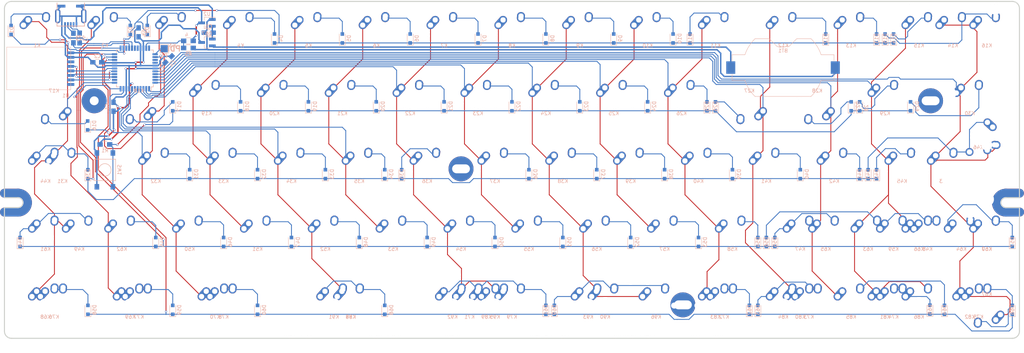
<source format=kicad_pcb>
(kicad_pcb (version 4) (host pcbnew 4.0.2-stable)
  (layers (0 F.Cu signal) (31 B.Cu signal) (34 B.Paste user) (35 F.Paste user) (36 B.SilkS user) (37 F.SilkS user) (38 B.Mask user) (39 F.Mask user) (44 Edge.Cuts user))
  (net 0 "")
  (net 1 "Net-(D1-Pad2)")
  (net 2 "Net-(D2-Pad2)")
  (net 3 "Net-(D3-Pad2)")
  (net 4 "Net-(D4-Pad2)")
  (net 5 "Net-(D5-Pad2)")
  (net 6 "Net-(D6-Pad2)")
  (net 7 "Net-(D7-Pad2)")
  (net 8 "Net-(D8-Pad2)")
  (net 9 "Net-(D9-Pad2)")
  (net 10 "Net-(D10-Pad2)")
  (net 11 "Net-(D11-Pad2)")
  (net 12 "Net-(D12-Pad2)")
  (net 13 "Net-(D13-Pad2)")
  (net 14 "Net-(D15-Pad2)")
  (net 15 "Net-(D14-Pad2)")
  (net 16 "Net-(D16-Pad2)")
  (net 17 "Net-(D17-Pad2)")
  (net 18 "Net-(D18-Pad2)")
  (net 19 "Net-(D19-Pad2)")
  (net 20 "Net-(D20-Pad2)")
  (net 21 "Net-(D21-Pad2)")
  (net 22 "Net-(D22-Pad2)")
  (net 23 "Net-(D23-Pad2)")
  (net 24 "Net-(D24-Pad2)")
  (net 25 "Net-(D25-Pad2)")
  (net 26 "Net-(D26-Pad2)")
  (net 27 "Net-(D27-Pad2)")
  (net 28 "Net-(D28-Pad2)")
  (net 29 "Net-(D29-Pad2)")
  (net 30 "Net-(D30-Pad2)")
  (net 31 "Net-(D31-Pad2)")
  (net 32 "Net-(D32-Pad2)")
  (net 33 "Net-(D33-Pad2)")
  (net 34 "Net-(D34-Pad2)")
  (net 35 "Net-(D35-Pad2)")
  (net 36 "Net-(D36-Pad2)")
  (net 37 "Net-(D37-Pad2)")
  (net 38 "Net-(D38-Pad2)")
  (net 39 "Net-(D39-Pad2)")
  (net 40 "Net-(D40-Pad2)")
  (net 41 "Net-(D41-Pad2)")
  (net 42 "Net-(D43-Pad2)")
  (net 43 "Net-(D42-Pad2)")
  (net 44 "Net-(D55-Pad2)")
  (net 45 "Net-(D56-Pad2)")
  (net 46 "Net-(D44-Pad2)")
  (net 47 "Net-(D46-Pad2)")
  (net 48 "Net-(D47-Pad2)")
  (net 49 "Net-(D48-Pad2)")
  (net 50 "Net-(D49-Pad2)")
  (net 51 "Net-(D50-Pad2)")
  (net 52 "Net-(D51-Pad2)")
  (net 53 "Net-(D52-Pad2)")
  (net 54 "Net-(D53-Pad2)")
  (net 55 "Net-(D54-Pad2)")
  (net 56 "Net-(D57-Pad2)")
  (net 57 "Net-(D45-Pad2)")
  (net 58 "Net-(D58-Pad2)")
  (net 59 "Net-(D59-Pad2)")
  (net 60 "Net-(D60-Pad2)")
  (net 61 "Net-(D61-Pad2)")
  (net 62 "Net-(D62-Pad2)")
  (net 63 "Net-(D63-Pad2)")
  (net 64 "Net-(D65-Pad2)")
  (net 65 "Net-(D66-Pad2)")
  (net 66 "Net-(D64-Pad2)")
  (net 67 "Net-(BT1-Pad1)")
  (net 68 GND)
  (net 69 +3V3)
  (net 70 "Net-(C5-Pad1)")
  (net 71 /ROW0)
  (net 72 /ROW1)
  (net 73 /ROW2)
  (net 74 /ROW3)
  (net 75 /ROW4)
  (net 76 "Net-(IC1-Pad13)")
  (net 77 "Net-(IC1-Pad14)")
  (net 78 "Net-(IC1-Pad15)")
  (net 79 "Net-(IC1-Pad16)")
  (net 80 "Net-(IC1-Pad17)")
  (net 81 "Net-(IC1-Pad25)")
  (net 82 /D-)
  (net 83 /D+)
  (net 84 "Net-(IC1-Pad28)")
  (net 85 "Net-(IC1-Pad29)")
  (net 86 "Net-(IC1-Pad32)")
  (net 87 "Net-(IC1-Pad33)")
  (net 88 "Net-(IC1-Pad34)")
  (net 89 "Net-(IC1-Pad35)")
  (net 90 "Net-(IC1-Pad36)")
  (net 91 "Net-(IC1-Pad37)")
  (net 92 /COL0)
  (net 93 /COL1)
  (net 94 /COL2)
  (net 95 /COL4)
  (net 96 /COL5)
  (net 97 /COL6)
  (net 98 /COL7)
  (net 99 /COL8)
  (net 100 /COL9)
  (net 101 /COL10)
  (net 102 /COL11)
  (net 103 /COL12)
  (net 104 /COL13)
  (net 105 /COL14)
  (net 106 "Net-(J1-Pad2)")
  (net 107 "Net-(J1-Pad3)")
  (net 108 +5V)
  (net 109 "Net-(U1-Pad8)")
  (net 110 "Net-(U1-Pad3)")
  (net 111 /COL3)
  (net 112 "Net-(D68-Pad2)")
  (net 113 "Net-(D69-Pad2)")
  (net 114 "Net-(J1-Pad4)")
  (module MXAlps:MX-2U-ReversedStabilizers-NoLED (layer F.Cu) (at 142.875 123.825)
    (fp_text reference K95 (at 0 3.175) (layer B.SilkS) (effects (justify mirror)))
    (fp_text value KEYSW)
    (pad 2 thru_hole oval (at 2.5 -4.5 86.0548) (size 2.831378 2.25) (drill 1.47 (offset 0.290689 0)) (layers *.Cu *.Mask) (net 97 /COL6))
    (pad 2 thru_hole circle (at 2.54 -5.08) (size 2.25 2.25) (drill 1.47) (layers *.Cu *.Mask) (net 97 /COL6))
    (pad 1 thru_hole oval (at -3.81 -2.54 48.09963212) (size 4.211556 2.25) (drill 1.47 (offset 0.980778 0)) (layers *.Cu *.Mask) (net 61 "Net-(D61-Pad2)"))
    (pad "" np_thru_hole circle (at 0 0) (size 3.9878 3.9878) (drill 3.9878) (layers *.Cu *.Mask))
    (pad 1 thru_hole circle (at -2.5 -4) (size 2.25 2.25) (drill 1.47) (layers *.Cu *.Mask) (net 61 "Net-(D61-Pad2)"))
    (pad "" np_thru_hole circle (at -5.08 0 48.0996) (size 1.7018 1.7018) (drill 1.7018) (layers *.Cu *.Mask))
    (pad "" np_thru_hole circle (at 5.08 0 48.0996) (size 1.7018 1.7018) (drill 1.7018) (layers *.Cu *.Mask))
    (pad "" np_thru_hole circle (at -11.90625 6.985) (size 3.048 3.048) (drill 3.048) (layers *.Cu *.Mask))
    (pad "" np_thru_hole circle (at 11.90625 6.985) (size 3.048 3.048) (drill 3.048) (layers *.Cu *.Mask))
    (pad "" np_thru_hole circle (at -11.90625 -8.255) (size 3.9878 3.9878) (drill 3.9878) (layers *.Cu *.Mask))
    (pad "" np_thru_hole circle (at 11.90625 -8.255) (size 3.9878 3.9878) (drill 3.9878) (layers *.Cu *.Mask))
  )
  (module Diodes_SMD:D_SOD-323_HandSoldering (layer B.Cu) (at 40.48125 46.44375 90)
    (fp_text reference D2 (at 0 0 90) (layer B.SilkS) (effects (justify mirror)))
    (fp_text value 1N4148)
    (pad 1 smd rect (at -1.25 0 90) (size 1 1) (layers B.Cu B.Paste B.Mask) (net 71 /ROW0))
    (pad 2 smd rect (at 1.25 0 90) (size 1 1) (layers B.Cu B.Paste B.Mask) (net 2 "Net-(D2-Pad2)"))
  )
  (module Cartel:c&k_PTS645SH50SMTR92_LFS (layer B.Cu) (at 33.3375 85.725 270)
    (fp_text reference SW1 (at 0 -4.1 270) (layer B.SilkS) (effects (justify mirror)))
    (fp_text value SW_PUSH)
    (pad 2 smd rect (at 4.75 -2.25 270) (size 1.54 1.3) (layers B.Cu B.Paste B.Mask) (net 89 "Net-(IC1-Pad35)"))
    (pad 1 smd rect (at 4.75 2.25 270) (size 1.55 1.3) (layers B.Cu B.Paste B.Mask) (net 68 GND))
    (pad 1 smd rect (at -4.75 2.25 270) (size 1.55 1.3) (layers B.Cu B.Paste B.Mask) (net 68 GND))
    (pad 2 smd rect (at -4.75 -2.25 270) (size 1.55 1.3) (layers B.Cu B.Paste B.Mask) (net 89 "Net-(IC1-Pad35)"))
  )
  (module Cartel:60_Outline (layer F.Cu) (at 147.6375 85.725)
    (fp_text reference REF** hide)
    (fp_text value 60_Outline hide)
    (fp_line (start 138.7 11.85095) (end 142.55 11.85095) (layer B.Cu) (width 2.5019))
    (fp_line (start 138.7 6.54905) (end 142.5 6.54905) (layer F.Cu) (width 2.5019))
    (fp_arc (start 138.7 9.2) (end 136.04905 9.2) (angle -90) (layer F.Cu) (width 2.5019))
    (fp_arc (start 138.7 9.2) (end 138.7 6.54905) (angle -90) (layer F.Cu) (width 2.5019))
    (fp_line (start 138.7 6.54905) (end 142.5 6.54905) (layer B.Cu) (width 2.5019))
    (fp_line (start 138.7 11.85095) (end 142.55 11.85095) (layer F.Cu) (width 2.5019))
    (fp_arc (start 138.7 9.2) (end 136.04905 9.2) (angle -90) (layer B.Cu) (width 2.5019))
    (fp_arc (start 138.7 9.2) (end 138.7 6.54905) (angle -90) (layer B.Cu) (width 2.5019))
    (fp_arc (start -138.7 9.2) (end -138.7 6.54905) (angle 90) (layer B.Cu) (width 2.5019))
    (fp_arc (start -138.7 9.2) (end -136.04905 9.2) (angle 90) (layer B.Cu) (width 2.5019))
    (fp_line (start -142.5 11.85095) (end -138.7 11.85095) (layer F.Cu) (width 2.5019))
    (fp_line (start -142.5 11.85095) (end -138.7 11.85095) (layer B.Cu) (width 2.5019))
    (fp_arc (start -138.7 9.2) (end -138.7 6.54905) (angle 90) (layer F.Cu) (width 2.5019))
    (fp_arc (start -138.7 9.2) (end -136.04905 9.2) (angle 90) (layer F.Cu) (width 2.5019))
    (fp_arc (start -138.7 9.2) (end -137.3 9.2) (angle 90) (layer Edge.Cuts) (width 0.3))
    (fp_line (start -142.5 6.54905) (end -138.7 6.54905) (layer B.Cu) (width 2.5019))
    (fp_line (start -142.5 6.54905) (end -138.7 6.54905) (layer F.Cu) (width 2.5019))
    (fp_line (start 138.7 7.8) (end 142.5 7.8) (layer Edge.Cuts) (width 0.3))
    (fp_line (start 138.7 10.6) (end 142.5 10.6) (layer Edge.Cuts) (width 0.3))
    (fp_line (start 142.5 7.8) (end 142.5 -45.3) (layer Edge.Cuts) (width 0.3))
    (fp_line (start 142.5 10.6) (end 142.5 45.3) (layer Edge.Cuts) (width 0.3))
    (fp_arc (start 138.7 9.2) (end 137.3 9.2) (angle -90) (layer Edge.Cuts) (width 0.3))
    (fp_arc (start 138.7 9.2) (end 138.7 7.8) (angle -90) (layer Edge.Cuts) (width 0.3))
    (fp_line (start -142.5 7.8) (end -142.5 -45.3) (layer Edge.Cuts) (width 0.3))
    (fp_line (start -138.7 7.8) (end -142.5 7.8) (layer Edge.Cuts) (width 0.3))
    (fp_arc (start -138.7 9.2) (end -138.7 7.8) (angle 90) (layer Edge.Cuts) (width 0.3))
    (fp_line (start -142.5 10.6) (end -138.7 10.6) (layer Edge.Cuts) (width 0.3))
    (fp_line (start -142.5 45.3) (end -142.5 10.6) (layer Edge.Cuts) (width 0.3))
    (fp_arc (start 140.5 -45.3) (end 140.5 -47.3) (angle 90) (layer Edge.Cuts) (width 0.3))
    (fp_arc (start 140.5 45.3) (end 142.5 45.3) (angle 90) (layer Edge.Cuts) (width 0.3))
    (fp_arc (start -140.5 45.3) (end -140.5 47.3) (angle 90) (layer Edge.Cuts) (width 0.3))
    (fp_arc (start -140.5 -45.3) (end -142.5 -45.3) (angle 90) (layer Edge.Cuts) (width 0.3))
    (fp_line (start 140.5 -47.3) (end -140.5 -47.3) (layer Edge.Cuts) (width 0.3))
    (fp_line (start -140.5 47.3) (end 140.5 47.3) (layer Edge.Cuts) (width 0.3))
    (pad 1 thru_hole circle (at -117.3 -19.4) (size 7.0013 7.0013) (drill 2.4994) (layers *.Cu *.Mask))
    (pad 1 thru_hole circle (at -14.3 -0.3) (size 7.00024 7.00024) (drill oval 5.00126 2.49936) (layers *.Cu *.Mask))
    (pad 1 thru_hole circle (at 48 37.9) (size 7.00024 7.00024) (drill oval 5.00126 2.49936) (layers *.Cu *.Mask))
    (pad 1 thru_hole circle (at 117.55 -19.4) (size 7.00024 7.00024) (drill oval 5.00126 2.49936) (layers *.Cu *.Mask))
  )
  (module Battery_Holders:Keystone_1058_1x2032-CoinCell (layer B.Cu) (at 223.75 57)
    (fp_text reference BT1 (at 0 -4.75) (layer B.SilkS) (effects (justify mirror)))
    (fp_text value Battery)
    (pad 1 smd rect (at -14.68 0) (size 2.54 3.51) (layers B.Cu B.Paste B.Mask) (net 67 "Net-(BT1-Pad1)"))
    (pad 2 smd rect (at 14.68 0) (size 2.54 3.51) (layers B.Cu B.Paste B.Mask) (net 68 GND))
  )
  (module Capacitors_SMD:C_0805_HandSoldering (layer B.Cu) (at 35.75 68 270)
    (fp_text reference C1 (at 0 1.75 270) (layer B.SilkS) (effects (justify mirror)))
    (fp_text value 0.1u)
    (pad 1 smd rect (at -1.25 0 270) (size 1.5 1.25) (layers B.Cu B.Paste B.Mask) (net 69 +3V3))
    (pad 2 smd rect (at 1.25 0 270) (size 1.5 1.25) (layers B.Cu B.Paste B.Mask) (net 68 GND))
  )
  (module Capacitors_SMD:C_0805_HandSoldering (layer B.Cu) (at 31.2 55.5 180)
    (fp_text reference C2 (at 0 1.75 180) (layer B.SilkS) (effects (justify mirror)))
    (fp_text value 0.1u)
    (pad 1 smd rect (at -1.25 0 180) (size 1.5 1.25) (layers B.Cu B.Paste B.Mask) (net 69 +3V3))
    (pad 2 smd rect (at 1.25 0 180) (size 1.5 1.25) (layers B.Cu B.Paste B.Mask) (net 68 GND))
  )
  (module Capacitors_SMD:C_0805_HandSoldering (layer B.Cu) (at 42.8 47.1 90)
    (fp_text reference C3 (at 0 1.75 90) (layer B.SilkS) (effects (justify mirror)))
    (fp_text value 0.1u)
    (pad 1 smd rect (at -1.25 0 90) (size 1.5 1.25) (layers B.Cu B.Paste B.Mask) (net 69 +3V3))
    (pad 2 smd rect (at 1.25 0 90) (size 1.5 1.25) (layers B.Cu B.Paste B.Mask) (net 68 GND))
  )
  (module Capacitors_SMD:C_0805_HandSoldering (layer B.Cu) (at 51.2 54.7 45)
    (fp_text reference C4 (at 0 1.75 45) (layer B.SilkS) (effects (justify mirror)))
    (fp_text value 0.1u)
    (pad 1 smd rect (at -1.25 0 45) (size 1.5 1.25) (layers B.Cu B.Paste B.Mask) (net 69 +3V3))
    (pad 2 smd rect (at 1.25 0 45) (size 1.5 1.25) (layers B.Cu B.Paste B.Mask) (net 68 GND))
  )
  (module Capacitors_SMD:C_0805_HandSoldering (layer B.Cu) (at 62.5 47.2 180)
    (fp_text reference C5 (at 0 1.75 180) (layer B.SilkS) (effects (justify mirror)))
    (fp_text value 1u)
    (pad 1 smd rect (at -1.25 0 180) (size 1.5 1.25) (layers B.Cu B.Paste B.Mask) (net 70 "Net-(C5-Pad1)"))
    (pad 2 smd rect (at 1.25 0 180) (size 1.5 1.25) (layers B.Cu B.Paste B.Mask) (net 68 GND))
  )
  (module TO_SOT_Packages_SMD:SOT-23_Handsoldering (layer B.Cu) (at 62 49.95 180)
    (fp_text reference D67 (at 0 2.5 180) (layer B.SilkS) (effects (justify mirror)))
    (fp_text value D_Schottky_x2_KCom_AAK)
    (pad 1 smd rect (at -1.5 0.95 180) (size 1.9 0.8) (layers B.Cu B.Paste B.Mask) (net 70 "Net-(C5-Pad1)"))
    (pad 2 smd rect (at -1.5 -0.95 180) (size 1.9 0.8) (layers B.Cu B.Paste B.Mask) (net 67 "Net-(BT1-Pad1)"))
    (pad 3 smd rect (at 1.5 0 180) (size 1.9 0.8) (layers B.Cu B.Paste B.Mask) (net 69 +3V3))
  )
  (module Resistors_SMD:R_0805_HandSoldering (layer B.Cu) (at 33.3375 78.58125)
    (fp_text reference R1 (at 0 1.7) (layer B.SilkS) (effects (justify mirror)))
    (fp_text value 10k)
    (pad 1 smd rect (at -1.35 0) (size 1.5 1.3) (layers B.Cu B.Paste B.Mask) (net 69 +3V3))
    (pad 2 smd rect (at 1.35 0) (size 1.5 1.3) (layers B.Cu B.Paste B.Mask) (net 89 "Net-(IC1-Pad35)"))
  )
  (module Resistors_SMD:R_0805_HandSoldering (layer B.Cu) (at 24.5 48.7 90)
    (fp_text reference R2 (at 0 1.7 90) (layer B.SilkS) (effects (justify mirror)))
    (fp_text value 22)
    (pad 1 smd rect (at -1.35 0 90) (size 1.5 1.3) (layers B.Cu B.Paste B.Mask) (net 82 /D-))
    (pad 2 smd rect (at 1.35 0 90) (size 1.5 1.3) (layers B.Cu B.Paste B.Mask) (net 106 "Net-(J1-Pad2)"))
  )
  (module Resistors_SMD:R_0805_HandSoldering (layer B.Cu) (at 26.25 48.7 90)
    (fp_text reference R3 (at 0 1.7 90) (layer B.SilkS) (effects (justify mirror)))
    (fp_text value 22)
    (pad 1 smd rect (at -1.35 0 90) (size 1.5 1.3) (layers B.Cu B.Paste B.Mask) (net 83 /D+))
    (pad 2 smd rect (at 1.35 0 90) (size 1.5 1.3) (layers B.Cu B.Paste B.Mask) (net 107 "Net-(J1-Pad3)"))
  )
  (module Resistors_SMD:R_0805_HandSoldering (layer B.Cu) (at 56.8 49.5 180)
    (fp_text reference R4 (at 0 1.7 180) (layer B.SilkS) (effects (justify mirror)))
    (fp_text value 100k)
    (pad 1 smd rect (at -1.35 0 180) (size 1.5 1.3) (layers B.Cu B.Paste B.Mask) (net 108 +5V))
    (pad 2 smd rect (at 1.35 0 180) (size 1.5 1.3) (layers B.Cu B.Paste B.Mask) (net 86 "Net-(IC1-Pad32)"))
  )
  (module Resistors_SMD:R_0805_HandSoldering (layer B.Cu) (at 56.8 51.5)
    (fp_text reference R5 (at 0 1.7) (layer B.SilkS) (effects (justify mirror)))
    (fp_text value 100k)
    (pad 1 smd rect (at -1.35 0) (size 1.5 1.3) (layers B.Cu B.Paste B.Mask) (net 86 "Net-(IC1-Pad32)"))
    (pad 2 smd rect (at 1.35 0) (size 1.5 1.3) (layers B.Cu B.Paste B.Mask) (net 68 GND))
  )
  (module Cartel:nRF24L01+_SMD (layer B.Cu) (at 14.75 57.25 270)
    (fp_text reference U1 (at 7.62 -7.62 540) (layer B.SilkS) (effects (justify mirror)))
    (fp_text value nRF24L01+)
    (pad 8 smd rect (at 4.49 -9 270) (size 0.8 2) (layers B.Cu B.Paste B.Mask) (net 109 "Net-(U1-Pad8)"))
    (pad 7 smd rect (at 3.22 -9 270) (size 0.8 2) (layers B.Cu B.Paste B.Mask) (net 79 "Net-(IC1-Pad16)"))
    (pad 6 smd rect (at 1.95 -9 270) (size 0.8 2) (layers B.Cu B.Paste B.Mask) (net 78 "Net-(IC1-Pad15)"))
    (pad 5 smd rect (at 0.68 -9 270) (size 0.8 2) (layers B.Cu B.Paste B.Mask) (net 80 "Net-(IC1-Pad17)"))
    (pad 4 smd rect (at -0.59 -9 270) (size 0.8 2) (layers B.Cu B.Paste B.Mask) (net 77 "Net-(IC1-Pad14)"))
    (pad 3 smd rect (at -1.86 -9 270) (size 0.8 2) (layers B.Cu B.Paste B.Mask) (net 110 "Net-(U1-Pad3)"))
    (pad 2 smd rect (at -3.13 -9 270) (size 0.8 2) (layers B.Cu B.Paste B.Mask) (net 68 GND))
    (pad 1 smd rect (at -4.4 -9 270) (size 0.8 2) (layers B.Cu B.Paste B.Mask) (net 69 +3V3))
  )
  (module TO_SOT_Packages_SMD:SOT-23_Handsoldering (layer B.Cu) (at 62 44.45 180)
    (fp_text reference U2 (at 0 2.5 180) (layer B.SilkS) (effects (justify mirror)))
    (fp_text value MCP1700T-3002E/TT)
    (pad 1 smd rect (at -1.5 0.95 180) (size 1.9 0.8) (layers B.Cu B.Paste B.Mask) (net 68 GND))
    (pad 2 smd rect (at -1.5 -0.95 180) (size 1.9 0.8) (layers B.Cu B.Paste B.Mask) (net 70 "Net-(C5-Pad1)"))
    (pad 3 smd rect (at 1.5 0 180) (size 1.9 0.8) (layers B.Cu B.Paste B.Mask) (net 108 +5V))
  )
  (module Housings_QFP:TQFP-44_10x10mm_Pitch0.8mm (layer B.Cu) (at 41.75 57.25 90)
    (fp_text reference IC1 (at 0 7.45 90) (layer B.SilkS) (effects (justify mirror)))
    (fp_text value ATXMEGA32A4U-A)
    (pad 1 smd rect (at -5.7 4 90) (size 1.5 0.55) (layers B.Cu B.Paste B.Mask) (net 100 /COL9))
    (pad 2 smd rect (at -5.7 3.2 90) (size 1.5 0.55) (layers B.Cu B.Paste B.Mask) (net 99 /COL8))
    (pad 3 smd rect (at -5.7 2.4 90) (size 1.5 0.55) (layers B.Cu B.Paste B.Mask) (net 98 /COL7))
    (pad 4 smd rect (at -5.7 1.6 90) (size 1.5 0.55) (layers B.Cu B.Paste B.Mask) (net 97 /COL6))
    (pad 5 smd rect (at -5.7 0.8 90) (size 1.5 0.55) (layers B.Cu B.Paste B.Mask) (net 96 /COL5))
    (pad 6 smd rect (at -5.7 0 90) (size 1.5 0.55) (layers B.Cu B.Paste B.Mask) (net 95 /COL4))
    (pad 7 smd rect (at -5.7 -0.8 90) (size 1.5 0.55) (layers B.Cu B.Paste B.Mask) (net 111 /COL3))
    (pad 8 smd rect (at -5.7 -1.6 90) (size 1.5 0.55) (layers B.Cu B.Paste B.Mask) (net 68 GND))
    (pad 9 smd rect (at -5.7 -2.4 90) (size 1.5 0.55) (layers B.Cu B.Paste B.Mask) (net 69 +3V3))
    (pad 10 smd rect (at -5.7 -3.2 90) (size 1.5 0.55) (layers B.Cu B.Paste B.Mask) (net 94 /COL2))
    (pad 11 smd rect (at -5.7 -4 90) (size 1.5 0.55) (layers B.Cu B.Paste B.Mask) (net 93 /COL1))
    (pad 12 smd rect (at -4 -5.7) (size 1.5 0.55) (layers B.Cu B.Paste B.Mask) (net 92 /COL0))
    (pad 13 smd rect (at -3.2 -5.7) (size 1.5 0.55) (layers B.Cu B.Paste B.Mask) (net 76 "Net-(IC1-Pad13)"))
    (pad 14 smd rect (at -2.4 -5.7) (size 1.5 0.55) (layers B.Cu B.Paste B.Mask) (net 77 "Net-(IC1-Pad14)"))
    (pad 15 smd rect (at -1.6 -5.7) (size 1.5 0.55) (layers B.Cu B.Paste B.Mask) (net 78 "Net-(IC1-Pad15)"))
    (pad 16 smd rect (at -0.8 -5.7) (size 1.5 0.55) (layers B.Cu B.Paste B.Mask) (net 79 "Net-(IC1-Pad16)"))
    (pad 17 smd rect (at 0 -5.7) (size 1.5 0.55) (layers B.Cu B.Paste B.Mask) (net 80 "Net-(IC1-Pad17)"))
    (pad 18 smd rect (at 0.8 -5.7) (size 1.5 0.55) (layers B.Cu B.Paste B.Mask) (net 68 GND))
    (pad 19 smd rect (at 1.6 -5.7) (size 1.5 0.55) (layers B.Cu B.Paste B.Mask) (net 69 +3V3))
    (pad 20 smd rect (at 2.4 -5.7) (size 1.5 0.55) (layers B.Cu B.Paste B.Mask) (net 72 /ROW1))
    (pad 21 smd rect (at 3.2 -5.7) (size 1.5 0.55) (layers B.Cu B.Paste B.Mask) (net 75 /ROW4))
    (pad 22 smd rect (at 4 -5.7) (size 1.5 0.55) (layers B.Cu B.Paste B.Mask) (net 74 /ROW3))
    (pad 23 smd rect (at 5.7 -4 90) (size 1.5 0.55) (layers B.Cu B.Paste B.Mask) (net 73 /ROW2))
    (pad 24 smd rect (at 5.7 -3.2 90) (size 1.5 0.55) (layers B.Cu B.Paste B.Mask) (net 71 /ROW0))
    (pad 25 smd rect (at 5.7 -2.4 90) (size 1.5 0.55) (layers B.Cu B.Paste B.Mask) (net 81 "Net-(IC1-Pad25)"))
    (pad 26 smd rect (at 5.7 -1.6 90) (size 1.5 0.55) (layers B.Cu B.Paste B.Mask) (net 82 /D-))
    (pad 27 smd rect (at 5.7 -0.8 90) (size 1.5 0.55) (layers B.Cu B.Paste B.Mask) (net 83 /D+))
    (pad 28 smd rect (at 5.7 0 90) (size 1.5 0.55) (layers B.Cu B.Paste B.Mask) (net 84 "Net-(IC1-Pad28)"))
    (pad 29 smd rect (at 5.7 0.8 90) (size 1.5 0.55) (layers B.Cu B.Paste B.Mask) (net 85 "Net-(IC1-Pad29)"))
    (pad 30 smd rect (at 5.7 1.6 90) (size 1.5 0.55) (layers B.Cu B.Paste B.Mask) (net 68 GND))
    (pad 31 smd rect (at 5.7 2.4 90) (size 1.5 0.55) (layers B.Cu B.Paste B.Mask) (net 69 +3V3))
    (pad 32 smd rect (at 5.7 3.2 90) (size 1.5 0.55) (layers B.Cu B.Paste B.Mask) (net 86 "Net-(IC1-Pad32)"))
    (pad 33 smd rect (at 5.7 4 90) (size 1.5 0.55) (layers B.Cu B.Paste B.Mask) (net 87 "Net-(IC1-Pad33)"))
    (pad 34 smd rect (at 4 5.7) (size 1.5 0.55) (layers B.Cu B.Paste B.Mask) (net 88 "Net-(IC1-Pad34)"))
    (pad 35 smd rect (at 3.2 5.7) (size 1.5 0.55) (layers B.Cu B.Paste B.Mask) (net 89 "Net-(IC1-Pad35)"))
    (pad 36 smd rect (at 2.4 5.7) (size 1.5 0.55) (layers B.Cu B.Paste B.Mask) (net 90 "Net-(IC1-Pad36)"))
    (pad 37 smd rect (at 1.6 5.7) (size 1.5 0.55) (layers B.Cu B.Paste B.Mask) (net 91 "Net-(IC1-Pad37)"))
    (pad 38 smd rect (at 0.8 5.7) (size 1.5 0.55) (layers B.Cu B.Paste B.Mask) (net 68 GND))
    (pad 39 smd rect (at 0 5.7) (size 1.5 0.55) (layers B.Cu B.Paste B.Mask) (net 69 +3V3))
    (pad 40 smd rect (at -0.8 5.7) (size 1.5 0.55) (layers B.Cu B.Paste B.Mask) (net 105 /COL14))
    (pad 41 smd rect (at -1.6 5.7) (size 1.5 0.55) (layers B.Cu B.Paste B.Mask) (net 104 /COL13))
    (pad 42 smd rect (at -2.4 5.7) (size 1.5 0.55) (layers B.Cu B.Paste B.Mask) (net 103 /COL12))
    (pad 43 smd rect (at -3.2 5.7) (size 1.5 0.55) (layers B.Cu B.Paste B.Mask) (net 102 /COL11))
    (pad 44 smd rect (at -4 5.7) (size 1.5 0.55) (layers B.Cu B.Paste B.Mask) (net 101 /COL10))
  )
  (module Connectors_TestPoints:Test_Point_Pad_2.0x2.0mm (layer B.Cu) (at 50 51.7)
    (fp_text reference P1 (at 0 1.998) (layer B.SilkS) (effects (justify mirror)))
    (fp_text value CONN_01X01)
    (pad 1 smd rect (at 0 0) (size 2 2) (layers B.Cu B.Mask) (net 88 "Net-(IC1-Pad34)"))
  )
  (module Diodes_SMD:D_SOD-323_HandSoldering (layer B.Cu) (at 288.13125 125.025 90)
    (fp_text reference D66 (at 0 0 90) (layer B.SilkS) (effects (justify mirror)))
    (fp_text value 1N4148)
    (pad 1 smd rect (at -1.25 0 90) (size 1 1) (layers B.Cu B.Paste B.Mask) (net 75 /ROW4))
    (pad 2 smd rect (at 1.25 0 90) (size 1 1) (layers B.Cu B.Paste B.Mask) (net 65 "Net-(D66-Pad2)"))
  )
  (module Diodes_SMD:D_SOD-323_HandSoldering (layer B.Cu) (at 265 124.95 90)
    (fp_text reference D65 (at 0 0 90) (layer B.SilkS) (effects (justify mirror)))
    (fp_text value 1N4148)
    (pad 1 smd rect (at -1.25 0 90) (size 1 1) (layers B.Cu B.Paste B.Mask) (net 75 /ROW4))
    (pad 2 smd rect (at 1.25 0 90) (size 1 1) (layers B.Cu B.Paste B.Mask) (net 64 "Net-(D65-Pad2)"))
  )
  (module Diodes_SMD:D_SOD-323_HandSoldering (layer B.Cu) (at 269.08125 125.025 90)
    (fp_text reference D64 (at 0 0 90) (layer B.SilkS) (effects (justify mirror)))
    (fp_text value 1N4148)
    (pad 1 smd rect (at -1.25 0 90) (size 1 1) (layers B.Cu B.Paste B.Mask) (net 75 /ROW4))
    (pad 2 smd rect (at 1.25 0 90) (size 1 1) (layers B.Cu B.Paste B.Mask) (net 66 "Net-(D64-Pad2)"))
  )
  (module Diodes_SMD:D_SOD-323_HandSoldering (layer B.Cu) (at 216.69375 125.025 90)
    (fp_text reference D63 (at 0 0 90) (layer B.SilkS) (effects (justify mirror)))
    (fp_text value 1N4148)
    (pad 1 smd rect (at -1.25 0 90) (size 1 1) (layers B.Cu B.Paste B.Mask) (net 75 /ROW4))
    (pad 2 smd rect (at 1.25 0 90) (size 1 1) (layers B.Cu B.Paste B.Mask) (net 63 "Net-(D63-Pad2)"))
  )
  (module Diodes_SMD:D_SOD-323_HandSoldering (layer B.Cu) (at 214.3125 125.025 90)
    (fp_text reference D62 (at 0 0 90) (layer B.SilkS) (effects (justify mirror)))
    (fp_text value 1N4148)
    (pad 1 smd rect (at -1.25 0 90) (size 1 1) (layers B.Cu B.Paste B.Mask) (net 75 /ROW4))
    (pad 2 smd rect (at 1.25 0 90) (size 1 1) (layers B.Cu B.Paste B.Mask) (net 62 "Net-(D62-Pad2)"))
  )
  (module Diodes_SMD:D_SOD-323_HandSoldering (layer B.Cu) (at 157.1625 125.025 90)
    (fp_text reference D61 (at 0 0 90) (layer B.SilkS) (effects (justify mirror)))
    (fp_text value 1N4148)
    (pad 1 smd rect (at -1.25 0 90) (size 1 1) (layers B.Cu B.Paste B.Mask) (net 75 /ROW4))
    (pad 2 smd rect (at 1.25 0 90) (size 1 1) (layers B.Cu B.Paste B.Mask) (net 61 "Net-(D61-Pad2)"))
  )
  (module Diodes_SMD:D_SOD-323_HandSoldering (layer B.Cu) (at 76.2 125.025 90)
    (fp_text reference D60 (at 0 1.85 90) (layer B.SilkS) (effects (justify mirror)))
    (fp_text value 1N4148)
    (pad 1 smd rect (at -1.25 0 90) (size 1 1) (layers B.Cu B.Paste B.Mask) (net 75 /ROW4))
    (pad 2 smd rect (at 1.25 0 90) (size 1 1) (layers B.Cu B.Paste B.Mask) (net 60 "Net-(D60-Pad2)"))
  )
  (module Diodes_SMD:D_SOD-323_HandSoldering (layer B.Cu) (at 52.3875 125.025 90)
    (fp_text reference D59 (at 0 1.85 90) (layer B.SilkS) (effects (justify mirror)))
    (fp_text value 1N4148)
    (pad 1 smd rect (at -1.25 0 90) (size 1 1) (layers B.Cu B.Paste B.Mask) (net 75 /ROW4))
    (pad 2 smd rect (at 1.25 0 90) (size 1 1) (layers B.Cu B.Paste B.Mask) (net 59 "Net-(D59-Pad2)"))
  )
  (module Diodes_SMD:D_SOD-323_HandSoldering (layer B.Cu) (at 28.575 125.025 90)
    (fp_text reference D58 (at 0 1.85 90) (layer B.SilkS) (effects (justify mirror)))
    (fp_text value 1N4148)
    (pad 1 smd rect (at -1.25 0 90) (size 1 1) (layers B.Cu B.Paste B.Mask) (net 75 /ROW4))
    (pad 2 smd rect (at 1.25 0 90) (size 1 1) (layers B.Cu B.Paste B.Mask) (net 58 "Net-(D58-Pad2)"))
  )
  (module Diodes_SMD:D_SOD-323_HandSoldering (layer B.Cu) (at 288.13125 105.975 90)
    (fp_text reference D57 (at 0 0 90) (layer B.SilkS) (effects (justify mirror)))
    (fp_text value 1N4148)
    (pad 1 smd rect (at -1.25 0 90) (size 1 1) (layers B.Cu B.Paste B.Mask) (net 74 /ROW3))
    (pad 2 smd rect (at 1.25 0 90) (size 1 1) (layers B.Cu B.Paste B.Mask) (net 56 "Net-(D57-Pad2)"))
  )
  (module Diodes_SMD:D_SOD-323_HandSoldering (layer B.Cu) (at 219.075 105.975 90)
    (fp_text reference D56 (at 0 0 90) (layer B.SilkS) (effects (justify mirror)))
    (fp_text value 1N4148)
    (pad 1 smd rect (at -1.25 0 90) (size 1 1) (layers B.Cu B.Paste B.Mask) (net 74 /ROW3))
    (pad 2 smd rect (at 1.25 0 90) (size 1 1) (layers B.Cu B.Paste B.Mask) (net 45 "Net-(D56-Pad2)"))
  )
  (module Diodes_SMD:D_SOD-323_HandSoldering (layer B.Cu) (at 221.45625 105.975 90)
    (fp_text reference D55 (at 0 0 90) (layer B.SilkS) (effects (justify mirror)))
    (fp_text value 1N4148)
    (pad 1 smd rect (at -1.25 0 90) (size 1 1) (layers B.Cu B.Paste B.Mask) (net 74 /ROW3))
    (pad 2 smd rect (at 1.25 0 90) (size 1 1) (layers B.Cu B.Paste B.Mask) (net 44 "Net-(D55-Pad2)"))
  )
  (module Diodes_SMD:D_SOD-323_HandSoldering (layer B.Cu) (at 216.69375 105.975 90)
    (fp_text reference D54 (at 0 0 90) (layer B.SilkS) (effects (justify mirror)))
    (fp_text value 1N4148)
    (pad 1 smd rect (at -1.25 0 90) (size 1 1) (layers B.Cu B.Paste B.Mask) (net 74 /ROW3))
    (pad 2 smd rect (at 1.25 0 90) (size 1 1) (layers B.Cu B.Paste B.Mask) (net 55 "Net-(D54-Pad2)"))
  )
  (module Diodes_SMD:D_SOD-323_HandSoldering (layer B.Cu) (at 200.025 105.975 90)
    (fp_text reference D53 (at 0 1.85 90) (layer B.SilkS) (effects (justify mirror)))
    (fp_text value 1N4148)
    (pad 1 smd rect (at -1.25 0 90) (size 1 1) (layers B.Cu B.Paste B.Mask) (net 74 /ROW3))
    (pad 2 smd rect (at 1.25 0 90) (size 1 1) (layers B.Cu B.Paste B.Mask) (net 54 "Net-(D53-Pad2)"))
  )
  (module Diodes_SMD:D_SOD-323_HandSoldering (layer B.Cu) (at 180.975 105.975 90)
    (fp_text reference D52 (at 0 1.85 90) (layer B.SilkS) (effects (justify mirror)))
    (fp_text value 1N4148)
    (pad 1 smd rect (at -1.25 0 90) (size 1 1) (layers B.Cu B.Paste B.Mask) (net 74 /ROW3))
    (pad 2 smd rect (at 1.25 0 90) (size 1 1) (layers B.Cu B.Paste B.Mask) (net 53 "Net-(D52-Pad2)"))
  )
  (module Diodes_SMD:D_SOD-323_HandSoldering (layer B.Cu) (at 161.925 105.975 90)
    (fp_text reference D51 (at 0 1.85 90) (layer B.SilkS) (effects (justify mirror)))
    (fp_text value 1N4148)
    (pad 1 smd rect (at -1.25 0 90) (size 1 1) (layers B.Cu B.Paste B.Mask) (net 74 /ROW3))
    (pad 2 smd rect (at 1.25 0 90) (size 1 1) (layers B.Cu B.Paste B.Mask) (net 52 "Net-(D51-Pad2)"))
  )
  (module Diodes_SMD:D_SOD-323_HandSoldering (layer B.Cu) (at 142.875 105.975 90)
    (fp_text reference D50 (at 0 1.85 90) (layer B.SilkS) (effects (justify mirror)))
    (fp_text value 1N4148)
    (pad 1 smd rect (at -1.25 0 90) (size 1 1) (layers B.Cu B.Paste B.Mask) (net 74 /ROW3))
    (pad 2 smd rect (at 1.25 0 90) (size 1 1) (layers B.Cu B.Paste B.Mask) (net 51 "Net-(D50-Pad2)"))
  )
  (module Diodes_SMD:D_SOD-323_HandSoldering (layer B.Cu) (at 123.825 105.975 90)
    (fp_text reference D49 (at 0 1.85 90) (layer B.SilkS) (effects (justify mirror)))
    (fp_text value 1N4148)
    (pad 1 smd rect (at -1.25 0 90) (size 1 1) (layers B.Cu B.Paste B.Mask) (net 74 /ROW3))
    (pad 2 smd rect (at 1.25 0 90) (size 1 1) (layers B.Cu B.Paste B.Mask) (net 50 "Net-(D49-Pad2)"))
  )
  (module Diodes_SMD:D_SOD-323_HandSoldering (layer B.Cu) (at 104.775 105.975 90)
    (fp_text reference D48 (at 0 1.85 90) (layer B.SilkS) (effects (justify mirror)))
    (fp_text value 1N4148)
    (pad 1 smd rect (at -1.25 0 90) (size 1 1) (layers B.Cu B.Paste B.Mask) (net 74 /ROW3))
    (pad 2 smd rect (at 1.25 0 90) (size 1 1) (layers B.Cu B.Paste B.Mask) (net 49 "Net-(D48-Pad2)"))
  )
  (module Diodes_SMD:D_SOD-323_HandSoldering (layer B.Cu) (at 85.725 105.975 90)
    (fp_text reference D47 (at 0 1.85 90) (layer B.SilkS) (effects (justify mirror)))
    (fp_text value 1N4148)
    (pad 1 smd rect (at -1.25 0 90) (size 1 1) (layers B.Cu B.Paste B.Mask) (net 74 /ROW3))
    (pad 2 smd rect (at 1.25 0 90) (size 1 1) (layers B.Cu B.Paste B.Mask) (net 48 "Net-(D47-Pad2)"))
  )
  (module Diodes_SMD:D_SOD-323_HandSoldering (layer B.Cu) (at 66.675 105.975 90)
    (fp_text reference D46 (at 0 1.85 90) (layer B.SilkS) (effects (justify mirror)))
    (fp_text value 1N4148)
    (pad 1 smd rect (at -1.25 0 90) (size 1 1) (layers B.Cu B.Paste B.Mask) (net 74 /ROW3))
    (pad 2 smd rect (at 1.25 0 90) (size 1 1) (layers B.Cu B.Paste B.Mask) (net 47 "Net-(D46-Pad2)"))
  )
  (module Diodes_SMD:D_SOD-323_HandSoldering (layer B.Cu) (at 47.625 105.975 90)
    (fp_text reference D45 (at 0 1.85 90) (layer B.SilkS) (effects (justify mirror)))
    (fp_text value 1N4148)
    (pad 1 smd rect (at -1.25 0 90) (size 1 1) (layers B.Cu B.Paste B.Mask) (net 74 /ROW3))
    (pad 2 smd rect (at 1.25 0 90) (size 1 1) (layers B.Cu B.Paste B.Mask) (net 57 "Net-(D45-Pad2)"))
  )
  (module Diodes_SMD:D_SOD-323_HandSoldering (layer B.Cu) (at 9.525 105.975 90)
    (fp_text reference D44 (at 0 0 90) (layer B.SilkS) (effects (justify mirror)))
    (fp_text value 1N4148)
    (pad 1 smd rect (at -1.25 0 90) (size 1 1) (layers B.Cu B.Paste B.Mask) (net 74 /ROW3))
    (pad 2 smd rect (at 1.25 0 90) (size 1 1) (layers B.Cu B.Paste B.Mask) (net 46 "Net-(D44-Pad2)"))
  )
  (module Diodes_SMD:D_SOD-323_HandSoldering (layer B.Cu) (at 247.65 86.925 90)
    (fp_text reference D43 (at 0 0 90) (layer B.SilkS) (effects (justify mirror)))
    (fp_text value 1N4148)
    (pad 1 smd rect (at -1.25 0 90) (size 1 1) (layers B.Cu B.Paste B.Mask) (net 73 /ROW2))
    (pad 2 smd rect (at 1.25 0 90) (size 1 1) (layers B.Cu B.Paste B.Mask) (net 42 "Net-(D43-Pad2)"))
  )
  (module Diodes_SMD:D_SOD-323_HandSoldering (layer B.Cu) (at 250.03125 86.925 90)
    (fp_text reference D42 (at 0 0 90) (layer B.SilkS) (effects (justify mirror)))
    (fp_text value 1N4148)
    (pad 1 smd rect (at -1.25 0 90) (size 1 1) (layers B.Cu B.Paste B.Mask) (net 73 /ROW2))
    (pad 2 smd rect (at 1.25 0 90) (size 1 1) (layers B.Cu B.Paste B.Mask) (net 43 "Net-(D42-Pad2)"))
  )
  (module Diodes_SMD:D_SOD-323_HandSoldering (layer B.Cu) (at 245.26875 86.925 90)
    (fp_text reference D41 (at 0 0 90) (layer B.SilkS) (effects (justify mirror)))
    (fp_text value 1N4148)
    (pad 1 smd rect (at -1.25 0 90) (size 1 1) (layers B.Cu B.Paste B.Mask) (net 73 /ROW2))
    (pad 2 smd rect (at 1.25 0 90) (size 1 1) (layers B.Cu B.Paste B.Mask) (net 41 "Net-(D41-Pad2)"))
  )
  (module Diodes_SMD:D_SOD-323_HandSoldering (layer B.Cu) (at 228.6 86.925 90)
    (fp_text reference D40 (at 0 1.85 90) (layer B.SilkS) (effects (justify mirror)))
    (fp_text value 1N4148)
    (pad 1 smd rect (at -1.25 0 90) (size 1 1) (layers B.Cu B.Paste B.Mask) (net 73 /ROW2))
    (pad 2 smd rect (at 1.25 0 90) (size 1 1) (layers B.Cu B.Paste B.Mask) (net 40 "Net-(D40-Pad2)"))
  )
  (module Diodes_SMD:D_SOD-323_HandSoldering (layer B.Cu) (at 209.55 86.925 90)
    (fp_text reference D39 (at 0 1.85 90) (layer B.SilkS) (effects (justify mirror)))
    (fp_text value 1N4148)
    (pad 1 smd rect (at -1.25 0 90) (size 1 1) (layers B.Cu B.Paste B.Mask) (net 73 /ROW2))
    (pad 2 smd rect (at 1.25 0 90) (size 1 1) (layers B.Cu B.Paste B.Mask) (net 39 "Net-(D39-Pad2)"))
  )
  (module Diodes_SMD:D_SOD-323_HandSoldering (layer B.Cu) (at 190.5 86.925 90)
    (fp_text reference D38 (at 0 1.85 90) (layer B.SilkS) (effects (justify mirror)))
    (fp_text value 1N4148)
    (pad 1 smd rect (at -1.25 0 90) (size 1 1) (layers B.Cu B.Paste B.Mask) (net 73 /ROW2))
    (pad 2 smd rect (at 1.25 0 90) (size 1 1) (layers B.Cu B.Paste B.Mask) (net 38 "Net-(D38-Pad2)"))
  )
  (module Diodes_SMD:D_SOD-323_HandSoldering (layer B.Cu) (at 171.45 86.925 90)
    (fp_text reference D37 (at 0 1.85 90) (layer B.SilkS) (effects (justify mirror)))
    (fp_text value 1N4148)
    (pad 1 smd rect (at -1.25 0 90) (size 1 1) (layers B.Cu B.Paste B.Mask) (net 73 /ROW2))
    (pad 2 smd rect (at 1.25 0 90) (size 1 1) (layers B.Cu B.Paste B.Mask) (net 37 "Net-(D37-Pad2)"))
  )
  (module Diodes_SMD:D_SOD-323_HandSoldering (layer B.Cu) (at 152.4 86.925 90)
    (fp_text reference D36 (at 0 1.85 90) (layer B.SilkS) (effects (justify mirror)))
    (fp_text value 1N4148)
    (pad 1 smd rect (at -1.25 0 90) (size 1 1) (layers B.Cu B.Paste B.Mask) (net 73 /ROW2))
    (pad 2 smd rect (at 1.25 0 90) (size 1 1) (layers B.Cu B.Paste B.Mask) (net 36 "Net-(D36-Pad2)"))
  )
  (module Diodes_SMD:D_SOD-323_HandSoldering (layer B.Cu) (at 116.68125 86.925 90)
    (fp_text reference D35 (at 0 0 90) (layer B.SilkS) (effects (justify mirror)))
    (fp_text value 1N4148)
    (pad 1 smd rect (at -1.25 0 90) (size 1 1) (layers B.Cu B.Paste B.Mask) (net 73 /ROW2))
    (pad 2 smd rect (at 1.25 0 90) (size 1 1) (layers B.Cu B.Paste B.Mask) (net 35 "Net-(D35-Pad2)"))
  )
  (module Diodes_SMD:D_SOD-323_HandSoldering (layer B.Cu) (at 111.91875 86.925 90)
    (fp_text reference D34 (at 0 1.85 90) (layer B.SilkS) (effects (justify mirror)))
    (fp_text value 1N4148)
    (pad 1 smd rect (at -1.25 0 90) (size 1 1) (layers B.Cu B.Paste B.Mask) (net 73 /ROW2))
    (pad 2 smd rect (at 1.25 0 90) (size 1 1) (layers B.Cu B.Paste B.Mask) (net 34 "Net-(D34-Pad2)"))
  )
  (module Diodes_SMD:D_SOD-323_HandSoldering (layer B.Cu) (at 95.25 86.925 90)
    (fp_text reference D33 (at 0 1.85 90) (layer B.SilkS) (effects (justify mirror)))
    (fp_text value 1N4148)
    (pad 1 smd rect (at -1.25 0 90) (size 1 1) (layers B.Cu B.Paste B.Mask) (net 73 /ROW2))
    (pad 2 smd rect (at 1.25 0 90) (size 1 1) (layers B.Cu B.Paste B.Mask) (net 33 "Net-(D33-Pad2)"))
  )
  (module Diodes_SMD:D_SOD-323_HandSoldering (layer B.Cu) (at 76.2 86.925 90)
    (fp_text reference D32 (at 0 1.85 90) (layer B.SilkS) (effects (justify mirror)))
    (fp_text value 1N4148)
    (pad 1 smd rect (at -1.25 0 90) (size 1 1) (layers B.Cu B.Paste B.Mask) (net 73 /ROW2))
    (pad 2 smd rect (at 1.25 0 90) (size 1 1) (layers B.Cu B.Paste B.Mask) (net 32 "Net-(D32-Pad2)"))
  )
  (module Diodes_SMD:D_SOD-323_HandSoldering (layer B.Cu) (at 57.15 86.925 90)
    (fp_text reference D31 (at 0 1.85 90) (layer B.SilkS) (effects (justify mirror)))
    (fp_text value 1N4148)
    (pad 1 smd rect (at -1.25 0 90) (size 1 1) (layers B.Cu B.Paste B.Mask) (net 73 /ROW2))
    (pad 2 smd rect (at 1.25 0 90) (size 1 1) (layers B.Cu B.Paste B.Mask) (net 31 "Net-(D31-Pad2)"))
  )
  (module Diodes_SMD:D_SOD-323_HandSoldering (layer B.Cu) (at 28.575 86.925 90)
    (fp_text reference D30 (at 0 0 90) (layer B.SilkS) (effects (justify mirror)))
    (fp_text value 1N4148)
    (pad 1 smd rect (at -1.25 0 90) (size 1 1) (layers B.Cu B.Paste B.Mask) (net 73 /ROW2))
    (pad 2 smd rect (at 1.25 0 90) (size 1 1) (layers B.Cu B.Paste B.Mask) (net 30 "Net-(D30-Pad2)"))
  )
  (module Diodes_SMD:D_SOD-323_HandSoldering (layer B.Cu) (at 259.55625 67.875 90)
    (fp_text reference D29 (at 0 1.85 90) (layer B.SilkS) (effects (justify mirror)))
    (fp_text value 1N4148)
    (pad 1 smd rect (at -1.25 0 90) (size 1 1) (layers B.Cu B.Paste B.Mask) (net 72 /ROW1))
    (pad 2 smd rect (at 1.25 0 90) (size 1 1) (layers B.Cu B.Paste B.Mask) (net 29 "Net-(D29-Pad2)"))
  )
  (module Diodes_SMD:D_SOD-323_HandSoldering (layer B.Cu) (at 245.26875 67.875 90)
    (fp_text reference D28 (at 0 1.85 90) (layer B.SilkS) (effects (justify mirror)))
    (fp_text value 1N4148)
    (pad 1 smd rect (at -1.25 0 90) (size 1 1) (layers B.Cu B.Paste B.Mask) (net 72 /ROW1))
    (pad 2 smd rect (at 1.25 0 90) (size 1 1) (layers B.Cu B.Paste B.Mask) (net 28 "Net-(D28-Pad2)"))
  )
  (module Diodes_SMD:D_SOD-323_HandSoldering (layer B.Cu) (at 242.8875 67.875 90)
    (fp_text reference D27 (at 0 1.85 90) (layer B.SilkS) (effects (justify mirror)))
    (fp_text value 1N4148)
    (pad 1 smd rect (at -1.25 0 90) (size 1 1) (layers B.Cu B.Paste B.Mask) (net 72 /ROW1))
    (pad 2 smd rect (at 1.25 0 90) (size 1 1) (layers B.Cu B.Paste B.Mask) (net 27 "Net-(D27-Pad2)"))
  )
  (module Diodes_SMD:D_SOD-323_HandSoldering (layer B.Cu) (at 204.7875 67.875 90)
    (fp_text reference D26 (at 0 0 90) (layer B.SilkS) (effects (justify mirror)))
    (fp_text value 1N4148)
    (pad 1 smd rect (at -1.25 0 90) (size 1 1) (layers B.Cu B.Paste B.Mask) (net 72 /ROW1))
    (pad 2 smd rect (at 1.25 0 90) (size 1 1) (layers B.Cu B.Paste B.Mask) (net 26 "Net-(D26-Pad2)"))
  )
  (module Diodes_SMD:D_SOD-323_HandSoldering (layer B.Cu) (at 202.40625 67.875 90)
    (fp_text reference D25 (at 0 0 90) (layer B.SilkS) (effects (justify mirror)))
    (fp_text value 1N4148)
    (pad 1 smd rect (at -1.25 0 90) (size 1 1) (layers B.Cu B.Paste B.Mask) (net 72 /ROW1))
    (pad 2 smd rect (at 1.25 0 90) (size 1 1) (layers B.Cu B.Paste B.Mask) (net 25 "Net-(D25-Pad2)"))
  )
  (module Diodes_SMD:D_SOD-323_HandSoldering (layer B.Cu) (at 185.7375 67.875 90)
    (fp_text reference D24 (at 0 1.85 90) (layer B.SilkS) (effects (justify mirror)))
    (fp_text value 1N4148)
    (pad 1 smd rect (at -1.25 0 90) (size 1 1) (layers B.Cu B.Paste B.Mask) (net 72 /ROW1))
    (pad 2 smd rect (at 1.25 0 90) (size 1 1) (layers B.Cu B.Paste B.Mask) (net 24 "Net-(D24-Pad2)"))
  )
  (module Diodes_SMD:D_SOD-323_HandSoldering (layer B.Cu) (at 166.6875 67.875 90)
    (fp_text reference D23 (at 0 1.85 90) (layer B.SilkS) (effects (justify mirror)))
    (fp_text value 1N4148)
    (pad 1 smd rect (at -1.25 0 90) (size 1 1) (layers B.Cu B.Paste B.Mask) (net 72 /ROW1))
    (pad 2 smd rect (at 1.25 0 90) (size 1 1) (layers B.Cu B.Paste B.Mask) (net 23 "Net-(D23-Pad2)"))
  )
  (module Diodes_SMD:D_SOD-323_HandSoldering (layer B.Cu) (at 147.6375 67.875 90)
    (fp_text reference D22 (at 0 1.85 90) (layer B.SilkS) (effects (justify mirror)))
    (fp_text value 1N4148)
    (pad 1 smd rect (at -1.25 0 90) (size 1 1) (layers B.Cu B.Paste B.Mask) (net 72 /ROW1))
    (pad 2 smd rect (at 1.25 0 90) (size 1 1) (layers B.Cu B.Paste B.Mask) (net 22 "Net-(D22-Pad2)"))
  )
  (module Diodes_SMD:D_SOD-323_HandSoldering (layer B.Cu) (at 128.5875 67.875 90)
    (fp_text reference D21 (at 0 1.85 90) (layer B.SilkS) (effects (justify mirror)))
    (fp_text value 1N4148)
    (pad 1 smd rect (at -1.25 0 90) (size 1 1) (layers B.Cu B.Paste B.Mask) (net 72 /ROW1))
    (pad 2 smd rect (at 1.25 0 90) (size 1 1) (layers B.Cu B.Paste B.Mask) (net 21 "Net-(D21-Pad2)"))
  )
  (module Diodes_SMD:D_SOD-323_HandSoldering (layer B.Cu) (at 109.5375 67.875 90)
    (fp_text reference D20 (at 0 1.85 90) (layer B.SilkS) (effects (justify mirror)))
    (fp_text value 1N4148)
    (pad 1 smd rect (at -1.25 0 90) (size 1 1) (layers B.Cu B.Paste B.Mask) (net 72 /ROW1))
    (pad 2 smd rect (at 1.25 0 90) (size 1 1) (layers B.Cu B.Paste B.Mask) (net 20 "Net-(D20-Pad2)"))
  )
  (module Diodes_SMD:D_SOD-323_HandSoldering (layer B.Cu) (at 90.4875 67.875 90)
    (fp_text reference D19 (at 0 1.85 90) (layer B.SilkS) (effects (justify mirror)))
    (fp_text value 1N4148)
    (pad 1 smd rect (at -1.25 0 90) (size 1 1) (layers B.Cu B.Paste B.Mask) (net 72 /ROW1))
    (pad 2 smd rect (at 1.25 0 90) (size 1 1) (layers B.Cu B.Paste B.Mask) (net 19 "Net-(D19-Pad2)"))
  )
  (module Diodes_SMD:D_SOD-323_HandSoldering (layer B.Cu) (at 71.4375 67.875 90)
    (fp_text reference D18 (at 0 1.85 90) (layer B.SilkS) (effects (justify mirror)))
    (fp_text value 1N4148)
    (pad 1 smd rect (at -1.25 0 90) (size 1 1) (layers B.Cu B.Paste B.Mask) (net 72 /ROW1))
    (pad 2 smd rect (at 1.25 0 90) (size 1 1) (layers B.Cu B.Paste B.Mask) (net 18 "Net-(D18-Pad2)"))
  )
  (module Diodes_SMD:D_SOD-323_HandSoldering (layer B.Cu) (at 52.3875 67.875 90)
    (fp_text reference D17 (at 0 1.85 90) (layer B.SilkS) (effects (justify mirror)))
    (fp_text value 1N4148)
    (pad 1 smd rect (at -1.25 0 90) (size 1 1) (layers B.Cu B.Paste B.Mask) (net 72 /ROW1))
    (pad 2 smd rect (at 1.25 0 90) (size 1 1) (layers B.Cu B.Paste B.Mask) (net 17 "Net-(D17-Pad2)"))
  )
  (module Diodes_SMD:D_SOD-323_HandSoldering (layer B.Cu) (at 28.5 73.25 90)
    (fp_text reference D16 (at 0 1.85 90) (layer B.SilkS) (effects (justify mirror)))
    (fp_text value 1N4148)
    (pad 1 smd rect (at -1.25 0 90) (size 1 1) (layers B.Cu B.Paste B.Mask) (net 72 /ROW1))
    (pad 2 smd rect (at 1.25 0 90) (size 1 1) (layers B.Cu B.Paste B.Mask) (net 16 "Net-(D16-Pad2)"))
  )
  (module Diodes_SMD:D_SOD-323_HandSoldering (layer B.Cu) (at 252.4125 48.825 90)
    (fp_text reference D15 (at 0 0 90) (layer B.SilkS) (effects (justify mirror)))
    (fp_text value 1N4148)
    (pad 1 smd rect (at -1.25 0 90) (size 1 1) (layers B.Cu B.Paste B.Mask) (net 71 /ROW0))
    (pad 2 smd rect (at 1.25 0 90) (size 1 1) (layers B.Cu B.Paste B.Mask) (net 14 "Net-(D15-Pad2)"))
  )
  (module Diodes_SMD:D_SOD-323_HandSoldering (layer B.Cu) (at 254.79375 48.825 90)
    (fp_text reference D14 (at 0 0 90) (layer B.SilkS) (effects (justify mirror)))
    (fp_text value 1N4148)
    (pad 1 smd rect (at -1.25 0 90) (size 1 1) (layers B.Cu B.Paste B.Mask) (net 71 /ROW0))
    (pad 2 smd rect (at 1.25 0 90) (size 1 1) (layers B.Cu B.Paste B.Mask) (net 15 "Net-(D14-Pad2)"))
  )
  (module Diodes_SMD:D_SOD-323_HandSoldering (layer B.Cu) (at 250.03125 48.825 90)
    (fp_text reference D13 (at 0 0 90) (layer B.SilkS) (effects (justify mirror)))
    (fp_text value 1N4148)
    (pad 1 smd rect (at -1.25 0 90) (size 1 1) (layers B.Cu B.Paste B.Mask) (net 71 /ROW0))
    (pad 2 smd rect (at 1.25 0 90) (size 1 1) (layers B.Cu B.Paste B.Mask) (net 13 "Net-(D13-Pad2)"))
  )
  (module Diodes_SMD:D_SOD-323_HandSoldering (layer B.Cu) (at 235.74375 48.825 90)
    (fp_text reference D12 (at 0 0 90) (layer B.SilkS) (effects (justify mirror)))
    (fp_text value 1N4148)
    (pad 1 smd rect (at -1.25 0 90) (size 1 1) (layers B.Cu B.Paste B.Mask) (net 71 /ROW0))
    (pad 2 smd rect (at 1.25 0 90) (size 1 1) (layers B.Cu B.Paste B.Mask) (net 12 "Net-(D12-Pad2)"))
  )
  (module Diodes_SMD:D_SOD-323_HandSoldering (layer B.Cu) (at 197.64375 48.825 90)
    (fp_text reference D11 (at 0 0 90) (layer B.SilkS) (effects (justify mirror)))
    (fp_text value 1N4148)
    (pad 1 smd rect (at -1.25 0 90) (size 1 1) (layers B.Cu B.Paste B.Mask) (net 71 /ROW0))
    (pad 2 smd rect (at 1.25 0 90) (size 1 1) (layers B.Cu B.Paste B.Mask) (net 11 "Net-(D11-Pad2)"))
  )
  (module Diodes_SMD:D_SOD-323_HandSoldering (layer B.Cu) (at 192.88125 48.825 90)
    (fp_text reference D10 (at 0 1.85 90) (layer B.SilkS) (effects (justify mirror)))
    (fp_text value 1N4148)
    (pad 1 smd rect (at -1.25 0 90) (size 1 1) (layers B.Cu B.Paste B.Mask) (net 71 /ROW0))
    (pad 2 smd rect (at 1.25 0 90) (size 1 1) (layers B.Cu B.Paste B.Mask) (net 10 "Net-(D10-Pad2)"))
  )
  (module Diodes_SMD:D_SOD-323_HandSoldering (layer B.Cu) (at 176.2125 48.825 90)
    (fp_text reference D9 (at 0 1.85 90) (layer B.SilkS) (effects (justify mirror)))
    (fp_text value 1N4148)
    (pad 1 smd rect (at -1.25 0 90) (size 1 1) (layers B.Cu B.Paste B.Mask) (net 71 /ROW0))
    (pad 2 smd rect (at 1.25 0 90) (size 1 1) (layers B.Cu B.Paste B.Mask) (net 9 "Net-(D9-Pad2)"))
  )
  (module Diodes_SMD:D_SOD-323_HandSoldering (layer B.Cu) (at 157.1625 48.825 90)
    (fp_text reference D8 (at 0 1.85 90) (layer B.SilkS) (effects (justify mirror)))
    (fp_text value 1N4148)
    (pad 1 smd rect (at -1.25 0 90) (size 1 1) (layers B.Cu B.Paste B.Mask) (net 71 /ROW0))
    (pad 2 smd rect (at 1.25 0 90) (size 1 1) (layers B.Cu B.Paste B.Mask) (net 8 "Net-(D8-Pad2)"))
  )
  (module Diodes_SMD:D_SOD-323_HandSoldering (layer B.Cu) (at 138.1125 48.825 90)
    (fp_text reference D7 (at 0 1.85 90) (layer B.SilkS) (effects (justify mirror)))
    (fp_text value 1N4148)
    (pad 1 smd rect (at -1.25 0 90) (size 1 1) (layers B.Cu B.Paste B.Mask) (net 71 /ROW0))
    (pad 2 smd rect (at 1.25 0 90) (size 1 1) (layers B.Cu B.Paste B.Mask) (net 7 "Net-(D7-Pad2)"))
  )
  (module Diodes_SMD:D_SOD-323_HandSoldering (layer B.Cu) (at 119.0625 48.825 90)
    (fp_text reference D6 (at 0 1.85 90) (layer B.SilkS) (effects (justify mirror)))
    (fp_text value 1N4148)
    (pad 1 smd rect (at -1.25 0 90) (size 1 1) (layers B.Cu B.Paste B.Mask) (net 71 /ROW0))
    (pad 2 smd rect (at 1.25 0 90) (size 1 1) (layers B.Cu B.Paste B.Mask) (net 6 "Net-(D6-Pad2)"))
  )
  (module Diodes_SMD:D_SOD-323_HandSoldering (layer B.Cu) (at 100.0125 48.825 90)
    (fp_text reference D5 (at 0 1.85 90) (layer B.SilkS) (effects (justify mirror)))
    (fp_text value 1N4148)
    (pad 1 smd rect (at -1.25 0 90) (size 1 1) (layers B.Cu B.Paste B.Mask) (net 71 /ROW0))
    (pad 2 smd rect (at 1.25 0 90) (size 1 1) (layers B.Cu B.Paste B.Mask) (net 5 "Net-(D5-Pad2)"))
  )
  (module Diodes_SMD:D_SOD-323_HandSoldering (layer B.Cu) (at 80.9625 48.825 90)
    (fp_text reference D4 (at 0 1.85 90) (layer B.SilkS) (effects (justify mirror)))
    (fp_text value 1N4148)
    (pad 1 smd rect (at -1.25 0 90) (size 1 1) (layers B.Cu B.Paste B.Mask) (net 71 /ROW0))
    (pad 2 smd rect (at 1.25 0 90) (size 1 1) (layers B.Cu B.Paste B.Mask) (net 4 "Net-(D4-Pad2)"))
  )
  (module Diodes_SMD:D_SOD-323_HandSoldering (layer B.Cu) (at 45.24375 46.44375 90)
    (fp_text reference D3 (at 0 0 90) (layer B.SilkS) (effects (justify mirror)))
    (fp_text value 1N4148)
    (pad 1 smd rect (at -1.25 0 90) (size 1 1) (layers B.Cu B.Paste B.Mask) (net 71 /ROW0))
    (pad 2 smd rect (at 1.25 0 90) (size 1 1) (layers B.Cu B.Paste B.Mask) (net 3 "Net-(D3-Pad2)"))
  )
  (module Diodes_SMD:D_SOD-323_HandSoldering (layer B.Cu) (at 7 46.45 90)
    (fp_text reference D1 (at 0.00625 0.14375 90) (layer B.SilkS) (effects (justify mirror)))
    (fp_text value 1N4148)
    (pad 1 smd rect (at -1.25 0 90) (size 1 1) (layers B.Cu B.Paste B.Mask) (net 71 /ROW0))
    (pad 2 smd rect (at 1.25 0 90) (size 1 1) (layers B.Cu B.Paste B.Mask) (net 1 "Net-(D1-Pad2)"))
  )
  (module Diodes_SMD:D_SOD-323_HandSoldering (layer B.Cu) (at 111.91875 125.025 90)
    (fp_text reference D68 (at 0 1.85 90) (layer B.SilkS) (effects (justify mirror)))
    (fp_text value 1N4148)
    (pad 1 smd rect (at -1.25 0 90) (size 1 1) (layers B.Cu B.Paste B.Mask) (net 75 /ROW4))
    (pad 2 smd rect (at 1.25 0 90) (size 1 1) (layers B.Cu B.Paste B.Mask) (net 112 "Net-(D68-Pad2)"))
  )
  (module Diodes_SMD:D_SOD-323_HandSoldering (layer B.Cu) (at 159.54375 125.025 90)
    (fp_text reference D69 (at 0 0 90) (layer B.SilkS) (effects (justify mirror)))
    (fp_text value 1N4148)
    (pad 1 smd rect (at -1.25 0 90) (size 1 1) (layers B.Cu B.Paste B.Mask) (net 75 /ROW4))
    (pad 2 smd rect (at 1.25 0 90) (size 1 1) (layers B.Cu B.Paste B.Mask) (net 113 "Net-(D69-Pad2)"))
  )
  (module keyboard_parts:USB_miniB_hirose_5S8 (layer B.Cu) (at 23.75 44.95)
    (fp_text reference J1 hide)
    (fp_text value USB_mini_micro_B hide)
    (pad 6 smd rect (at 2.675 -5.2) (size 2.35 0.8) (layers B.Cu B.Paste B.Mask) (net 68 GND))
    (pad 6 smd rect (at -2.675 -5.2) (size 2.35 0.8) (layers B.Cu B.Paste B.Mask) (net 68 GND))
    (pad 1 smd rect (at -1.6 0) (size 0.5 1.4) (layers B.Cu B.Paste B.Mask) (net 108 +5V))
    (pad 2 smd rect (at -0.8 0) (size 0.5 1.4) (layers B.Cu B.Paste B.Mask) (net 106 "Net-(J1-Pad2)"))
    (pad 3 smd rect (at 0 0) (size 0.5 1.4) (layers B.Cu B.Paste B.Mask) (net 107 "Net-(J1-Pad3)"))
    (pad 4 smd rect (at 0.8 0) (size 0.5 1.4) (layers B.Cu B.Paste B.Mask) (net 114 "Net-(J1-Pad4)"))
    (pad 5 smd rect (at 1.6 0) (size 0.5 1.4) (layers B.Cu B.Paste B.Mask) (net 68 GND))
    (pad 6 thru_hole oval (at -3.65 -2.4) (size 1.5 4) (drill oval 0.7 3.2) (layers *.Cu *.Mask B.Paste) (net 68 GND))
    (pad 6 thru_hole oval (at 3.65 -2.4) (size 1.5 4) (drill oval 0.7 3.2) (layers *.Cu *.Mask B.Paste) (net 68 GND))
  )
  (module MXAlps:MX-1U-NoLED (layer F.Cu) (at 66.675 85.725)
    (fp_text reference K33 (at 0 3.175) (layer B.SilkS) (effects (justify mirror)))
    (fp_text value KEYSW)
    (pad 2 thru_hole oval (at 2.5 -4.5 86.0548) (size 2.831378 2.25) (drill 1.47 (offset 0.290689 0)) (layers *.Cu *.Mask) (net 32 "Net-(D32-Pad2)"))
    (pad 2 thru_hole circle (at 2.54 -5.08) (size 2.25 2.25) (drill 1.47) (layers *.Cu *.Mask) (net 32 "Net-(D32-Pad2)"))
    (pad 1 thru_hole oval (at -3.81 -2.54 48.09963212) (size 4.211556 2.25) (drill 1.47 (offset 0.980778 0)) (layers *.Cu *.Mask) (net 111 /COL3))
    (pad "" np_thru_hole circle (at 0 0) (size 3.9878 3.9878) (drill 3.9878) (layers *.Cu *.Mask))
    (pad 1 thru_hole circle (at -2.5 -4) (size 2.25 2.25) (drill 1.47) (layers *.Cu *.Mask) (net 111 /COL3))
    (pad "" np_thru_hole circle (at -5.08 0 48.0996) (size 1.7018 1.7018) (drill 1.7018) (layers *.Cu *.Mask))
    (pad "" np_thru_hole circle (at 5.08 0 48.0996) (size 1.7018 1.7018) (drill 1.7018) (layers *.Cu *.Mask))
  )
  (module MXAlps:MX-1U-NoLED (layer F.Cu) (at 14.2875 47.625)
    (fp_text reference K1 (at 0 3.175) (layer B.SilkS) (effects (justify mirror)))
    (fp_text value KEYSW)
    (pad 2 thru_hole oval (at 2.5 -4.5 86.0548) (size 2.831378 2.25) (drill 1.47 (offset 0.290689 0)) (layers *.Cu *.Mask) (net 1 "Net-(D1-Pad2)"))
    (pad 2 thru_hole circle (at 2.54 -5.08) (size 2.25 2.25) (drill 1.47) (layers *.Cu *.Mask) (net 1 "Net-(D1-Pad2)"))
    (pad 1 thru_hole oval (at -3.81 -2.54 48.09963212) (size 4.211556 2.25) (drill 1.47 (offset 0.980778 0)) (layers *.Cu *.Mask) (net 92 /COL0))
    (pad "" np_thru_hole circle (at 0 0) (size 3.9878 3.9878) (drill 3.9878) (layers *.Cu *.Mask))
    (pad 1 thru_hole circle (at -2.5 -4) (size 2.25 2.25) (drill 1.47) (layers *.Cu *.Mask) (net 92 /COL0))
    (pad "" np_thru_hole circle (at -5.08 0 48.0996) (size 1.7018 1.7018) (drill 1.7018) (layers *.Cu *.Mask))
    (pad "" np_thru_hole circle (at 5.08 0 48.0996) (size 1.7018 1.7018) (drill 1.7018) (layers *.Cu *.Mask))
  )
  (module MXAlps:MX-1U-NoLED (layer F.Cu) (at 33.3375 47.625)
    (fp_text reference K2 (at 0 3.175) (layer B.SilkS) (effects (justify mirror)))
    (fp_text value KEYSW)
    (pad 2 thru_hole oval (at 2.5 -4.5 86.0548) (size 2.831378 2.25) (drill 1.47 (offset 0.290689 0)) (layers *.Cu *.Mask) (net 2 "Net-(D2-Pad2)"))
    (pad 2 thru_hole circle (at 2.54 -5.08) (size 2.25 2.25) (drill 1.47) (layers *.Cu *.Mask) (net 2 "Net-(D2-Pad2)"))
    (pad 1 thru_hole oval (at -3.81 -2.54 48.09963212) (size 4.211556 2.25) (drill 1.47 (offset 0.980778 0)) (layers *.Cu *.Mask) (net 93 /COL1))
    (pad "" np_thru_hole circle (at 0 0) (size 3.9878 3.9878) (drill 3.9878) (layers *.Cu *.Mask))
    (pad 1 thru_hole circle (at -2.5 -4) (size 2.25 2.25) (drill 1.47) (layers *.Cu *.Mask) (net 93 /COL1))
    (pad "" np_thru_hole circle (at -5.08 0 48.0996) (size 1.7018 1.7018) (drill 1.7018) (layers *.Cu *.Mask))
    (pad "" np_thru_hole circle (at 5.08 0 48.0996) (size 1.7018 1.7018) (drill 1.7018) (layers *.Cu *.Mask))
  )
  (module MXAlps:MX-1U-NoLED (layer F.Cu) (at 52.3875 47.625)
    (fp_text reference K3 (at 0 3.175) (layer B.SilkS) (effects (justify mirror)))
    (fp_text value KEYSW)
    (pad 2 thru_hole oval (at 2.5 -4.5 86.0548) (size 2.831378 2.25) (drill 1.47 (offset 0.290689 0)) (layers *.Cu *.Mask) (net 3 "Net-(D3-Pad2)"))
    (pad 2 thru_hole circle (at 2.54 -5.08) (size 2.25 2.25) (drill 1.47) (layers *.Cu *.Mask) (net 3 "Net-(D3-Pad2)"))
    (pad 1 thru_hole oval (at -3.81 -2.54 48.09963212) (size 4.211556 2.25) (drill 1.47 (offset 0.980778 0)) (layers *.Cu *.Mask) (net 94 /COL2))
    (pad "" np_thru_hole circle (at 0 0) (size 3.9878 3.9878) (drill 3.9878) (layers *.Cu *.Mask))
    (pad 1 thru_hole circle (at -2.5 -4) (size 2.25 2.25) (drill 1.47) (layers *.Cu *.Mask) (net 94 /COL2))
    (pad "" np_thru_hole circle (at -5.08 0 48.0996) (size 1.7018 1.7018) (drill 1.7018) (layers *.Cu *.Mask))
    (pad "" np_thru_hole circle (at 5.08 0 48.0996) (size 1.7018 1.7018) (drill 1.7018) (layers *.Cu *.Mask))
  )
  (module MXAlps:MX-1U-NoLED (layer F.Cu) (at 71.4375 47.625)
    (fp_text reference K4 (at 0 3.175) (layer B.SilkS) (effects (justify mirror)))
    (fp_text value KEYSW)
    (pad 2 thru_hole oval (at 2.5 -4.5 86.0548) (size 2.831378 2.25) (drill 1.47 (offset 0.290689 0)) (layers *.Cu *.Mask) (net 4 "Net-(D4-Pad2)"))
    (pad 2 thru_hole circle (at 2.54 -5.08) (size 2.25 2.25) (drill 1.47) (layers *.Cu *.Mask) (net 4 "Net-(D4-Pad2)"))
    (pad 1 thru_hole oval (at -3.81 -2.54 48.09963212) (size 4.211556 2.25) (drill 1.47 (offset 0.980778 0)) (layers *.Cu *.Mask) (net 111 /COL3))
    (pad "" np_thru_hole circle (at 0 0) (size 3.9878 3.9878) (drill 3.9878) (layers *.Cu *.Mask))
    (pad 1 thru_hole circle (at -2.5 -4) (size 2.25 2.25) (drill 1.47) (layers *.Cu *.Mask) (net 111 /COL3))
    (pad "" np_thru_hole circle (at -5.08 0 48.0996) (size 1.7018 1.7018) (drill 1.7018) (layers *.Cu *.Mask))
    (pad "" np_thru_hole circle (at 5.08 0 48.0996) (size 1.7018 1.7018) (drill 1.7018) (layers *.Cu *.Mask))
  )
  (module MXAlps:MX-1U-NoLED (layer F.Cu) (at 90.4875 47.625)
    (fp_text reference K5 (at 0 3.175) (layer B.SilkS) (effects (justify mirror)))
    (fp_text value KEYSW)
    (pad 2 thru_hole oval (at 2.5 -4.5 86.0548) (size 2.831378 2.25) (drill 1.47 (offset 0.290689 0)) (layers *.Cu *.Mask) (net 5 "Net-(D5-Pad2)"))
    (pad 2 thru_hole circle (at 2.54 -5.08) (size 2.25 2.25) (drill 1.47) (layers *.Cu *.Mask) (net 5 "Net-(D5-Pad2)"))
    (pad 1 thru_hole oval (at -3.81 -2.54 48.09963212) (size 4.211556 2.25) (drill 1.47 (offset 0.980778 0)) (layers *.Cu *.Mask) (net 95 /COL4))
    (pad "" np_thru_hole circle (at 0 0) (size 3.9878 3.9878) (drill 3.9878) (layers *.Cu *.Mask))
    (pad 1 thru_hole circle (at -2.5 -4) (size 2.25 2.25) (drill 1.47) (layers *.Cu *.Mask) (net 95 /COL4))
    (pad "" np_thru_hole circle (at -5.08 0 48.0996) (size 1.7018 1.7018) (drill 1.7018) (layers *.Cu *.Mask))
    (pad "" np_thru_hole circle (at 5.08 0 48.0996) (size 1.7018 1.7018) (drill 1.7018) (layers *.Cu *.Mask))
  )
  (module MXAlps:MX-1U-NoLED (layer F.Cu) (at 109.5375 47.625)
    (fp_text reference K6 (at 0 3.175) (layer B.SilkS) (effects (justify mirror)))
    (fp_text value KEYSW)
    (pad 2 thru_hole oval (at 2.5 -4.5 86.0548) (size 2.831378 2.25) (drill 1.47 (offset 0.290689 0)) (layers *.Cu *.Mask) (net 6 "Net-(D6-Pad2)"))
    (pad 2 thru_hole circle (at 2.54 -5.08) (size 2.25 2.25) (drill 1.47) (layers *.Cu *.Mask) (net 6 "Net-(D6-Pad2)"))
    (pad 1 thru_hole oval (at -3.81 -2.54 48.09963212) (size 4.211556 2.25) (drill 1.47 (offset 0.980778 0)) (layers *.Cu *.Mask) (net 96 /COL5))
    (pad "" np_thru_hole circle (at 0 0) (size 3.9878 3.9878) (drill 3.9878) (layers *.Cu *.Mask))
    (pad 1 thru_hole circle (at -2.5 -4) (size 2.25 2.25) (drill 1.47) (layers *.Cu *.Mask) (net 96 /COL5))
    (pad "" np_thru_hole circle (at -5.08 0 48.0996) (size 1.7018 1.7018) (drill 1.7018) (layers *.Cu *.Mask))
    (pad "" np_thru_hole circle (at 5.08 0 48.0996) (size 1.7018 1.7018) (drill 1.7018) (layers *.Cu *.Mask))
  )
  (module MXAlps:MX-1U-NoLED (layer F.Cu) (at 128.5875 47.625)
    (fp_text reference K7 (at 0 3.175) (layer B.SilkS) (effects (justify mirror)))
    (fp_text value KEYSW)
    (pad 2 thru_hole oval (at 2.5 -4.5 86.0548) (size 2.831378 2.25) (drill 1.47 (offset 0.290689 0)) (layers *.Cu *.Mask) (net 7 "Net-(D7-Pad2)"))
    (pad 2 thru_hole circle (at 2.54 -5.08) (size 2.25 2.25) (drill 1.47) (layers *.Cu *.Mask) (net 7 "Net-(D7-Pad2)"))
    (pad 1 thru_hole oval (at -3.81 -2.54 48.09963212) (size 4.211556 2.25) (drill 1.47 (offset 0.980778 0)) (layers *.Cu *.Mask) (net 97 /COL6))
    (pad "" np_thru_hole circle (at 0 0) (size 3.9878 3.9878) (drill 3.9878) (layers *.Cu *.Mask))
    (pad 1 thru_hole circle (at -2.5 -4) (size 2.25 2.25) (drill 1.47) (layers *.Cu *.Mask) (net 97 /COL6))
    (pad "" np_thru_hole circle (at -5.08 0 48.0996) (size 1.7018 1.7018) (drill 1.7018) (layers *.Cu *.Mask))
    (pad "" np_thru_hole circle (at 5.08 0 48.0996) (size 1.7018 1.7018) (drill 1.7018) (layers *.Cu *.Mask))
  )
  (module MXAlps:MX-1U-NoLED (layer F.Cu) (at 147.6375 47.625)
    (fp_text reference K8 (at 0 3.175) (layer B.SilkS) (effects (justify mirror)))
    (fp_text value KEYSW)
    (pad 2 thru_hole oval (at 2.5 -4.5 86.0548) (size 2.831378 2.25) (drill 1.47 (offset 0.290689 0)) (layers *.Cu *.Mask) (net 8 "Net-(D8-Pad2)"))
    (pad 2 thru_hole circle (at 2.54 -5.08) (size 2.25 2.25) (drill 1.47) (layers *.Cu *.Mask) (net 8 "Net-(D8-Pad2)"))
    (pad 1 thru_hole oval (at -3.81 -2.54 48.09963212) (size 4.211556 2.25) (drill 1.47 (offset 0.980778 0)) (layers *.Cu *.Mask) (net 98 /COL7))
    (pad "" np_thru_hole circle (at 0 0) (size 3.9878 3.9878) (drill 3.9878) (layers *.Cu *.Mask))
    (pad 1 thru_hole circle (at -2.5 -4) (size 2.25 2.25) (drill 1.47) (layers *.Cu *.Mask) (net 98 /COL7))
    (pad "" np_thru_hole circle (at -5.08 0 48.0996) (size 1.7018 1.7018) (drill 1.7018) (layers *.Cu *.Mask))
    (pad "" np_thru_hole circle (at 5.08 0 48.0996) (size 1.7018 1.7018) (drill 1.7018) (layers *.Cu *.Mask))
  )
  (module MXAlps:MX-1U-NoLED (layer F.Cu) (at 166.6875 47.625)
    (fp_text reference K9 (at 0 3.175) (layer B.SilkS) (effects (justify mirror)))
    (fp_text value KEYSW)
    (pad 2 thru_hole oval (at 2.5 -4.5 86.0548) (size 2.831378 2.25) (drill 1.47 (offset 0.290689 0)) (layers *.Cu *.Mask) (net 9 "Net-(D9-Pad2)"))
    (pad 2 thru_hole circle (at 2.54 -5.08) (size 2.25 2.25) (drill 1.47) (layers *.Cu *.Mask) (net 9 "Net-(D9-Pad2)"))
    (pad 1 thru_hole oval (at -3.81 -2.54 48.09963212) (size 4.211556 2.25) (drill 1.47 (offset 0.980778 0)) (layers *.Cu *.Mask) (net 99 /COL8))
    (pad "" np_thru_hole circle (at 0 0) (size 3.9878 3.9878) (drill 3.9878) (layers *.Cu *.Mask))
    (pad 1 thru_hole circle (at -2.5 -4) (size 2.25 2.25) (drill 1.47) (layers *.Cu *.Mask) (net 99 /COL8))
    (pad "" np_thru_hole circle (at -5.08 0 48.0996) (size 1.7018 1.7018) (drill 1.7018) (layers *.Cu *.Mask))
    (pad "" np_thru_hole circle (at 5.08 0 48.0996) (size 1.7018 1.7018) (drill 1.7018) (layers *.Cu *.Mask))
  )
  (module MXAlps:MX-1U-NoLED (layer F.Cu) (at 185.7375 47.625)
    (fp_text reference K10 (at 0 3.175) (layer B.SilkS) (effects (justify mirror)))
    (fp_text value KEYSW)
    (pad 2 thru_hole oval (at 2.5 -4.5 86.0548) (size 2.831378 2.25) (drill 1.47 (offset 0.290689 0)) (layers *.Cu *.Mask) (net 10 "Net-(D10-Pad2)"))
    (pad 2 thru_hole circle (at 2.54 -5.08) (size 2.25 2.25) (drill 1.47) (layers *.Cu *.Mask) (net 10 "Net-(D10-Pad2)"))
    (pad 1 thru_hole oval (at -3.81 -2.54 48.09963212) (size 4.211556 2.25) (drill 1.47 (offset 0.980778 0)) (layers *.Cu *.Mask) (net 100 /COL9))
    (pad "" np_thru_hole circle (at 0 0) (size 3.9878 3.9878) (drill 3.9878) (layers *.Cu *.Mask))
    (pad 1 thru_hole circle (at -2.5 -4) (size 2.25 2.25) (drill 1.47) (layers *.Cu *.Mask) (net 100 /COL9))
    (pad "" np_thru_hole circle (at -5.08 0 48.0996) (size 1.7018 1.7018) (drill 1.7018) (layers *.Cu *.Mask))
    (pad "" np_thru_hole circle (at 5.08 0 48.0996) (size 1.7018 1.7018) (drill 1.7018) (layers *.Cu *.Mask))
  )
  (module MXAlps:MX-1U-NoLED (layer F.Cu) (at 204.7875 47.625)
    (fp_text reference K11 (at 0 3.175) (layer B.SilkS) (effects (justify mirror)))
    (fp_text value KEYSW)
    (pad 2 thru_hole oval (at 2.5 -4.5 86.0548) (size 2.831378 2.25) (drill 1.47 (offset 0.290689 0)) (layers *.Cu *.Mask) (net 11 "Net-(D11-Pad2)"))
    (pad 2 thru_hole circle (at 2.54 -5.08) (size 2.25 2.25) (drill 1.47) (layers *.Cu *.Mask) (net 11 "Net-(D11-Pad2)"))
    (pad 1 thru_hole oval (at -3.81 -2.54 48.09963212) (size 4.211556 2.25) (drill 1.47 (offset 0.980778 0)) (layers *.Cu *.Mask) (net 101 /COL10))
    (pad "" np_thru_hole circle (at 0 0) (size 3.9878 3.9878) (drill 3.9878) (layers *.Cu *.Mask))
    (pad 1 thru_hole circle (at -2.5 -4) (size 2.25 2.25) (drill 1.47) (layers *.Cu *.Mask) (net 101 /COL10))
    (pad "" np_thru_hole circle (at -5.08 0 48.0996) (size 1.7018 1.7018) (drill 1.7018) (layers *.Cu *.Mask))
    (pad "" np_thru_hole circle (at 5.08 0 48.0996) (size 1.7018 1.7018) (drill 1.7018) (layers *.Cu *.Mask))
  )
  (module MXAlps:MX-1U-NoLED (layer F.Cu) (at 223.8375 47.625)
    (fp_text reference K12 (at 0 3.175) (layer B.SilkS) (effects (justify mirror)))
    (fp_text value KEYSW)
    (pad 2 thru_hole oval (at 2.5 -4.5 86.0548) (size 2.831378 2.25) (drill 1.47 (offset 0.290689 0)) (layers *.Cu *.Mask) (net 12 "Net-(D12-Pad2)"))
    (pad 2 thru_hole circle (at 2.54 -5.08) (size 2.25 2.25) (drill 1.47) (layers *.Cu *.Mask) (net 12 "Net-(D12-Pad2)"))
    (pad 1 thru_hole oval (at -3.81 -2.54 48.09963212) (size 4.211556 2.25) (drill 1.47 (offset 0.980778 0)) (layers *.Cu *.Mask) (net 102 /COL11))
    (pad "" np_thru_hole circle (at 0 0) (size 3.9878 3.9878) (drill 3.9878) (layers *.Cu *.Mask))
    (pad 1 thru_hole circle (at -2.5 -4) (size 2.25 2.25) (drill 1.47) (layers *.Cu *.Mask) (net 102 /COL11))
    (pad "" np_thru_hole circle (at -5.08 0 48.0996) (size 1.7018 1.7018) (drill 1.7018) (layers *.Cu *.Mask))
    (pad "" np_thru_hole circle (at 5.08 0 48.0996) (size 1.7018 1.7018) (drill 1.7018) (layers *.Cu *.Mask))
  )
  (module MXAlps:MX-1U-NoLED (layer F.Cu) (at 242.8875 47.625)
    (fp_text reference K13 (at 0 3.175) (layer B.SilkS) (effects (justify mirror)))
    (fp_text value KEYSW)
    (pad 2 thru_hole oval (at 2.5 -4.5 86.0548) (size 2.831378 2.25) (drill 1.47 (offset 0.290689 0)) (layers *.Cu *.Mask) (net 13 "Net-(D13-Pad2)"))
    (pad 2 thru_hole circle (at 2.54 -5.08) (size 2.25 2.25) (drill 1.47) (layers *.Cu *.Mask) (net 13 "Net-(D13-Pad2)"))
    (pad 1 thru_hole oval (at -3.81 -2.54 48.09963212) (size 4.211556 2.25) (drill 1.47 (offset 0.980778 0)) (layers *.Cu *.Mask) (net 103 /COL12))
    (pad "" np_thru_hole circle (at 0 0) (size 3.9878 3.9878) (drill 3.9878) (layers *.Cu *.Mask))
    (pad 1 thru_hole circle (at -2.5 -4) (size 2.25 2.25) (drill 1.47) (layers *.Cu *.Mask) (net 103 /COL12))
    (pad "" np_thru_hole circle (at -5.08 0 48.0996) (size 1.7018 1.7018) (drill 1.7018) (layers *.Cu *.Mask))
    (pad "" np_thru_hole circle (at 5.08 0 48.0996) (size 1.7018 1.7018) (drill 1.7018) (layers *.Cu *.Mask))
  )
  (module MXAlps:MX-1U-NoLED (layer F.Cu) (at 261.9375 47.625)
    (fp_text reference K15 (at 0 3.175) (layer B.SilkS) (effects (justify mirror)))
    (fp_text value KEYSW)
    (pad 2 thru_hole oval (at 2.5 -4.5 86.0548) (size 2.831378 2.25) (drill 1.47 (offset 0.290689 0)) (layers *.Cu *.Mask) (net 15 "Net-(D14-Pad2)"))
    (pad 2 thru_hole circle (at 2.54 -5.08) (size 2.25 2.25) (drill 1.47) (layers *.Cu *.Mask) (net 15 "Net-(D14-Pad2)"))
    (pad 1 thru_hole oval (at -3.81 -2.54 48.09963212) (size 4.211556 2.25) (drill 1.47 (offset 0.980778 0)) (layers *.Cu *.Mask) (net 104 /COL13))
    (pad "" np_thru_hole circle (at 0 0) (size 3.9878 3.9878) (drill 3.9878) (layers *.Cu *.Mask))
    (pad 1 thru_hole circle (at -2.5 -4) (size 2.25 2.25) (drill 1.47) (layers *.Cu *.Mask) (net 104 /COL13))
    (pad "" np_thru_hole circle (at -5.08 0 48.0996) (size 1.7018 1.7018) (drill 1.7018) (layers *.Cu *.Mask))
    (pad "" np_thru_hole circle (at 5.08 0 48.0996) (size 1.7018 1.7018) (drill 1.7018) (layers *.Cu *.Mask))
  )
  (module MXAlps:MX-1U-NoLED (layer F.Cu) (at 280.9875 47.625)
    (fp_text reference K16 (at 0 3.175) (layer B.SilkS) (effects (justify mirror)))
    (fp_text value KEYSW)
    (pad 2 thru_hole oval (at 2.5 -4.5 86.0548) (size 2.831378 2.25) (drill 1.47 (offset 0.290689 0)) (layers *.Cu *.Mask) (net 14 "Net-(D15-Pad2)"))
    (pad 2 thru_hole circle (at 2.54 -5.08) (size 2.25 2.25) (drill 1.47) (layers *.Cu *.Mask) (net 14 "Net-(D15-Pad2)"))
    (pad 1 thru_hole oval (at -3.81 -2.54 48.09963212) (size 4.211556 2.25) (drill 1.47 (offset 0.980778 0)) (layers *.Cu *.Mask) (net 105 /COL14))
    (pad "" np_thru_hole circle (at 0 0) (size 3.9878 3.9878) (drill 3.9878) (layers *.Cu *.Mask))
    (pad 1 thru_hole circle (at -2.5 -4) (size 2.25 2.25) (drill 1.47) (layers *.Cu *.Mask) (net 105 /COL14))
    (pad "" np_thru_hole circle (at -5.08 0 48.0996) (size 1.7018 1.7018) (drill 1.7018) (layers *.Cu *.Mask))
    (pad "" np_thru_hole circle (at 5.08 0 48.0996) (size 1.7018 1.7018) (drill 1.7018) (layers *.Cu *.Mask))
  )
  (module MXAlps:MX-1U-NoLED (layer F.Cu) (at 42.8625 66.675 180)
    (fp_text reference K18 (at 0 3.175 180) (layer B.SilkS) (effects (justify mirror)))
    (fp_text value KEYSW)
    (pad 2 thru_hole oval (at 2.5 -4.5 266.0548) (size 2.831378 2.25) (drill 1.47 (offset 0.290689 0)) (layers *.Cu *.Mask) (net 17 "Net-(D17-Pad2)"))
    (pad 2 thru_hole circle (at 2.54 -5.08 180) (size 2.25 2.25) (drill 1.47) (layers *.Cu *.Mask) (net 17 "Net-(D17-Pad2)"))
    (pad 1 thru_hole oval (at -3.81 -2.54 228.0996321) (size 4.211556 2.25) (drill 1.47 (offset 0.980778 0)) (layers *.Cu *.Mask) (net 94 /COL2))
    (pad "" np_thru_hole circle (at 0 0 180) (size 3.9878 3.9878) (drill 3.9878) (layers *.Cu *.Mask))
    (pad 1 thru_hole circle (at -2.5 -4 180) (size 2.25 2.25) (drill 1.47) (layers *.Cu *.Mask) (net 94 /COL2))
    (pad "" np_thru_hole circle (at -5.08 0 228.0996) (size 1.7018 1.7018) (drill 1.7018) (layers *.Cu *.Mask))
    (pad "" np_thru_hole circle (at 5.08 0 228.0996) (size 1.7018 1.7018) (drill 1.7018) (layers *.Cu *.Mask))
  )
  (module MXAlps:MX-1U-NoLED (layer F.Cu) (at 61.9125 66.675)
    (fp_text reference K19 (at 0 3.175) (layer B.SilkS) (effects (justify mirror)))
    (fp_text value KEYSW)
    (pad 2 thru_hole oval (at 2.5 -4.5 86.0548) (size 2.831378 2.25) (drill 1.47 (offset 0.290689 0)) (layers *.Cu *.Mask) (net 18 "Net-(D18-Pad2)"))
    (pad 2 thru_hole circle (at 2.54 -5.08) (size 2.25 2.25) (drill 1.47) (layers *.Cu *.Mask) (net 18 "Net-(D18-Pad2)"))
    (pad 1 thru_hole oval (at -3.81 -2.54 48.09963212) (size 4.211556 2.25) (drill 1.47 (offset 0.980778 0)) (layers *.Cu *.Mask) (net 111 /COL3))
    (pad "" np_thru_hole circle (at 0 0) (size 3.9878 3.9878) (drill 3.9878) (layers *.Cu *.Mask))
    (pad 1 thru_hole circle (at -2.5 -4) (size 2.25 2.25) (drill 1.47) (layers *.Cu *.Mask) (net 111 /COL3))
    (pad "" np_thru_hole circle (at -5.08 0 48.0996) (size 1.7018 1.7018) (drill 1.7018) (layers *.Cu *.Mask))
    (pad "" np_thru_hole circle (at 5.08 0 48.0996) (size 1.7018 1.7018) (drill 1.7018) (layers *.Cu *.Mask))
  )
  (module MXAlps:MX-1U-NoLED (layer F.Cu) (at 80.9625 66.675)
    (fp_text reference K20 (at 0 3.175) (layer B.SilkS) (effects (justify mirror)))
    (fp_text value KEYSW)
    (pad 2 thru_hole oval (at 2.5 -4.5 86.0548) (size 2.831378 2.25) (drill 1.47 (offset 0.290689 0)) (layers *.Cu *.Mask) (net 19 "Net-(D19-Pad2)"))
    (pad 2 thru_hole circle (at 2.54 -5.08) (size 2.25 2.25) (drill 1.47) (layers *.Cu *.Mask) (net 19 "Net-(D19-Pad2)"))
    (pad 1 thru_hole oval (at -3.81 -2.54 48.09963212) (size 4.211556 2.25) (drill 1.47 (offset 0.980778 0)) (layers *.Cu *.Mask) (net 95 /COL4))
    (pad "" np_thru_hole circle (at 0 0) (size 3.9878 3.9878) (drill 3.9878) (layers *.Cu *.Mask))
    (pad 1 thru_hole circle (at -2.5 -4) (size 2.25 2.25) (drill 1.47) (layers *.Cu *.Mask) (net 95 /COL4))
    (pad "" np_thru_hole circle (at -5.08 0 48.0996) (size 1.7018 1.7018) (drill 1.7018) (layers *.Cu *.Mask))
    (pad "" np_thru_hole circle (at 5.08 0 48.0996) (size 1.7018 1.7018) (drill 1.7018) (layers *.Cu *.Mask))
  )
  (module MXAlps:MX-1U-NoLED (layer F.Cu) (at 100.0125 66.675)
    (fp_text reference K21 (at 0 3.175) (layer B.SilkS) (effects (justify mirror)))
    (fp_text value KEYSW)
    (pad 2 thru_hole oval (at 2.5 -4.5 86.0548) (size 2.831378 2.25) (drill 1.47 (offset 0.290689 0)) (layers *.Cu *.Mask) (net 20 "Net-(D20-Pad2)"))
    (pad 2 thru_hole circle (at 2.54 -5.08) (size 2.25 2.25) (drill 1.47) (layers *.Cu *.Mask) (net 20 "Net-(D20-Pad2)"))
    (pad 1 thru_hole oval (at -3.81 -2.54 48.09963212) (size 4.211556 2.25) (drill 1.47 (offset 0.980778 0)) (layers *.Cu *.Mask) (net 96 /COL5))
    (pad "" np_thru_hole circle (at 0 0) (size 3.9878 3.9878) (drill 3.9878) (layers *.Cu *.Mask))
    (pad 1 thru_hole circle (at -2.5 -4) (size 2.25 2.25) (drill 1.47) (layers *.Cu *.Mask) (net 96 /COL5))
    (pad "" np_thru_hole circle (at -5.08 0 48.0996) (size 1.7018 1.7018) (drill 1.7018) (layers *.Cu *.Mask))
    (pad "" np_thru_hole circle (at 5.08 0 48.0996) (size 1.7018 1.7018) (drill 1.7018) (layers *.Cu *.Mask))
  )
  (module MXAlps:MX-1U-NoLED (layer F.Cu) (at 119.0625 66.675)
    (fp_text reference K22 (at 0 3.175) (layer B.SilkS) (effects (justify mirror)))
    (fp_text value KEYSW)
    (pad 2 thru_hole oval (at 2.5 -4.5 86.0548) (size 2.831378 2.25) (drill 1.47 (offset 0.290689 0)) (layers *.Cu *.Mask) (net 21 "Net-(D21-Pad2)"))
    (pad 2 thru_hole circle (at 2.54 -5.08) (size 2.25 2.25) (drill 1.47) (layers *.Cu *.Mask) (net 21 "Net-(D21-Pad2)"))
    (pad 1 thru_hole oval (at -3.81 -2.54 48.09963212) (size 4.211556 2.25) (drill 1.47 (offset 0.980778 0)) (layers *.Cu *.Mask) (net 97 /COL6))
    (pad "" np_thru_hole circle (at 0 0) (size 3.9878 3.9878) (drill 3.9878) (layers *.Cu *.Mask))
    (pad 1 thru_hole circle (at -2.5 -4) (size 2.25 2.25) (drill 1.47) (layers *.Cu *.Mask) (net 97 /COL6))
    (pad "" np_thru_hole circle (at -5.08 0 48.0996) (size 1.7018 1.7018) (drill 1.7018) (layers *.Cu *.Mask))
    (pad "" np_thru_hole circle (at 5.08 0 48.0996) (size 1.7018 1.7018) (drill 1.7018) (layers *.Cu *.Mask))
  )
  (module MXAlps:MX-1U-NoLED (layer F.Cu) (at 138.1125 66.675)
    (fp_text reference K23 (at 0 3.175) (layer B.SilkS) (effects (justify mirror)))
    (fp_text value KEYSW)
    (pad 2 thru_hole oval (at 2.5 -4.5 86.0548) (size 2.831378 2.25) (drill 1.47 (offset 0.290689 0)) (layers *.Cu *.Mask) (net 22 "Net-(D22-Pad2)"))
    (pad 2 thru_hole circle (at 2.54 -5.08) (size 2.25 2.25) (drill 1.47) (layers *.Cu *.Mask) (net 22 "Net-(D22-Pad2)"))
    (pad 1 thru_hole oval (at -3.81 -2.54 48.09963212) (size 4.211556 2.25) (drill 1.47 (offset 0.980778 0)) (layers *.Cu *.Mask) (net 98 /COL7))
    (pad "" np_thru_hole circle (at 0 0) (size 3.9878 3.9878) (drill 3.9878) (layers *.Cu *.Mask))
    (pad 1 thru_hole circle (at -2.5 -4) (size 2.25 2.25) (drill 1.47) (layers *.Cu *.Mask) (net 98 /COL7))
    (pad "" np_thru_hole circle (at -5.08 0 48.0996) (size 1.7018 1.7018) (drill 1.7018) (layers *.Cu *.Mask))
    (pad "" np_thru_hole circle (at 5.08 0 48.0996) (size 1.7018 1.7018) (drill 1.7018) (layers *.Cu *.Mask))
  )
  (module MXAlps:MX-1U-NoLED (layer F.Cu) (at 157.1625 66.675)
    (fp_text reference K24 (at 0 3.175) (layer B.SilkS) (effects (justify mirror)))
    (fp_text value KEYSW)
    (pad 2 thru_hole oval (at 2.5 -4.5 86.0548) (size 2.831378 2.25) (drill 1.47 (offset 0.290689 0)) (layers *.Cu *.Mask) (net 23 "Net-(D23-Pad2)"))
    (pad 2 thru_hole circle (at 2.54 -5.08) (size 2.25 2.25) (drill 1.47) (layers *.Cu *.Mask) (net 23 "Net-(D23-Pad2)"))
    (pad 1 thru_hole oval (at -3.81 -2.54 48.09963212) (size 4.211556 2.25) (drill 1.47 (offset 0.980778 0)) (layers *.Cu *.Mask) (net 99 /COL8))
    (pad "" np_thru_hole circle (at 0 0) (size 3.9878 3.9878) (drill 3.9878) (layers *.Cu *.Mask))
    (pad 1 thru_hole circle (at -2.5 -4) (size 2.25 2.25) (drill 1.47) (layers *.Cu *.Mask) (net 99 /COL8))
    (pad "" np_thru_hole circle (at -5.08 0 48.0996) (size 1.7018 1.7018) (drill 1.7018) (layers *.Cu *.Mask))
    (pad "" np_thru_hole circle (at 5.08 0 48.0996) (size 1.7018 1.7018) (drill 1.7018) (layers *.Cu *.Mask))
  )
  (module MXAlps:MX-1U-NoLED (layer F.Cu) (at 176.2125 66.675)
    (fp_text reference K25 (at 0 3.175) (layer B.SilkS) (effects (justify mirror)))
    (fp_text value KEYSW)
    (pad 2 thru_hole oval (at 2.5 -4.5 86.0548) (size 2.831378 2.25) (drill 1.47 (offset 0.290689 0)) (layers *.Cu *.Mask) (net 24 "Net-(D24-Pad2)"))
    (pad 2 thru_hole circle (at 2.54 -5.08) (size 2.25 2.25) (drill 1.47) (layers *.Cu *.Mask) (net 24 "Net-(D24-Pad2)"))
    (pad 1 thru_hole oval (at -3.81 -2.54 48.09963212) (size 4.211556 2.25) (drill 1.47 (offset 0.980778 0)) (layers *.Cu *.Mask) (net 100 /COL9))
    (pad "" np_thru_hole circle (at 0 0) (size 3.9878 3.9878) (drill 3.9878) (layers *.Cu *.Mask))
    (pad 1 thru_hole circle (at -2.5 -4) (size 2.25 2.25) (drill 1.47) (layers *.Cu *.Mask) (net 100 /COL9))
    (pad "" np_thru_hole circle (at -5.08 0 48.0996) (size 1.7018 1.7018) (drill 1.7018) (layers *.Cu *.Mask))
    (pad "" np_thru_hole circle (at 5.08 0 48.0996) (size 1.7018 1.7018) (drill 1.7018) (layers *.Cu *.Mask))
  )
  (module MXAlps:MX-1U-NoLED (layer F.Cu) (at 195.2625 66.675)
    (fp_text reference K26 (at 0 3.175) (layer B.SilkS) (effects (justify mirror)))
    (fp_text value KEYSW)
    (pad 2 thru_hole oval (at 2.5 -4.5 86.0548) (size 2.831378 2.25) (drill 1.47 (offset 0.290689 0)) (layers *.Cu *.Mask) (net 25 "Net-(D25-Pad2)"))
    (pad 2 thru_hole circle (at 2.54 -5.08) (size 2.25 2.25) (drill 1.47) (layers *.Cu *.Mask) (net 25 "Net-(D25-Pad2)"))
    (pad 1 thru_hole oval (at -3.81 -2.54 48.09963212) (size 4.211556 2.25) (drill 1.47 (offset 0.980778 0)) (layers *.Cu *.Mask) (net 101 /COL10))
    (pad "" np_thru_hole circle (at 0 0) (size 3.9878 3.9878) (drill 3.9878) (layers *.Cu *.Mask))
    (pad 1 thru_hole circle (at -2.5 -4) (size 2.25 2.25) (drill 1.47) (layers *.Cu *.Mask) (net 101 /COL10))
    (pad "" np_thru_hole circle (at -5.08 0 48.0996) (size 1.7018 1.7018) (drill 1.7018) (layers *.Cu *.Mask))
    (pad "" np_thru_hole circle (at 5.08 0 48.0996) (size 1.7018 1.7018) (drill 1.7018) (layers *.Cu *.Mask))
  )
  (module MXAlps:MX-1U-NoLED (layer F.Cu) (at 214.3125 66.675 180)
    (fp_text reference K27 (at 0 3.175 180) (layer B.SilkS) (effects (justify mirror)))
    (fp_text value KEYSW)
    (pad 2 thru_hole oval (at 2.5 -4.5 266.0548) (size 2.831378 2.25) (drill 1.47 (offset 0.290689 0)) (layers *.Cu *.Mask) (net 26 "Net-(D26-Pad2)"))
    (pad 2 thru_hole circle (at 2.54 -5.08 180) (size 2.25 2.25) (drill 1.47) (layers *.Cu *.Mask) (net 26 "Net-(D26-Pad2)"))
    (pad 1 thru_hole oval (at -3.81 -2.54 228.0996321) (size 4.211556 2.25) (drill 1.47 (offset 0.980778 0)) (layers *.Cu *.Mask) (net 102 /COL11))
    (pad "" np_thru_hole circle (at 0 0 180) (size 3.9878 3.9878) (drill 3.9878) (layers *.Cu *.Mask))
    (pad 1 thru_hole circle (at -2.5 -4 180) (size 2.25 2.25) (drill 1.47) (layers *.Cu *.Mask) (net 102 /COL11))
    (pad "" np_thru_hole circle (at -5.08 0 228.0996) (size 1.7018 1.7018) (drill 1.7018) (layers *.Cu *.Mask))
    (pad "" np_thru_hole circle (at 5.08 0 228.0996) (size 1.7018 1.7018) (drill 1.7018) (layers *.Cu *.Mask))
  )
  (module MXAlps:MX-1U-NoLED (layer F.Cu) (at 233.3625 66.675 180)
    (fp_text reference K28 (at 0 3.175 180) (layer B.SilkS) (effects (justify mirror)))
    (fp_text value KEYSW)
    (pad 2 thru_hole oval (at 2.5 -4.5 266.0548) (size 2.831378 2.25) (drill 1.47 (offset 0.290689 0)) (layers *.Cu *.Mask) (net 27 "Net-(D27-Pad2)"))
    (pad 2 thru_hole circle (at 2.54 -5.08 180) (size 2.25 2.25) (drill 1.47) (layers *.Cu *.Mask) (net 27 "Net-(D27-Pad2)"))
    (pad 1 thru_hole oval (at -3.81 -2.54 228.0996321) (size 4.211556 2.25) (drill 1.47 (offset 0.980778 0)) (layers *.Cu *.Mask) (net 103 /COL12))
    (pad "" np_thru_hole circle (at 0 0 180) (size 3.9878 3.9878) (drill 3.9878) (layers *.Cu *.Mask))
    (pad 1 thru_hole circle (at -2.5 -4 180) (size 2.25 2.25) (drill 1.47) (layers *.Cu *.Mask) (net 103 /COL12))
    (pad "" np_thru_hole circle (at -5.08 0 228.0996) (size 1.7018 1.7018) (drill 1.7018) (layers *.Cu *.Mask))
    (pad "" np_thru_hole circle (at 5.08 0 228.0996) (size 1.7018 1.7018) (drill 1.7018) (layers *.Cu *.Mask))
  )
  (module MXAlps:MX-1U-NoLED (layer F.Cu) (at 252.4125 66.675)
    (fp_text reference K29 (at 0 3.175) (layer B.SilkS) (effects (justify mirror)))
    (fp_text value KEYSW)
    (pad 2 thru_hole oval (at 2.5 -4.5 86.0548) (size 2.831378 2.25) (drill 1.47 (offset 0.290689 0)) (layers *.Cu *.Mask) (net 28 "Net-(D28-Pad2)"))
    (pad 2 thru_hole circle (at 2.54 -5.08) (size 2.25 2.25) (drill 1.47) (layers *.Cu *.Mask) (net 28 "Net-(D28-Pad2)"))
    (pad 1 thru_hole oval (at -3.81 -2.54 48.09963212) (size 4.211556 2.25) (drill 1.47 (offset 0.980778 0)) (layers *.Cu *.Mask) (net 104 /COL13))
    (pad "" np_thru_hole circle (at 0 0) (size 3.9878 3.9878) (drill 3.9878) (layers *.Cu *.Mask))
    (pad 1 thru_hole circle (at -2.5 -4) (size 2.25 2.25) (drill 1.47) (layers *.Cu *.Mask) (net 104 /COL13))
    (pad "" np_thru_hole circle (at -5.08 0 48.0996) (size 1.7018 1.7018) (drill 1.7018) (layers *.Cu *.Mask))
    (pad "" np_thru_hole circle (at 5.08 0 48.0996) (size 1.7018 1.7018) (drill 1.7018) (layers *.Cu *.Mask))
  )
  (module MXAlps:MX-1U-NoLED (layer F.Cu) (at 47.625 85.725)
    (fp_text reference K32 (at 0 3.175) (layer B.SilkS) (effects (justify mirror)))
    (fp_text value KEYSW)
    (pad 2 thru_hole oval (at 2.5 -4.5 86.0548) (size 2.831378 2.25) (drill 1.47 (offset 0.290689 0)) (layers *.Cu *.Mask) (net 31 "Net-(D31-Pad2)"))
    (pad 2 thru_hole circle (at 2.54 -5.08) (size 2.25 2.25) (drill 1.47) (layers *.Cu *.Mask) (net 31 "Net-(D31-Pad2)"))
    (pad 1 thru_hole oval (at -3.81 -2.54 48.09963212) (size 4.211556 2.25) (drill 1.47 (offset 0.980778 0)) (layers *.Cu *.Mask) (net 94 /COL2))
    (pad "" np_thru_hole circle (at 0 0) (size 3.9878 3.9878) (drill 3.9878) (layers *.Cu *.Mask))
    (pad 1 thru_hole circle (at -2.5 -4) (size 2.25 2.25) (drill 1.47) (layers *.Cu *.Mask) (net 94 /COL2))
    (pad "" np_thru_hole circle (at -5.08 0 48.0996) (size 1.7018 1.7018) (drill 1.7018) (layers *.Cu *.Mask))
    (pad "" np_thru_hole circle (at 5.08 0 48.0996) (size 1.7018 1.7018) (drill 1.7018) (layers *.Cu *.Mask))
  )
  (module MXAlps:MX-1U-NoLED (layer F.Cu) (at 85.725 85.725)
    (fp_text reference K34 (at 0 3.175) (layer B.SilkS) (effects (justify mirror)))
    (fp_text value KEYSW)
    (pad 2 thru_hole oval (at 2.5 -4.5 86.0548) (size 2.831378 2.25) (drill 1.47 (offset 0.290689 0)) (layers *.Cu *.Mask) (net 33 "Net-(D33-Pad2)"))
    (pad 2 thru_hole circle (at 2.54 -5.08) (size 2.25 2.25) (drill 1.47) (layers *.Cu *.Mask) (net 33 "Net-(D33-Pad2)"))
    (pad 1 thru_hole oval (at -3.81 -2.54 48.09963212) (size 4.211556 2.25) (drill 1.47 (offset 0.980778 0)) (layers *.Cu *.Mask) (net 95 /COL4))
    (pad "" np_thru_hole circle (at 0 0) (size 3.9878 3.9878) (drill 3.9878) (layers *.Cu *.Mask))
    (pad 1 thru_hole circle (at -2.5 -4) (size 2.25 2.25) (drill 1.47) (layers *.Cu *.Mask) (net 95 /COL4))
    (pad "" np_thru_hole circle (at -5.08 0 48.0996) (size 1.7018 1.7018) (drill 1.7018) (layers *.Cu *.Mask))
    (pad "" np_thru_hole circle (at 5.08 0 48.0996) (size 1.7018 1.7018) (drill 1.7018) (layers *.Cu *.Mask))
  )
  (module MXAlps:MX-1U-NoLED (layer F.Cu) (at 104.775 85.725)
    (fp_text reference K35 (at 0 3.175) (layer B.SilkS) (effects (justify mirror)))
    (fp_text value KEYSW)
    (pad 2 thru_hole oval (at 2.5 -4.5 86.0548) (size 2.831378 2.25) (drill 1.47 (offset 0.290689 0)) (layers *.Cu *.Mask) (net 34 "Net-(D34-Pad2)"))
    (pad 2 thru_hole circle (at 2.54 -5.08) (size 2.25 2.25) (drill 1.47) (layers *.Cu *.Mask) (net 34 "Net-(D34-Pad2)"))
    (pad 1 thru_hole oval (at -3.81 -2.54 48.09963212) (size 4.211556 2.25) (drill 1.47 (offset 0.980778 0)) (layers *.Cu *.Mask) (net 96 /COL5))
    (pad "" np_thru_hole circle (at 0 0) (size 3.9878 3.9878) (drill 3.9878) (layers *.Cu *.Mask))
    (pad 1 thru_hole circle (at -2.5 -4) (size 2.25 2.25) (drill 1.47) (layers *.Cu *.Mask) (net 96 /COL5))
    (pad "" np_thru_hole circle (at -5.08 0 48.0996) (size 1.7018 1.7018) (drill 1.7018) (layers *.Cu *.Mask))
    (pad "" np_thru_hole circle (at 5.08 0 48.0996) (size 1.7018 1.7018) (drill 1.7018) (layers *.Cu *.Mask))
  )
  (module MXAlps:MX-1U-NoLED (layer F.Cu) (at 123.825 85.725)
    (fp_text reference K36 (at 0 3.175) (layer B.SilkS) (effects (justify mirror)))
    (fp_text value KEYSW)
    (pad 2 thru_hole oval (at 2.5 -4.5 86.0548) (size 2.831378 2.25) (drill 1.47 (offset 0.290689 0)) (layers *.Cu *.Mask) (net 35 "Net-(D35-Pad2)"))
    (pad 2 thru_hole circle (at 2.54 -5.08) (size 2.25 2.25) (drill 1.47) (layers *.Cu *.Mask) (net 35 "Net-(D35-Pad2)"))
    (pad 1 thru_hole oval (at -3.81 -2.54 48.09963212) (size 4.211556 2.25) (drill 1.47 (offset 0.980778 0)) (layers *.Cu *.Mask) (net 97 /COL6))
    (pad "" np_thru_hole circle (at 0 0) (size 3.9878 3.9878) (drill 3.9878) (layers *.Cu *.Mask))
    (pad 1 thru_hole circle (at -2.5 -4) (size 2.25 2.25) (drill 1.47) (layers *.Cu *.Mask) (net 97 /COL6))
    (pad "" np_thru_hole circle (at -5.08 0 48.0996) (size 1.7018 1.7018) (drill 1.7018) (layers *.Cu *.Mask))
    (pad "" np_thru_hole circle (at 5.08 0 48.0996) (size 1.7018 1.7018) (drill 1.7018) (layers *.Cu *.Mask))
  )
  (module MXAlps:MX-1U-NoLED (layer F.Cu) (at 142.875 85.725)
    (fp_text reference K37 (at 0 3.175) (layer B.SilkS) (effects (justify mirror)))
    (fp_text value KEYSW)
    (pad 2 thru_hole oval (at 2.5 -4.5 86.0548) (size 2.831378 2.25) (drill 1.47 (offset 0.290689 0)) (layers *.Cu *.Mask) (net 36 "Net-(D36-Pad2)"))
    (pad 2 thru_hole circle (at 2.54 -5.08) (size 2.25 2.25) (drill 1.47) (layers *.Cu *.Mask) (net 36 "Net-(D36-Pad2)"))
    (pad 1 thru_hole oval (at -3.81 -2.54 48.09963212) (size 4.211556 2.25) (drill 1.47 (offset 0.980778 0)) (layers *.Cu *.Mask) (net 98 /COL7))
    (pad "" np_thru_hole circle (at 0 0) (size 3.9878 3.9878) (drill 3.9878) (layers *.Cu *.Mask))
    (pad 1 thru_hole circle (at -2.5 -4) (size 2.25 2.25) (drill 1.47) (layers *.Cu *.Mask) (net 98 /COL7))
    (pad "" np_thru_hole circle (at -5.08 0 48.0996) (size 1.7018 1.7018) (drill 1.7018) (layers *.Cu *.Mask))
    (pad "" np_thru_hole circle (at 5.08 0 48.0996) (size 1.7018 1.7018) (drill 1.7018) (layers *.Cu *.Mask))
  )
  (module MXAlps:MX-1U-NoLED (layer F.Cu) (at 161.925 85.725)
    (fp_text reference K38 (at 0 3.175) (layer B.SilkS) (effects (justify mirror)))
    (fp_text value KEYSW)
    (pad 2 thru_hole oval (at 2.5 -4.5 86.0548) (size 2.831378 2.25) (drill 1.47 (offset 0.290689 0)) (layers *.Cu *.Mask) (net 37 "Net-(D37-Pad2)"))
    (pad 2 thru_hole circle (at 2.54 -5.08) (size 2.25 2.25) (drill 1.47) (layers *.Cu *.Mask) (net 37 "Net-(D37-Pad2)"))
    (pad 1 thru_hole oval (at -3.81 -2.54 48.09963212) (size 4.211556 2.25) (drill 1.47 (offset 0.980778 0)) (layers *.Cu *.Mask) (net 99 /COL8))
    (pad "" np_thru_hole circle (at 0 0) (size 3.9878 3.9878) (drill 3.9878) (layers *.Cu *.Mask))
    (pad 1 thru_hole circle (at -2.5 -4) (size 2.25 2.25) (drill 1.47) (layers *.Cu *.Mask) (net 99 /COL8))
    (pad "" np_thru_hole circle (at -5.08 0 48.0996) (size 1.7018 1.7018) (drill 1.7018) (layers *.Cu *.Mask))
    (pad "" np_thru_hole circle (at 5.08 0 48.0996) (size 1.7018 1.7018) (drill 1.7018) (layers *.Cu *.Mask))
  )
  (module MXAlps:MX-1U-NoLED (layer F.Cu) (at 180.975 85.725)
    (fp_text reference K39 (at 0 3.175) (layer B.SilkS) (effects (justify mirror)))
    (fp_text value KEYSW)
    (pad 2 thru_hole oval (at 2.5 -4.5 86.0548) (size 2.831378 2.25) (drill 1.47 (offset 0.290689 0)) (layers *.Cu *.Mask) (net 38 "Net-(D38-Pad2)"))
    (pad 2 thru_hole circle (at 2.54 -5.08) (size 2.25 2.25) (drill 1.47) (layers *.Cu *.Mask) (net 38 "Net-(D38-Pad2)"))
    (pad 1 thru_hole oval (at -3.81 -2.54 48.09963212) (size 4.211556 2.25) (drill 1.47 (offset 0.980778 0)) (layers *.Cu *.Mask) (net 100 /COL9))
    (pad "" np_thru_hole circle (at 0 0) (size 3.9878 3.9878) (drill 3.9878) (layers *.Cu *.Mask))
    (pad 1 thru_hole circle (at -2.5 -4) (size 2.25 2.25) (drill 1.47) (layers *.Cu *.Mask) (net 100 /COL9))
    (pad "" np_thru_hole circle (at -5.08 0 48.0996) (size 1.7018 1.7018) (drill 1.7018) (layers *.Cu *.Mask))
    (pad "" np_thru_hole circle (at 5.08 0 48.0996) (size 1.7018 1.7018) (drill 1.7018) (layers *.Cu *.Mask))
  )
  (module MXAlps:MX-1U-NoLED (layer F.Cu) (at 200.025 85.725)
    (fp_text reference K40 (at 0 3.175) (layer B.SilkS) (effects (justify mirror)))
    (fp_text value KEYSW)
    (pad 2 thru_hole oval (at 2.5 -4.5 86.0548) (size 2.831378 2.25) (drill 1.47 (offset 0.290689 0)) (layers *.Cu *.Mask) (net 39 "Net-(D39-Pad2)"))
    (pad 2 thru_hole circle (at 2.54 -5.08) (size 2.25 2.25) (drill 1.47) (layers *.Cu *.Mask) (net 39 "Net-(D39-Pad2)"))
    (pad 1 thru_hole oval (at -3.81 -2.54 48.09963212) (size 4.211556 2.25) (drill 1.47 (offset 0.980778 0)) (layers *.Cu *.Mask) (net 101 /COL10))
    (pad "" np_thru_hole circle (at 0 0) (size 3.9878 3.9878) (drill 3.9878) (layers *.Cu *.Mask))
    (pad 1 thru_hole circle (at -2.5 -4) (size 2.25 2.25) (drill 1.47) (layers *.Cu *.Mask) (net 101 /COL10))
    (pad "" np_thru_hole circle (at -5.08 0 48.0996) (size 1.7018 1.7018) (drill 1.7018) (layers *.Cu *.Mask))
    (pad "" np_thru_hole circle (at 5.08 0 48.0996) (size 1.7018 1.7018) (drill 1.7018) (layers *.Cu *.Mask))
  )
  (module MXAlps:MX-1U-NoLED (layer F.Cu) (at 219.075 85.725)
    (fp_text reference K41 (at 0 3.175) (layer B.SilkS) (effects (justify mirror)))
    (fp_text value KEYSW)
    (pad 2 thru_hole oval (at 2.5 -4.5 86.0548) (size 2.831378 2.25) (drill 1.47 (offset 0.290689 0)) (layers *.Cu *.Mask) (net 40 "Net-(D40-Pad2)"))
    (pad 2 thru_hole circle (at 2.54 -5.08) (size 2.25 2.25) (drill 1.47) (layers *.Cu *.Mask) (net 40 "Net-(D40-Pad2)"))
    (pad 1 thru_hole oval (at -3.81 -2.54 48.09963212) (size 4.211556 2.25) (drill 1.47 (offset 0.980778 0)) (layers *.Cu *.Mask) (net 102 /COL11))
    (pad "" np_thru_hole circle (at 0 0) (size 3.9878 3.9878) (drill 3.9878) (layers *.Cu *.Mask))
    (pad 1 thru_hole circle (at -2.5 -4) (size 2.25 2.25) (drill 1.47) (layers *.Cu *.Mask) (net 102 /COL11))
    (pad "" np_thru_hole circle (at -5.08 0 48.0996) (size 1.7018 1.7018) (drill 1.7018) (layers *.Cu *.Mask))
    (pad "" np_thru_hole circle (at 5.08 0 48.0996) (size 1.7018 1.7018) (drill 1.7018) (layers *.Cu *.Mask))
  )
  (module MXAlps:MX-1U-NoLED (layer F.Cu) (at 238.125 85.725)
    (fp_text reference K42 (at 0 3.175) (layer B.SilkS) (effects (justify mirror)))
    (fp_text value KEYSW)
    (pad 2 thru_hole oval (at 2.5 -4.5 86.0548) (size 2.831378 2.25) (drill 1.47 (offset 0.290689 0)) (layers *.Cu *.Mask) (net 41 "Net-(D41-Pad2)"))
    (pad 2 thru_hole circle (at 2.54 -5.08) (size 2.25 2.25) (drill 1.47) (layers *.Cu *.Mask) (net 41 "Net-(D41-Pad2)"))
    (pad 1 thru_hole oval (at -3.81 -2.54 48.09963212) (size 4.211556 2.25) (drill 1.47 (offset 0.980778 0)) (layers *.Cu *.Mask) (net 103 /COL12))
    (pad "" np_thru_hole circle (at 0 0) (size 3.9878 3.9878) (drill 3.9878) (layers *.Cu *.Mask))
    (pad 1 thru_hole circle (at -2.5 -4) (size 2.25 2.25) (drill 1.47) (layers *.Cu *.Mask) (net 103 /COL12))
    (pad "" np_thru_hole circle (at -5.08 0 48.0996) (size 1.7018 1.7018) (drill 1.7018) (layers *.Cu *.Mask))
    (pad "" np_thru_hole circle (at 5.08 0 48.0996) (size 1.7018 1.7018) (drill 1.7018) (layers *.Cu *.Mask))
  )
  (module MXAlps:MX-1U-NoLED (layer F.Cu) (at 257.175 85.725)
    (fp_text reference K45 (at 0 3.175) (layer B.SilkS) (effects (justify mirror)))
    (fp_text value KEYSW)
    (pad 2 thru_hole oval (at 2.5 -4.5 86.0548) (size 2.831378 2.25) (drill 1.47 (offset 0.290689 0)) (layers *.Cu *.Mask) (net 43 "Net-(D42-Pad2)"))
    (pad 2 thru_hole circle (at 2.54 -5.08) (size 2.25 2.25) (drill 1.47) (layers *.Cu *.Mask) (net 43 "Net-(D42-Pad2)"))
    (pad 1 thru_hole oval (at -3.81 -2.54 48.09963212) (size 4.211556 2.25) (drill 1.47 (offset 0.980778 0)) (layers *.Cu *.Mask) (net 104 /COL13))
    (pad "" np_thru_hole circle (at 0 0) (size 3.9878 3.9878) (drill 3.9878) (layers *.Cu *.Mask))
    (pad 1 thru_hole circle (at -2.5 -4) (size 2.25 2.25) (drill 1.47) (layers *.Cu *.Mask) (net 104 /COL13))
    (pad "" np_thru_hole circle (at -5.08 0 48.0996) (size 1.7018 1.7018) (drill 1.7018) (layers *.Cu *.Mask))
    (pad "" np_thru_hole circle (at 5.08 0 48.0996) (size 1.7018 1.7018) (drill 1.7018) (layers *.Cu *.Mask))
  )
  (module MXAlps:MX-1U-NoLED (layer F.Cu) (at 228.6 104.775)
    (fp_text reference K47 (at 0 3.175) (layer B.SilkS) (effects (justify mirror)))
    (fp_text value KEYSW)
    (pad 2 thru_hole oval (at 2.5 -4.5 86.0548) (size 2.831378 2.25) (drill 1.47 (offset 0.290689 0)) (layers *.Cu *.Mask) (net 103 /COL12))
    (pad 2 thru_hole circle (at 2.54 -5.08) (size 2.25 2.25) (drill 1.47) (layers *.Cu *.Mask) (net 103 /COL12))
    (pad 1 thru_hole oval (at -3.81 -2.54 48.09963212) (size 4.211556 2.25) (drill 1.47 (offset 0.980778 0)) (layers *.Cu *.Mask) (net 44 "Net-(D55-Pad2)"))
    (pad "" np_thru_hole circle (at 0 0) (size 3.9878 3.9878) (drill 3.9878) (layers *.Cu *.Mask))
    (pad 1 thru_hole circle (at -2.5 -4) (size 2.25 2.25) (drill 1.47) (layers *.Cu *.Mask) (net 44 "Net-(D55-Pad2)"))
    (pad "" np_thru_hole circle (at -5.08 0 48.0996) (size 1.7018 1.7018) (drill 1.7018) (layers *.Cu *.Mask))
    (pad "" np_thru_hole circle (at 5.08 0 48.0996) (size 1.7018 1.7018) (drill 1.7018) (layers *.Cu *.Mask))
  )
  (module MXAlps:MX-1U-NoLED (layer F.Cu) (at 57.15 104.775)
    (fp_text reference K50 (at 0 3.175) (layer B.SilkS) (effects (justify mirror)))
    (fp_text value KEYSW)
    (pad 2 thru_hole oval (at 2.5 -4.5 86.0548) (size 2.831378 2.25) (drill 1.47 (offset 0.290689 0)) (layers *.Cu *.Mask) (net 47 "Net-(D46-Pad2)"))
    (pad 2 thru_hole circle (at 2.54 -5.08) (size 2.25 2.25) (drill 1.47) (layers *.Cu *.Mask) (net 47 "Net-(D46-Pad2)"))
    (pad 1 thru_hole oval (at -3.81 -2.54 48.09963212) (size 4.211556 2.25) (drill 1.47 (offset 0.980778 0)) (layers *.Cu *.Mask) (net 94 /COL2))
    (pad "" np_thru_hole circle (at 0 0) (size 3.9878 3.9878) (drill 3.9878) (layers *.Cu *.Mask))
    (pad 1 thru_hole circle (at -2.5 -4) (size 2.25 2.25) (drill 1.47) (layers *.Cu *.Mask) (net 94 /COL2))
    (pad "" np_thru_hole circle (at -5.08 0 48.0996) (size 1.7018 1.7018) (drill 1.7018) (layers *.Cu *.Mask))
    (pad "" np_thru_hole circle (at 5.08 0 48.0996) (size 1.7018 1.7018) (drill 1.7018) (layers *.Cu *.Mask))
  )
  (module MXAlps:MX-1U-NoLED (layer F.Cu) (at 76.2 104.775)
    (fp_text reference K51 (at 0 3.175) (layer B.SilkS) (effects (justify mirror)))
    (fp_text value KEYSW)
    (pad 2 thru_hole oval (at 2.5 -4.5 86.0548) (size 2.831378 2.25) (drill 1.47 (offset 0.290689 0)) (layers *.Cu *.Mask) (net 48 "Net-(D47-Pad2)"))
    (pad 2 thru_hole circle (at 2.54 -5.08) (size 2.25 2.25) (drill 1.47) (layers *.Cu *.Mask) (net 48 "Net-(D47-Pad2)"))
    (pad 1 thru_hole oval (at -3.81 -2.54 48.09963212) (size 4.211556 2.25) (drill 1.47 (offset 0.980778 0)) (layers *.Cu *.Mask) (net 111 /COL3))
    (pad "" np_thru_hole circle (at 0 0) (size 3.9878 3.9878) (drill 3.9878) (layers *.Cu *.Mask))
    (pad 1 thru_hole circle (at -2.5 -4) (size 2.25 2.25) (drill 1.47) (layers *.Cu *.Mask) (net 111 /COL3))
    (pad "" np_thru_hole circle (at -5.08 0 48.0996) (size 1.7018 1.7018) (drill 1.7018) (layers *.Cu *.Mask))
    (pad "" np_thru_hole circle (at 5.08 0 48.0996) (size 1.7018 1.7018) (drill 1.7018) (layers *.Cu *.Mask))
  )
  (module MXAlps:MX-1U-NoLED (layer F.Cu) (at 95.25 104.775)
    (fp_text reference K52 (at 0 3.175) (layer B.SilkS) (effects (justify mirror)))
    (fp_text value KEYSW)
    (pad 2 thru_hole oval (at 2.5 -4.5 86.0548) (size 2.831378 2.25) (drill 1.47 (offset 0.290689 0)) (layers *.Cu *.Mask) (net 49 "Net-(D48-Pad2)"))
    (pad 2 thru_hole circle (at 2.54 -5.08) (size 2.25 2.25) (drill 1.47) (layers *.Cu *.Mask) (net 49 "Net-(D48-Pad2)"))
    (pad 1 thru_hole oval (at -3.81 -2.54 48.09963212) (size 4.211556 2.25) (drill 1.47 (offset 0.980778 0)) (layers *.Cu *.Mask) (net 95 /COL4))
    (pad "" np_thru_hole circle (at 0 0) (size 3.9878 3.9878) (drill 3.9878) (layers *.Cu *.Mask))
    (pad 1 thru_hole circle (at -2.5 -4) (size 2.25 2.25) (drill 1.47) (layers *.Cu *.Mask) (net 95 /COL4))
    (pad "" np_thru_hole circle (at -5.08 0 48.0996) (size 1.7018 1.7018) (drill 1.7018) (layers *.Cu *.Mask))
    (pad "" np_thru_hole circle (at 5.08 0 48.0996) (size 1.7018 1.7018) (drill 1.7018) (layers *.Cu *.Mask))
  )
  (module MXAlps:MX-1U-NoLED (layer F.Cu) (at 114.3 104.775)
    (fp_text reference K53 (at 0 3.175) (layer B.SilkS) (effects (justify mirror)))
    (fp_text value KEYSW)
    (pad 2 thru_hole oval (at 2.5 -4.5 86.0548) (size 2.831378 2.25) (drill 1.47 (offset 0.290689 0)) (layers *.Cu *.Mask) (net 50 "Net-(D49-Pad2)"))
    (pad 2 thru_hole circle (at 2.54 -5.08) (size 2.25 2.25) (drill 1.47) (layers *.Cu *.Mask) (net 50 "Net-(D49-Pad2)"))
    (pad 1 thru_hole oval (at -3.81 -2.54 48.09963212) (size 4.211556 2.25) (drill 1.47 (offset 0.980778 0)) (layers *.Cu *.Mask) (net 96 /COL5))
    (pad "" np_thru_hole circle (at 0 0) (size 3.9878 3.9878) (drill 3.9878) (layers *.Cu *.Mask))
    (pad 1 thru_hole circle (at -2.5 -4) (size 2.25 2.25) (drill 1.47) (layers *.Cu *.Mask) (net 96 /COL5))
    (pad "" np_thru_hole circle (at -5.08 0 48.0996) (size 1.7018 1.7018) (drill 1.7018) (layers *.Cu *.Mask))
    (pad "" np_thru_hole circle (at 5.08 0 48.0996) (size 1.7018 1.7018) (drill 1.7018) (layers *.Cu *.Mask))
  )
  (module MXAlps:MX-1U-NoLED (layer F.Cu) (at 133.35 104.775)
    (fp_text reference K54 (at 0 3.175) (layer B.SilkS) (effects (justify mirror)))
    (fp_text value KEYSW)
    (pad 2 thru_hole oval (at 2.5 -4.5 86.0548) (size 2.831378 2.25) (drill 1.47 (offset 0.290689 0)) (layers *.Cu *.Mask) (net 51 "Net-(D50-Pad2)"))
    (pad 2 thru_hole circle (at 2.54 -5.08) (size 2.25 2.25) (drill 1.47) (layers *.Cu *.Mask) (net 51 "Net-(D50-Pad2)"))
    (pad 1 thru_hole oval (at -3.81 -2.54 48.09963212) (size 4.211556 2.25) (drill 1.47 (offset 0.980778 0)) (layers *.Cu *.Mask) (net 97 /COL6))
    (pad "" np_thru_hole circle (at 0 0) (size 3.9878 3.9878) (drill 3.9878) (layers *.Cu *.Mask))
    (pad 1 thru_hole circle (at -2.5 -4) (size 2.25 2.25) (drill 1.47) (layers *.Cu *.Mask) (net 97 /COL6))
    (pad "" np_thru_hole circle (at -5.08 0 48.0996) (size 1.7018 1.7018) (drill 1.7018) (layers *.Cu *.Mask))
    (pad "" np_thru_hole circle (at 5.08 0 48.0996) (size 1.7018 1.7018) (drill 1.7018) (layers *.Cu *.Mask))
  )
  (module MXAlps:MX-1U-NoLED (layer F.Cu) (at 152.4 104.775)
    (fp_text reference K55 (at 0 3.175) (layer B.SilkS) (effects (justify mirror)))
    (fp_text value KEYSW)
    (pad 2 thru_hole oval (at 2.5 -4.5 86.0548) (size 2.831378 2.25) (drill 1.47 (offset 0.290689 0)) (layers *.Cu *.Mask) (net 52 "Net-(D51-Pad2)"))
    (pad 2 thru_hole circle (at 2.54 -5.08) (size 2.25 2.25) (drill 1.47) (layers *.Cu *.Mask) (net 52 "Net-(D51-Pad2)"))
    (pad 1 thru_hole oval (at -3.81 -2.54 48.09963212) (size 4.211556 2.25) (drill 1.47 (offset 0.980778 0)) (layers *.Cu *.Mask) (net 98 /COL7))
    (pad "" np_thru_hole circle (at 0 0) (size 3.9878 3.9878) (drill 3.9878) (layers *.Cu *.Mask))
    (pad 1 thru_hole circle (at -2.5 -4) (size 2.25 2.25) (drill 1.47) (layers *.Cu *.Mask) (net 98 /COL7))
    (pad "" np_thru_hole circle (at -5.08 0 48.0996) (size 1.7018 1.7018) (drill 1.7018) (layers *.Cu *.Mask))
    (pad "" np_thru_hole circle (at 5.08 0 48.0996) (size 1.7018 1.7018) (drill 1.7018) (layers *.Cu *.Mask))
  )
  (module MXAlps:MX-1U-NoLED (layer F.Cu) (at 171.45 104.775)
    (fp_text reference K56 (at 0 3.175) (layer B.SilkS) (effects (justify mirror)))
    (fp_text value KEYSW)
    (pad 2 thru_hole oval (at 2.5 -4.5 86.0548) (size 2.831378 2.25) (drill 1.47 (offset 0.290689 0)) (layers *.Cu *.Mask) (net 53 "Net-(D52-Pad2)"))
    (pad 2 thru_hole circle (at 2.54 -5.08) (size 2.25 2.25) (drill 1.47) (layers *.Cu *.Mask) (net 53 "Net-(D52-Pad2)"))
    (pad 1 thru_hole oval (at -3.81 -2.54 48.09963212) (size 4.211556 2.25) (drill 1.47 (offset 0.980778 0)) (layers *.Cu *.Mask) (net 99 /COL8))
    (pad "" np_thru_hole circle (at 0 0) (size 3.9878 3.9878) (drill 3.9878) (layers *.Cu *.Mask))
    (pad 1 thru_hole circle (at -2.5 -4) (size 2.25 2.25) (drill 1.47) (layers *.Cu *.Mask) (net 99 /COL8))
    (pad "" np_thru_hole circle (at -5.08 0 48.0996) (size 1.7018 1.7018) (drill 1.7018) (layers *.Cu *.Mask))
    (pad "" np_thru_hole circle (at 5.08 0 48.0996) (size 1.7018 1.7018) (drill 1.7018) (layers *.Cu *.Mask))
  )
  (module MXAlps:MX-1U-NoLED (layer F.Cu) (at 190.5 104.775)
    (fp_text reference K57 (at 0 3.175) (layer B.SilkS) (effects (justify mirror)))
    (fp_text value KEYSW)
    (pad 2 thru_hole oval (at 2.5 -4.5 86.0548) (size 2.831378 2.25) (drill 1.47 (offset 0.290689 0)) (layers *.Cu *.Mask) (net 54 "Net-(D53-Pad2)"))
    (pad 2 thru_hole circle (at 2.54 -5.08) (size 2.25 2.25) (drill 1.47) (layers *.Cu *.Mask) (net 54 "Net-(D53-Pad2)"))
    (pad 1 thru_hole oval (at -3.81 -2.54 48.09963212) (size 4.211556 2.25) (drill 1.47 (offset 0.980778 0)) (layers *.Cu *.Mask) (net 100 /COL9))
    (pad "" np_thru_hole circle (at 0 0) (size 3.9878 3.9878) (drill 3.9878) (layers *.Cu *.Mask))
    (pad 1 thru_hole circle (at -2.5 -4) (size 2.25 2.25) (drill 1.47) (layers *.Cu *.Mask) (net 100 /COL9))
    (pad "" np_thru_hole circle (at -5.08 0 48.0996) (size 1.7018 1.7018) (drill 1.7018) (layers *.Cu *.Mask))
    (pad "" np_thru_hole circle (at 5.08 0 48.0996) (size 1.7018 1.7018) (drill 1.7018) (layers *.Cu *.Mask))
  )
  (module MXAlps:MX-1U-NoLED (layer F.Cu) (at 209.55 104.775)
    (fp_text reference K58 (at 0 3.175) (layer B.SilkS) (effects (justify mirror)))
    (fp_text value KEYSW)
    (pad 2 thru_hole oval (at 2.5 -4.5 86.0548) (size 2.831378 2.25) (drill 1.47 (offset 0.290689 0)) (layers *.Cu *.Mask) (net 55 "Net-(D54-Pad2)"))
    (pad 2 thru_hole circle (at 2.54 -5.08) (size 2.25 2.25) (drill 1.47) (layers *.Cu *.Mask) (net 55 "Net-(D54-Pad2)"))
    (pad 1 thru_hole oval (at -3.81 -2.54 48.09963212) (size 4.211556 2.25) (drill 1.47 (offset 0.980778 0)) (layers *.Cu *.Mask) (net 101 /COL10))
    (pad "" np_thru_hole circle (at 0 0) (size 3.9878 3.9878) (drill 3.9878) (layers *.Cu *.Mask))
    (pad 1 thru_hole circle (at -2.5 -4) (size 2.25 2.25) (drill 1.47) (layers *.Cu *.Mask) (net 101 /COL10))
    (pad "" np_thru_hole circle (at -5.08 0 48.0996) (size 1.7018 1.7018) (drill 1.7018) (layers *.Cu *.Mask))
    (pad "" np_thru_hole circle (at 5.08 0 48.0996) (size 1.7018 1.7018) (drill 1.7018) (layers *.Cu *.Mask))
  )
  (module MXAlps:MX-1U-NoLED (layer F.Cu) (at 280.9875 104.775)
    (fp_text reference K60 (at 0 3.175) (layer B.SilkS) (effects (justify mirror)))
    (fp_text value KEYSW)
    (pad 2 thru_hole oval (at 2.5 -4.5 86.0548) (size 2.831378 2.25) (drill 1.47 (offset 0.290689 0)) (layers *.Cu *.Mask) (net 56 "Net-(D57-Pad2)"))
    (pad 2 thru_hole circle (at 2.54 -5.08) (size 2.25 2.25) (drill 1.47) (layers *.Cu *.Mask) (net 56 "Net-(D57-Pad2)"))
    (pad 1 thru_hole oval (at -3.81 -2.54 48.09963212) (size 4.211556 2.25) (drill 1.47 (offset 0.980778 0)) (layers *.Cu *.Mask) (net 105 /COL14))
    (pad "" np_thru_hole circle (at 0 0) (size 3.9878 3.9878) (drill 3.9878) (layers *.Cu *.Mask))
    (pad 1 thru_hole circle (at -2.5 -4) (size 2.25 2.25) (drill 1.47) (layers *.Cu *.Mask) (net 105 /COL14))
    (pad "" np_thru_hole circle (at -5.08 0 48.0996) (size 1.7018 1.7018) (drill 1.7018) (layers *.Cu *.Mask))
    (pad "" np_thru_hole circle (at 5.08 0 48.0996) (size 1.7018 1.7018) (drill 1.7018) (layers *.Cu *.Mask))
  )
  (module MXAlps:MX-1U-NoLED (layer F.Cu) (at 38.1 104.775)
    (fp_text reference K62 (at 0 3.175) (layer B.SilkS) (effects (justify mirror)))
    (fp_text value KEYSW)
    (pad 2 thru_hole oval (at 2.5 -4.5 86.0548) (size 2.831378 2.25) (drill 1.47 (offset 0.290689 0)) (layers *.Cu *.Mask) (net 57 "Net-(D45-Pad2)"))
    (pad 2 thru_hole circle (at 2.54 -5.08) (size 2.25 2.25) (drill 1.47) (layers *.Cu *.Mask) (net 57 "Net-(D45-Pad2)"))
    (pad 1 thru_hole oval (at -3.81 -2.54 48.09963212) (size 4.211556 2.25) (drill 1.47 (offset 0.980778 0)) (layers *.Cu *.Mask) (net 93 /COL1))
    (pad "" np_thru_hole circle (at 0 0) (size 3.9878 3.9878) (drill 3.9878) (layers *.Cu *.Mask))
    (pad 1 thru_hole circle (at -2.5 -4) (size 2.25 2.25) (drill 1.47) (layers *.Cu *.Mask) (net 93 /COL1))
    (pad "" np_thru_hole circle (at -5.08 0 48.0996) (size 1.7018 1.7018) (drill 1.7018) (layers *.Cu *.Mask))
    (pad "" np_thru_hole circle (at 5.08 0 48.0996) (size 1.7018 1.7018) (drill 1.7018) (layers *.Cu *.Mask))
  )
  (module MXAlps:MX-1U-NoLED (layer F.Cu) (at 247.65 104.775)
    (fp_text reference K63 (at 0 3.175) (layer B.SilkS) (effects (justify mirror)))
    (fp_text value KEYSW)
    (pad 2 thru_hole oval (at 2.5 -4.5 86.0548) (size 2.831378 2.25) (drill 1.47 (offset 0.290689 0)) (layers *.Cu *.Mask) (net 45 "Net-(D56-Pad2)"))
    (pad 2 thru_hole circle (at 2.54 -5.08) (size 2.25 2.25) (drill 1.47) (layers *.Cu *.Mask) (net 45 "Net-(D56-Pad2)"))
    (pad 1 thru_hole oval (at -3.81 -2.54 48.09963212) (size 4.211556 2.25) (drill 1.47 (offset 0.980778 0)) (layers *.Cu *.Mask) (net 104 /COL13))
    (pad "" np_thru_hole circle (at 0 0) (size 3.9878 3.9878) (drill 3.9878) (layers *.Cu *.Mask))
    (pad 1 thru_hole circle (at -2.5 -4) (size 2.25 2.25) (drill 1.47) (layers *.Cu *.Mask) (net 104 /COL13))
    (pad "" np_thru_hole circle (at -5.08 0 48.0996) (size 1.7018 1.7018) (drill 1.7018) (layers *.Cu *.Mask))
    (pad "" np_thru_hole circle (at 5.08 0 48.0996) (size 1.7018 1.7018) (drill 1.7018) (layers *.Cu *.Mask))
  )
  (module MXAlps:MX-1U-NoLED (layer F.Cu) (at 261.9375 104.775)
    (fp_text reference K66 (at 0 3.175) (layer B.SilkS) (effects (justify mirror)))
    (fp_text value KEYSW)
    (pad 2 thru_hole oval (at 2.5 -4.5 86.0548) (size 2.831378 2.25) (drill 1.47 (offset 0.290689 0)) (layers *.Cu *.Mask) (net 45 "Net-(D56-Pad2)"))
    (pad 2 thru_hole circle (at 2.54 -5.08) (size 2.25 2.25) (drill 1.47) (layers *.Cu *.Mask) (net 45 "Net-(D56-Pad2)"))
    (pad 1 thru_hole oval (at -3.81 -2.54 48.09963212) (size 4.211556 2.25) (drill 1.47 (offset 0.980778 0)) (layers *.Cu *.Mask) (net 104 /COL13))
    (pad "" np_thru_hole circle (at 0 0) (size 3.9878 3.9878) (drill 3.9878) (layers *.Cu *.Mask))
    (pad 1 thru_hole circle (at -2.5 -4) (size 2.25 2.25) (drill 1.47) (layers *.Cu *.Mask) (net 104 /COL13))
    (pad "" np_thru_hole circle (at -5.08 0 48.0996) (size 1.7018 1.7018) (drill 1.7018) (layers *.Cu *.Mask))
    (pad "" np_thru_hole circle (at 5.08 0 48.0996) (size 1.7018 1.7018) (drill 1.7018) (layers *.Cu *.Mask))
  )
  (module MXAlps:MX-1U-NoLED (layer F.Cu) (at 280.9875 104.775)
    (fp_text reference K67 (at 0 3.175) (layer B.SilkS) (effects (justify mirror)))
    (fp_text value KEYSW)
    (pad 2 thru_hole oval (at 2.5 -4.5 86.0548) (size 2.831378 2.25) (drill 1.47 (offset 0.290689 0)) (layers *.Cu *.Mask) (net 56 "Net-(D57-Pad2)"))
    (pad 2 thru_hole circle (at 2.54 -5.08) (size 2.25 2.25) (drill 1.47) (layers *.Cu *.Mask) (net 56 "Net-(D57-Pad2)"))
    (pad 1 thru_hole oval (at -3.81 -2.54 48.09963212) (size 4.211556 2.25) (drill 1.47 (offset 0.980778 0)) (layers *.Cu *.Mask) (net 105 /COL14))
    (pad "" np_thru_hole circle (at 0 0) (size 3.9878 3.9878) (drill 3.9878) (layers *.Cu *.Mask))
    (pad 1 thru_hole circle (at -2.5 -4) (size 2.25 2.25) (drill 1.47) (layers *.Cu *.Mask) (net 105 /COL14))
    (pad "" np_thru_hole circle (at -5.08 0 48.0996) (size 1.7018 1.7018) (drill 1.7018) (layers *.Cu *.Mask))
    (pad "" np_thru_hole circle (at 5.08 0 48.0996) (size 1.7018 1.7018) (drill 1.7018) (layers *.Cu *.Mask))
  )
  (module MXAlps:MX-1U-NoLED (layer F.Cu) (at 42.8625 123.825)
    (fp_text reference K77 (at 0 3.175) (layer B.SilkS) (effects (justify mirror)))
    (fp_text value KEYSW)
    (pad 2 thru_hole oval (at 2.5 -4.5 86.0548) (size 2.831378 2.25) (drill 1.47 (offset 0.290689 0)) (layers *.Cu *.Mask) (net 59 "Net-(D59-Pad2)"))
    (pad 2 thru_hole circle (at 2.54 -5.08) (size 2.25 2.25) (drill 1.47) (layers *.Cu *.Mask) (net 59 "Net-(D59-Pad2)"))
    (pad 1 thru_hole oval (at -3.81 -2.54 48.09963212) (size 4.211556 2.25) (drill 1.47 (offset 0.980778 0)) (layers *.Cu *.Mask) (net 93 /COL1))
    (pad "" np_thru_hole circle (at 0 0) (size 3.9878 3.9878) (drill 3.9878) (layers *.Cu *.Mask))
    (pad 1 thru_hole circle (at -2.5 -4) (size 2.25 2.25) (drill 1.47) (layers *.Cu *.Mask) (net 93 /COL1))
    (pad "" np_thru_hole circle (at -5.08 0 48.0996) (size 1.7018 1.7018) (drill 1.7018) (layers *.Cu *.Mask))
    (pad "" np_thru_hole circle (at 5.08 0 48.0996) (size 1.7018 1.7018) (drill 1.7018) (layers *.Cu *.Mask))
  )
  (module MXAlps:MX-1U-NoLED (layer F.Cu) (at 252.4125 123.825)
    (fp_text reference K81 (at 0 3.175) (layer B.SilkS) (effects (justify mirror)))
    (fp_text value KEYSW)
    (pad 2 thru_hole oval (at 2.5 -4.5 86.0548) (size 2.831378 2.25) (drill 1.47 (offset 0.290689 0)) (layers *.Cu *.Mask) (net 64 "Net-(D65-Pad2)"))
    (pad 2 thru_hole circle (at 2.54 -5.08) (size 2.25 2.25) (drill 1.47) (layers *.Cu *.Mask) (net 64 "Net-(D65-Pad2)"))
    (pad 1 thru_hole oval (at -3.81 -2.54 48.09963212) (size 4.211556 2.25) (drill 1.47 (offset 0.980778 0)) (layers *.Cu *.Mask) (net 104 /COL13))
    (pad "" np_thru_hole circle (at 0 0) (size 3.9878 3.9878) (drill 3.9878) (layers *.Cu *.Mask))
    (pad 1 thru_hole circle (at -2.5 -4) (size 2.25 2.25) (drill 1.47) (layers *.Cu *.Mask) (net 104 /COL13))
    (pad "" np_thru_hole circle (at -5.08 0 48.0996) (size 1.7018 1.7018) (drill 1.7018) (layers *.Cu *.Mask))
    (pad "" np_thru_hole circle (at 5.08 0 48.0996) (size 1.7018 1.7018) (drill 1.7018) (layers *.Cu *.Mask))
  )
  (module MXAlps:MX-1U-NoLED (layer F.Cu) (at 204.7875 123.825)
    (fp_text reference K83 (at 0 3.175) (layer B.SilkS) (effects (justify mirror)))
    (fp_text value KEYSW)
    (pad 2 thru_hole oval (at 2.5 -4.5 86.0548) (size 2.831378 2.25) (drill 1.47 (offset 0.290689 0)) (layers *.Cu *.Mask) (net 62 "Net-(D62-Pad2)"))
    (pad 2 thru_hole circle (at 2.54 -5.08) (size 2.25 2.25) (drill 1.47) (layers *.Cu *.Mask) (net 62 "Net-(D62-Pad2)"))
    (pad 1 thru_hole oval (at -3.81 -2.54 48.09963212) (size 4.211556 2.25) (drill 1.47 (offset 0.980778 0)) (layers *.Cu *.Mask) (net 101 /COL10))
    (pad "" np_thru_hole circle (at 0 0) (size 3.9878 3.9878) (drill 3.9878) (layers *.Cu *.Mask))
    (pad 1 thru_hole circle (at -2.5 -4) (size 2.25 2.25) (drill 1.47) (layers *.Cu *.Mask) (net 101 /COL10))
    (pad "" np_thru_hole circle (at -5.08 0 48.0996) (size 1.7018 1.7018) (drill 1.7018) (layers *.Cu *.Mask))
    (pad "" np_thru_hole circle (at 5.08 0 48.0996) (size 1.7018 1.7018) (drill 1.7018) (layers *.Cu *.Mask))
  )
  (module MXAlps:MX-1U-NoLED (layer F.Cu) (at 223.8375 123.825)
    (fp_text reference K84 (at 0 3.175) (layer B.SilkS) (effects (justify mirror)))
    (fp_text value KEYSW)
    (pad 2 thru_hole oval (at 2.5 -4.5 86.0548) (size 2.831378 2.25) (drill 1.47 (offset 0.290689 0)) (layers *.Cu *.Mask) (net 102 /COL11))
    (pad 2 thru_hole circle (at 2.54 -5.08) (size 2.25 2.25) (drill 1.47) (layers *.Cu *.Mask) (net 102 /COL11))
    (pad 1 thru_hole oval (at -3.81 -2.54 48.09963212) (size 4.211556 2.25) (drill 1.47 (offset 0.980778 0)) (layers *.Cu *.Mask) (net 63 "Net-(D63-Pad2)"))
    (pad "" np_thru_hole circle (at 0 0) (size 3.9878 3.9878) (drill 3.9878) (layers *.Cu *.Mask))
    (pad 1 thru_hole circle (at -2.5 -4) (size 2.25 2.25) (drill 1.47) (layers *.Cu *.Mask) (net 63 "Net-(D63-Pad2)"))
    (pad "" np_thru_hole circle (at -5.08 0 48.0996) (size 1.7018 1.7018) (drill 1.7018) (layers *.Cu *.Mask))
    (pad "" np_thru_hole circle (at 5.08 0 48.0996) (size 1.7018 1.7018) (drill 1.7018) (layers *.Cu *.Mask))
  )
  (module MXAlps:MX-1U-NoLED (layer F.Cu) (at 242.8875 123.825)
    (fp_text reference K85 (at 0 3.175) (layer B.SilkS) (effects (justify mirror)))
    (fp_text value KEYSW)
    (pad 2 thru_hole oval (at 2.5 -4.5 86.0548) (size 2.831378 2.25) (drill 1.47 (offset 0.290689 0)) (layers *.Cu *.Mask) (net 66 "Net-(D64-Pad2)"))
    (pad 2 thru_hole circle (at 2.54 -5.08) (size 2.25 2.25) (drill 1.47) (layers *.Cu *.Mask) (net 66 "Net-(D64-Pad2)"))
    (pad 1 thru_hole oval (at -3.81 -2.54 48.09963212) (size 4.211556 2.25) (drill 1.47 (offset 0.980778 0)) (layers *.Cu *.Mask) (net 103 /COL12))
    (pad "" np_thru_hole circle (at 0 0) (size 3.9878 3.9878) (drill 3.9878) (layers *.Cu *.Mask))
    (pad 1 thru_hole circle (at -2.5 -4) (size 2.25 2.25) (drill 1.47) (layers *.Cu *.Mask) (net 103 /COL12))
    (pad "" np_thru_hole circle (at -5.08 0 48.0996) (size 1.7018 1.7018) (drill 1.7018) (layers *.Cu *.Mask))
    (pad "" np_thru_hole circle (at 5.08 0 48.0996) (size 1.7018 1.7018) (drill 1.7018) (layers *.Cu *.Mask))
  )
  (module MXAlps:MX-1U-NoLED (layer F.Cu) (at 261.9375 123.825)
    (fp_text reference K86 (at 0 3.175) (layer B.SilkS) (effects (justify mirror)))
    (fp_text value KEYSW)
    (pad 2 thru_hole oval (at 2.5 -4.5 86.0548) (size 2.831378 2.25) (drill 1.47 (offset 0.290689 0)) (layers *.Cu *.Mask) (net 104 /COL13))
    (pad 2 thru_hole circle (at 2.54 -5.08) (size 2.25 2.25) (drill 1.47) (layers *.Cu *.Mask) (net 104 /COL13))
    (pad 1 thru_hole oval (at -3.81 -2.54 48.09963212) (size 4.211556 2.25) (drill 1.47 (offset 0.980778 0)) (layers *.Cu *.Mask) (net 64 "Net-(D65-Pad2)"))
    (pad "" np_thru_hole circle (at 0 0) (size 3.9878 3.9878) (drill 3.9878) (layers *.Cu *.Mask))
    (pad 1 thru_hole circle (at -2.5 -4) (size 2.25 2.25) (drill 1.47) (layers *.Cu *.Mask) (net 64 "Net-(D65-Pad2)"))
    (pad "" np_thru_hole circle (at -5.08 0 48.0996) (size 1.7018 1.7018) (drill 1.7018) (layers *.Cu *.Mask))
    (pad "" np_thru_hole circle (at 5.08 0 48.0996) (size 1.7018 1.7018) (drill 1.7018) (layers *.Cu *.Mask))
  )
  (module MXAlps:MX-1U-NoLED (layer F.Cu) (at 280.9875 123.825 180)
    (fp_text reference K87 (at 0 3.175 180) (layer B.SilkS) (effects (justify mirror)))
    (fp_text value KEYSW)
    (pad 2 thru_hole oval (at 2.5 -4.5 266.0548) (size 2.831378 2.25) (drill 1.47 (offset 0.290689 0)) (layers *.Cu *.Mask) (net 65 "Net-(D66-Pad2)"))
    (pad 2 thru_hole circle (at 2.54 -5.08 180) (size 2.25 2.25) (drill 1.47) (layers *.Cu *.Mask) (net 65 "Net-(D66-Pad2)"))
    (pad 1 thru_hole oval (at -3.81 -2.54 228.0996321) (size 4.211556 2.25) (drill 1.47 (offset 0.980778 0)) (layers *.Cu *.Mask) (net 105 /COL14))
    (pad "" np_thru_hole circle (at 0 0 180) (size 3.9878 3.9878) (drill 3.9878) (layers *.Cu *.Mask))
    (pad 1 thru_hole circle (at -2.5 -4 180) (size 2.25 2.25) (drill 1.47) (layers *.Cu *.Mask) (net 105 /COL14))
    (pad "" np_thru_hole circle (at -5.08 0 228.0996) (size 1.7018 1.7018) (drill 1.7018) (layers *.Cu *.Mask))
    (pad "" np_thru_hole circle (at 5.08 0 228.0996) (size 1.7018 1.7018) (drill 1.7018) (layers *.Cu *.Mask))
  )
  (module MXAlps:MX-1.5U-NoLED (layer F.Cu) (at 19.05 66.675 180)
    (fp_text reference K17 (at 0 3.175 180) (layer B.SilkS) (effects (justify mirror)))
    (fp_text value KEYSW)
    (pad 2 thru_hole oval (at 2.5 -4.5 266.0548) (size 2.831378 2.25) (drill 1.47 (offset 0.290689 0)) (layers *.Cu *.Mask) (net 16 "Net-(D16-Pad2)"))
    (pad 2 thru_hole circle (at 2.54 -5.08 180) (size 2.25 2.25) (drill 1.47) (layers *.Cu *.Mask) (net 16 "Net-(D16-Pad2)"))
    (pad 1 thru_hole oval (at -3.81 -2.54 228.0996321) (size 4.211556 2.25) (drill 1.47 (offset 0.980778 0)) (layers *.Cu *.Mask) (net 92 /COL0))
    (pad "" np_thru_hole circle (at 0 0 180) (size 3.9878 3.9878) (drill 3.9878) (layers *.Cu *.Mask))
    (pad 1 thru_hole circle (at -2.5 -4 180) (size 2.25 2.25) (drill 1.47) (layers *.Cu *.Mask) (net 92 /COL0))
    (pad "" np_thru_hole circle (at -5.08 0 228.0996) (size 1.7018 1.7018) (drill 1.7018) (layers *.Cu *.Mask))
    (pad "" np_thru_hole circle (at 5.08 0 228.0996) (size 1.7018 1.7018) (drill 1.7018) (layers *.Cu *.Mask))
  )
  (module MXAlps:MX-1.5U-NoLED (layer F.Cu) (at 276.225 66.675)
    (fp_text reference K30 (at 0 3.175) (layer B.SilkS) (effects (justify mirror)))
    (fp_text value KEYSW)
    (pad 2 thru_hole oval (at 2.5 -4.5 86.0548) (size 2.831378 2.25) (drill 1.47 (offset 0.290689 0)) (layers *.Cu *.Mask) (net 29 "Net-(D29-Pad2)"))
    (pad 2 thru_hole circle (at 2.54 -5.08) (size 2.25 2.25) (drill 1.47) (layers *.Cu *.Mask) (net 29 "Net-(D29-Pad2)"))
    (pad 1 thru_hole oval (at -3.81 -2.54 48.09963212) (size 4.211556 2.25) (drill 1.47 (offset 0.980778 0)) (layers *.Cu *.Mask) (net 105 /COL14))
    (pad "" np_thru_hole circle (at 0 0) (size 3.9878 3.9878) (drill 3.9878) (layers *.Cu *.Mask))
    (pad 1 thru_hole circle (at -2.5 -4) (size 2.25 2.25) (drill 1.47) (layers *.Cu *.Mask) (net 105 /COL14))
    (pad "" np_thru_hole circle (at -5.08 0 48.0996) (size 1.7018 1.7018) (drill 1.7018) (layers *.Cu *.Mask))
    (pad "" np_thru_hole circle (at 5.08 0 48.0996) (size 1.7018 1.7018) (drill 1.7018) (layers *.Cu *.Mask))
  )
  (module MXAlps:MX-1.5U-NoLED (layer F.Cu) (at 19.05 123.825)
    (fp_text reference K76 (at 0 3.175) (layer B.SilkS) (effects (justify mirror)))
    (fp_text value KEYSW)
    (pad 2 thru_hole oval (at 2.5 -4.5 86.0548) (size 2.831378 2.25) (drill 1.47 (offset 0.290689 0)) (layers *.Cu *.Mask) (net 58 "Net-(D58-Pad2)"))
    (pad 2 thru_hole circle (at 2.54 -5.08) (size 2.25 2.25) (drill 1.47) (layers *.Cu *.Mask) (net 58 "Net-(D58-Pad2)"))
    (pad 1 thru_hole oval (at -3.81 -2.54 48.09963212) (size 4.211556 2.25) (drill 1.47 (offset 0.980778 0)) (layers *.Cu *.Mask) (net 92 /COL0))
    (pad "" np_thru_hole circle (at 0 0) (size 3.9878 3.9878) (drill 3.9878) (layers *.Cu *.Mask))
    (pad 1 thru_hole circle (at -2.5 -4) (size 2.25 2.25) (drill 1.47) (layers *.Cu *.Mask) (net 92 /COL0))
    (pad "" np_thru_hole circle (at -5.08 0 48.0996) (size 1.7018 1.7018) (drill 1.7018) (layers *.Cu *.Mask))
    (pad "" np_thru_hole circle (at 5.08 0 48.0996) (size 1.7018 1.7018) (drill 1.7018) (layers *.Cu *.Mask))
  )
  (module MXAlps:MX-1.5U-NoLED (layer F.Cu) (at 66.675 123.825)
    (fp_text reference K78 (at 0 3.175) (layer B.SilkS) (effects (justify mirror)))
    (fp_text value KEYSW)
    (pad 2 thru_hole oval (at 2.5 -4.5 86.0548) (size 2.831378 2.25) (drill 1.47 (offset 0.290689 0)) (layers *.Cu *.Mask) (net 60 "Net-(D60-Pad2)"))
    (pad 2 thru_hole circle (at 2.54 -5.08) (size 2.25 2.25) (drill 1.47) (layers *.Cu *.Mask) (net 60 "Net-(D60-Pad2)"))
    (pad 1 thru_hole oval (at -3.81 -2.54 48.09963212) (size 4.211556 2.25) (drill 1.47 (offset 0.980778 0)) (layers *.Cu *.Mask) (net 94 /COL2))
    (pad "" np_thru_hole circle (at 0 0) (size 3.9878 3.9878) (drill 3.9878) (layers *.Cu *.Mask))
    (pad 1 thru_hole circle (at -2.5 -4) (size 2.25 2.25) (drill 1.47) (layers *.Cu *.Mask) (net 94 /COL2))
    (pad "" np_thru_hole circle (at -5.08 0 48.0996) (size 1.7018 1.7018) (drill 1.7018) (layers *.Cu *.Mask))
    (pad "" np_thru_hole circle (at 5.08 0 48.0996) (size 1.7018 1.7018) (drill 1.7018) (layers *.Cu *.Mask))
  )
  (module MXAlps:MX-1.5U-NoLED (layer F.Cu) (at 228.6 123.825)
    (fp_text reference K80 (at 0 3.175) (layer B.SilkS) (effects (justify mirror)))
    (fp_text value KEYSW)
    (pad 2 thru_hole oval (at 2.5 -4.5 86.0548) (size 2.831378 2.25) (drill 1.47 (offset 0.290689 0)) (layers *.Cu *.Mask) (net 63 "Net-(D63-Pad2)"))
    (pad 2 thru_hole circle (at 2.54 -5.08) (size 2.25 2.25) (drill 1.47) (layers *.Cu *.Mask) (net 63 "Net-(D63-Pad2)"))
    (pad 1 thru_hole oval (at -3.81 -2.54 48.09963212) (size 4.211556 2.25) (drill 1.47 (offset 0.980778 0)) (layers *.Cu *.Mask) (net 102 /COL11))
    (pad "" np_thru_hole circle (at 0 0) (size 3.9878 3.9878) (drill 3.9878) (layers *.Cu *.Mask))
    (pad 1 thru_hole circle (at -2.5 -4) (size 2.25 2.25) (drill 1.47) (layers *.Cu *.Mask) (net 102 /COL11))
    (pad "" np_thru_hole circle (at -5.08 0 48.0996) (size 1.7018 1.7018) (drill 1.7018) (layers *.Cu *.Mask))
    (pad "" np_thru_hole circle (at 5.08 0 48.0996) (size 1.7018 1.7018) (drill 1.7018) (layers *.Cu *.Mask))
  )
  (module MXAlps:MX-1.5U-NoLED (layer F.Cu) (at 276.225 123.825)
    (fp_text reference K82 (at 0 3.175) (layer B.SilkS) (effects (justify mirror)))
    (fp_text value KEYSW)
    (pad 2 thru_hole oval (at 2.5 -4.5 86.0548) (size 2.831378 2.25) (drill 1.47 (offset 0.290689 0)) (layers *.Cu *.Mask) (net 65 "Net-(D66-Pad2)"))
    (pad 2 thru_hole circle (at 2.54 -5.08) (size 2.25 2.25) (drill 1.47) (layers *.Cu *.Mask) (net 65 "Net-(D66-Pad2)"))
    (pad 1 thru_hole oval (at -3.81 -2.54 48.09963212) (size 4.211556 2.25) (drill 1.47 (offset 0.980778 0)) (layers *.Cu *.Mask) (net 105 /COL14))
    (pad "" np_thru_hole circle (at 0 0) (size 3.9878 3.9878) (drill 3.9878) (layers *.Cu *.Mask))
    (pad 1 thru_hole circle (at -2.5 -4) (size 2.25 2.25) (drill 1.47) (layers *.Cu *.Mask) (net 105 /COL14))
    (pad "" np_thru_hole circle (at -5.08 0 48.0996) (size 1.7018 1.7018) (drill 1.7018) (layers *.Cu *.Mask))
    (pad "" np_thru_hole circle (at 5.08 0 48.0996) (size 1.7018 1.7018) (drill 1.7018) (layers *.Cu *.Mask))
  )
  (module MXAlps:MX-1.75U-NoLED (layer F.Cu) (at 21.43125 85.725)
    (fp_text reference K31 (at 0 3.175) (layer B.SilkS) (effects (justify mirror)))
    (fp_text value KEYSW)
    (pad 2 thru_hole oval (at 2.5 -4.5 86.0548) (size 2.831378 2.25) (drill 1.47 (offset 0.290689 0)) (layers *.Cu *.Mask) (net 30 "Net-(D30-Pad2)"))
    (pad 2 thru_hole circle (at 2.54 -5.08) (size 2.25 2.25) (drill 1.47) (layers *.Cu *.Mask) (net 30 "Net-(D30-Pad2)"))
    (pad 1 thru_hole oval (at -3.81 -2.54 48.09963212) (size 4.211556 2.25) (drill 1.47 (offset 0.980778 0)) (layers *.Cu *.Mask) (net 92 /COL0))
    (pad "" np_thru_hole circle (at 0 0) (size 3.9878 3.9878) (drill 3.9878) (layers *.Cu *.Mask))
    (pad 1 thru_hole circle (at -2.5 -4) (size 2.25 2.25) (drill 1.47) (layers *.Cu *.Mask) (net 92 /COL0))
    (pad "" np_thru_hole circle (at -5.08 0 48.0996) (size 1.7018 1.7018) (drill 1.7018) (layers *.Cu *.Mask))
    (pad "" np_thru_hole circle (at 5.08 0 48.0996) (size 1.7018 1.7018) (drill 1.7018) (layers *.Cu *.Mask))
  )
  (module MXAlps:MX-1.75U-NoLED (layer F.Cu) (at 254.79375 104.775)
    (fp_text reference K59 (at 0 3.175) (layer B.SilkS) (effects (justify mirror)))
    (fp_text value KEYSW)
    (pad 2 thru_hole oval (at 2.5 -4.5 86.0548) (size 2.831378 2.25) (drill 1.47 (offset 0.290689 0)) (layers *.Cu *.Mask) (net 104 /COL13))
    (pad 2 thru_hole circle (at 2.54 -5.08) (size 2.25 2.25) (drill 1.47) (layers *.Cu *.Mask) (net 104 /COL13))
    (pad 1 thru_hole oval (at -3.81 -2.54 48.09963212) (size 4.211556 2.25) (drill 1.47 (offset 0.980778 0)) (layers *.Cu *.Mask) (net 45 "Net-(D56-Pad2)"))
    (pad "" np_thru_hole circle (at 0 0) (size 3.9878 3.9878) (drill 3.9878) (layers *.Cu *.Mask))
    (pad 1 thru_hole circle (at -2.5 -4) (size 2.25 2.25) (drill 1.47) (layers *.Cu *.Mask) (net 45 "Net-(D56-Pad2)"))
    (pad "" np_thru_hole circle (at -5.08 0 48.0996) (size 1.7018 1.7018) (drill 1.7018) (layers *.Cu *.Mask))
    (pad "" np_thru_hole circle (at 5.08 0 48.0996) (size 1.7018 1.7018) (drill 1.7018) (layers *.Cu *.Mask))
  )
  (module MXAlps:MX-1.75U-NoLED (layer F.Cu) (at 273.84375 104.775)
    (fp_text reference K64 (at 0 3.175) (layer B.SilkS) (effects (justify mirror)))
    (fp_text value KEYSW)
    (pad 2 thru_hole oval (at 2.5 -4.5 86.0548) (size 2.831378 2.25) (drill 1.47 (offset 0.290689 0)) (layers *.Cu *.Mask) (net 105 /COL14))
    (pad 2 thru_hole circle (at 2.54 -5.08) (size 2.25 2.25) (drill 1.47) (layers *.Cu *.Mask) (net 105 /COL14))
    (pad 1 thru_hole oval (at -3.81 -2.54 48.09963212) (size 4.211556 2.25) (drill 1.47 (offset 0.980778 0)) (layers *.Cu *.Mask) (net 56 "Net-(D57-Pad2)"))
    (pad "" np_thru_hole circle (at 0 0) (size 3.9878 3.9878) (drill 3.9878) (layers *.Cu *.Mask))
    (pad 1 thru_hole circle (at -2.5 -4) (size 2.25 2.25) (drill 1.47) (layers *.Cu *.Mask) (net 56 "Net-(D57-Pad2)"))
    (pad "" np_thru_hole circle (at -5.08 0 48.0996) (size 1.7018 1.7018) (drill 1.7018) (layers *.Cu *.Mask))
    (pad "" np_thru_hole circle (at 5.08 0 48.0996) (size 1.7018 1.7018) (drill 1.7018) (layers *.Cu *.Mask))
  )
  (module MXAlps:MX-1.75U-NoLED (layer F.Cu) (at 235.74375 104.775)
    (fp_text reference K65 (at 0 3.175) (layer B.SilkS) (effects (justify mirror)))
    (fp_text value KEYSW)
    (pad 2 thru_hole oval (at 2.5 -4.5 86.0548) (size 2.831378 2.25) (drill 1.47 (offset 0.290689 0)) (layers *.Cu *.Mask) (net 44 "Net-(D55-Pad2)"))
    (pad 2 thru_hole circle (at 2.54 -5.08) (size 2.25 2.25) (drill 1.47) (layers *.Cu *.Mask) (net 44 "Net-(D55-Pad2)"))
    (pad 1 thru_hole oval (at -3.81 -2.54 48.09963212) (size 4.211556 2.25) (drill 1.47 (offset 0.980778 0)) (layers *.Cu *.Mask) (net 103 /COL12))
    (pad "" np_thru_hole circle (at 0 0) (size 3.9878 3.9878) (drill 3.9878) (layers *.Cu *.Mask))
    (pad 1 thru_hole circle (at -2.5 -4) (size 2.25 2.25) (drill 1.47) (layers *.Cu *.Mask) (net 103 /COL12))
    (pad "" np_thru_hole circle (at -5.08 0 48.0996) (size 1.7018 1.7018) (drill 1.7018) (layers *.Cu *.Mask))
    (pad "" np_thru_hole circle (at 5.08 0 48.0996) (size 1.7018 1.7018) (drill 1.7018) (layers *.Cu *.Mask))
  )
  (module MXAlps:MX-1.25U-NoLED (layer F.Cu) (at 16.66875 85.725)
    (fp_text reference K44 (at 0 3.175) (layer B.SilkS) (effects (justify mirror)))
    (fp_text value KEYSW)
    (pad 2 thru_hole oval (at 2.5 -4.5 86.0548) (size 2.831378 2.25) (drill 1.47 (offset 0.290689 0)) (layers *.Cu *.Mask) (net 92 /COL0))
    (pad 2 thru_hole circle (at 2.54 -5.08) (size 2.25 2.25) (drill 1.47) (layers *.Cu *.Mask) (net 92 /COL0))
    (pad 1 thru_hole oval (at -3.81 -2.54 48.09963212) (size 4.211556 2.25) (drill 1.47 (offset 0.980778 0)) (layers *.Cu *.Mask) (net 30 "Net-(D30-Pad2)"))
    (pad "" np_thru_hole circle (at 0 0) (size 3.9878 3.9878) (drill 3.9878) (layers *.Cu *.Mask))
    (pad 1 thru_hole circle (at -2.5 -4) (size 2.25 2.25) (drill 1.47) (layers *.Cu *.Mask) (net 30 "Net-(D30-Pad2)"))
    (pad "" np_thru_hole circle (at -5.08 0 48.0996) (size 1.7018 1.7018) (drill 1.7018) (layers *.Cu *.Mask))
    (pad "" np_thru_hole circle (at 5.08 0 48.0996) (size 1.7018 1.7018) (drill 1.7018) (layers *.Cu *.Mask))
  )
  (module MXAlps:MX-1.25U-NoLED (layer F.Cu) (at 16.66875 104.775)
    (fp_text reference K61 (at 0 3.175) (layer B.SilkS) (effects (justify mirror)))
    (fp_text value KEYSW)
    (pad 2 thru_hole oval (at 2.5 -4.5 86.0548) (size 2.831378 2.25) (drill 1.47 (offset 0.290689 0)) (layers *.Cu *.Mask) (net 92 /COL0))
    (pad 2 thru_hole circle (at 2.54 -5.08) (size 2.25 2.25) (drill 1.47) (layers *.Cu *.Mask) (net 92 /COL0))
    (pad 1 thru_hole oval (at -3.81 -2.54 48.09963212) (size 4.211556 2.25) (drill 1.47 (offset 0.980778 0)) (layers *.Cu *.Mask) (net 46 "Net-(D44-Pad2)"))
    (pad "" np_thru_hole circle (at 0 0) (size 3.9878 3.9878) (drill 3.9878) (layers *.Cu *.Mask))
    (pad 1 thru_hole circle (at -2.5 -4) (size 2.25 2.25) (drill 1.47) (layers *.Cu *.Mask) (net 46 "Net-(D44-Pad2)"))
    (pad "" np_thru_hole circle (at -5.08 0 48.0996) (size 1.7018 1.7018) (drill 1.7018) (layers *.Cu *.Mask))
    (pad "" np_thru_hole circle (at 5.08 0 48.0996) (size 1.7018 1.7018) (drill 1.7018) (layers *.Cu *.Mask))
  )
  (module MXAlps:MX-1.25U-NoLED (layer F.Cu) (at 16.66875 123.825)
    (fp_text reference K68 (at 0 3.175) (layer B.SilkS) (effects (justify mirror)))
    (fp_text value KEYSW)
    (pad 2 thru_hole oval (at 2.5 -4.5 86.0548) (size 2.831378 2.25) (drill 1.47 (offset 0.290689 0)) (layers *.Cu *.Mask) (net 58 "Net-(D58-Pad2)"))
    (pad 2 thru_hole circle (at 2.54 -5.08) (size 2.25 2.25) (drill 1.47) (layers *.Cu *.Mask) (net 58 "Net-(D58-Pad2)"))
    (pad 1 thru_hole oval (at -3.81 -2.54 48.09963212) (size 4.211556 2.25) (drill 1.47 (offset 0.980778 0)) (layers *.Cu *.Mask) (net 92 /COL0))
    (pad "" np_thru_hole circle (at 0 0) (size 3.9878 3.9878) (drill 3.9878) (layers *.Cu *.Mask))
    (pad 1 thru_hole circle (at -2.5 -4) (size 2.25 2.25) (drill 1.47) (layers *.Cu *.Mask) (net 92 /COL0))
    (pad "" np_thru_hole circle (at -5.08 0 48.0996) (size 1.7018 1.7018) (drill 1.7018) (layers *.Cu *.Mask))
    (pad "" np_thru_hole circle (at 5.08 0 48.0996) (size 1.7018 1.7018) (drill 1.7018) (layers *.Cu *.Mask))
  )
  (module MXAlps:MX-1.25U-NoLED (layer F.Cu) (at 40.48125 123.825)
    (fp_text reference K69 (at 0 3.175) (layer B.SilkS) (effects (justify mirror)))
    (fp_text value KEYSW)
    (pad 2 thru_hole oval (at 2.5 -4.5 86.0548) (size 2.831378 2.25) (drill 1.47 (offset 0.290689 0)) (layers *.Cu *.Mask) (net 59 "Net-(D59-Pad2)"))
    (pad 2 thru_hole circle (at 2.54 -5.08) (size 2.25 2.25) (drill 1.47) (layers *.Cu *.Mask) (net 59 "Net-(D59-Pad2)"))
    (pad 1 thru_hole oval (at -3.81 -2.54 48.09963212) (size 4.211556 2.25) (drill 1.47 (offset 0.980778 0)) (layers *.Cu *.Mask) (net 93 /COL1))
    (pad "" np_thru_hole circle (at 0 0) (size 3.9878 3.9878) (drill 3.9878) (layers *.Cu *.Mask))
    (pad 1 thru_hole circle (at -2.5 -4) (size 2.25 2.25) (drill 1.47) (layers *.Cu *.Mask) (net 93 /COL1))
    (pad "" np_thru_hole circle (at -5.08 0 48.0996) (size 1.7018 1.7018) (drill 1.7018) (layers *.Cu *.Mask))
    (pad "" np_thru_hole circle (at 5.08 0 48.0996) (size 1.7018 1.7018) (drill 1.7018) (layers *.Cu *.Mask))
  )
  (module MXAlps:MX-1.25U-NoLED (layer F.Cu) (at 64.29375 123.825)
    (fp_text reference K70 (at 0 3.175) (layer B.SilkS) (effects (justify mirror)))
    (fp_text value KEYSW)
    (pad 2 thru_hole oval (at 2.5 -4.5 86.0548) (size 2.831378 2.25) (drill 1.47 (offset 0.290689 0)) (layers *.Cu *.Mask) (net 60 "Net-(D60-Pad2)"))
    (pad 2 thru_hole circle (at 2.54 -5.08) (size 2.25 2.25) (drill 1.47) (layers *.Cu *.Mask) (net 60 "Net-(D60-Pad2)"))
    (pad 1 thru_hole oval (at -3.81 -2.54 48.09963212) (size 4.211556 2.25) (drill 1.47 (offset 0.980778 0)) (layers *.Cu *.Mask) (net 94 /COL2))
    (pad "" np_thru_hole circle (at 0 0) (size 3.9878 3.9878) (drill 3.9878) (layers *.Cu *.Mask))
    (pad 1 thru_hole circle (at -2.5 -4) (size 2.25 2.25) (drill 1.47) (layers *.Cu *.Mask) (net 94 /COL2))
    (pad "" np_thru_hole circle (at -5.08 0 48.0996) (size 1.7018 1.7018) (drill 1.7018) (layers *.Cu *.Mask))
    (pad "" np_thru_hole circle (at 5.08 0 48.0996) (size 1.7018 1.7018) (drill 1.7018) (layers *.Cu *.Mask))
  )
  (module MXAlps:MX-1.25U-NoLED (layer F.Cu) (at 207.16875 123.825)
    (fp_text reference K72 (at 0 3.175) (layer B.SilkS) (effects (justify mirror)))
    (fp_text value KEYSW)
    (pad 2 thru_hole oval (at 2.5 -4.5 86.0548) (size 2.831378 2.25) (drill 1.47 (offset 0.290689 0)) (layers *.Cu *.Mask) (net 62 "Net-(D62-Pad2)"))
    (pad 2 thru_hole circle (at 2.54 -5.08) (size 2.25 2.25) (drill 1.47) (layers *.Cu *.Mask) (net 62 "Net-(D62-Pad2)"))
    (pad 1 thru_hole oval (at -3.81 -2.54 48.09963212) (size 4.211556 2.25) (drill 1.47 (offset 0.980778 0)) (layers *.Cu *.Mask) (net 101 /COL10))
    (pad "" np_thru_hole circle (at 0 0) (size 3.9878 3.9878) (drill 3.9878) (layers *.Cu *.Mask))
    (pad 1 thru_hole circle (at -2.5 -4) (size 2.25 2.25) (drill 1.47) (layers *.Cu *.Mask) (net 101 /COL10))
    (pad "" np_thru_hole circle (at -5.08 0 48.0996) (size 1.7018 1.7018) (drill 1.7018) (layers *.Cu *.Mask))
    (pad "" np_thru_hole circle (at 5.08 0 48.0996) (size 1.7018 1.7018) (drill 1.7018) (layers *.Cu *.Mask))
  )
  (module MXAlps:MX-1.25U-NoLED (layer F.Cu) (at 230.98125 123.825)
    (fp_text reference K73 (at 0 3.175) (layer B.SilkS) (effects (justify mirror)))
    (fp_text value KEYSW)
    (pad 2 thru_hole oval (at 2.5 -4.5 86.0548) (size 2.831378 2.25) (drill 1.47 (offset 0.290689 0)) (layers *.Cu *.Mask) (net 63 "Net-(D63-Pad2)"))
    (pad 2 thru_hole circle (at 2.54 -5.08) (size 2.25 2.25) (drill 1.47) (layers *.Cu *.Mask) (net 63 "Net-(D63-Pad2)"))
    (pad 1 thru_hole oval (at -3.81 -2.54 48.09963212) (size 4.211556 2.25) (drill 1.47 (offset 0.980778 0)) (layers *.Cu *.Mask) (net 102 /COL11))
    (pad "" np_thru_hole circle (at 0 0) (size 3.9878 3.9878) (drill 3.9878) (layers *.Cu *.Mask))
    (pad 1 thru_hole circle (at -2.5 -4) (size 2.25 2.25) (drill 1.47) (layers *.Cu *.Mask) (net 102 /COL11))
    (pad "" np_thru_hole circle (at -5.08 0 48.0996) (size 1.7018 1.7018) (drill 1.7018) (layers *.Cu *.Mask))
    (pad "" np_thru_hole circle (at 5.08 0 48.0996) (size 1.7018 1.7018) (drill 1.7018) (layers *.Cu *.Mask))
  )
  (module MXAlps:MX-1.25U-NoLED (layer F.Cu) (at 254.79375 123.825)
    (fp_text reference K74 (at 0 3.175) (layer B.SilkS) (effects (justify mirror)))
    (fp_text value KEYSW)
    (pad 2 thru_hole oval (at 2.5 -4.5 86.0548) (size 2.831378 2.25) (drill 1.47 (offset 0.290689 0)) (layers *.Cu *.Mask) (net 64 "Net-(D65-Pad2)"))
    (pad 2 thru_hole circle (at 2.54 -5.08) (size 2.25 2.25) (drill 1.47) (layers *.Cu *.Mask) (net 64 "Net-(D65-Pad2)"))
    (pad 1 thru_hole oval (at -3.81 -2.54 48.09963212) (size 4.211556 2.25) (drill 1.47 (offset 0.980778 0)) (layers *.Cu *.Mask) (net 104 /COL13))
    (pad "" np_thru_hole circle (at 0 0) (size 3.9878 3.9878) (drill 3.9878) (layers *.Cu *.Mask))
    (pad 1 thru_hole circle (at -2.5 -4) (size 2.25 2.25) (drill 1.47) (layers *.Cu *.Mask) (net 104 /COL13))
    (pad "" np_thru_hole circle (at -5.08 0 48.0996) (size 1.7018 1.7018) (drill 1.7018) (layers *.Cu *.Mask))
    (pad "" np_thru_hole circle (at 5.08 0 48.0996) (size 1.7018 1.7018) (drill 1.7018) (layers *.Cu *.Mask))
  )
  (module MXAlps:MX-1.25U-NoLED (layer F.Cu) (at 278.60625 123.825)
    (fp_text reference K75 (at 0 3.175) (layer B.SilkS) (effects (justify mirror)))
    (fp_text value KEYSW)
    (pad 2 thru_hole oval (at 2.5 -4.5 86.0548) (size 2.831378 2.25) (drill 1.47 (offset 0.290689 0)) (layers *.Cu *.Mask) (net 65 "Net-(D66-Pad2)"))
    (pad 2 thru_hole circle (at 2.54 -5.08) (size 2.25 2.25) (drill 1.47) (layers *.Cu *.Mask) (net 65 "Net-(D66-Pad2)"))
    (pad 1 thru_hole oval (at -3.81 -2.54 48.09963212) (size 4.211556 2.25) (drill 1.47 (offset 0.980778 0)) (layers *.Cu *.Mask) (net 105 /COL14))
    (pad "" np_thru_hole circle (at 0 0) (size 3.9878 3.9878) (drill 3.9878) (layers *.Cu *.Mask))
    (pad 1 thru_hole circle (at -2.5 -4) (size 2.25 2.25) (drill 1.47) (layers *.Cu *.Mask) (net 105 /COL14))
    (pad "" np_thru_hole circle (at -5.08 0 48.0996) (size 1.7018 1.7018) (drill 1.7018) (layers *.Cu *.Mask))
    (pad "" np_thru_hole circle (at 5.08 0 48.0996) (size 1.7018 1.7018) (drill 1.7018) (layers *.Cu *.Mask))
  )
  (module MXAlps:MX-1.25U-NoLED (layer F.Cu) (at 140.49375 123.825)
    (fp_text reference K89 (at 0 3.175) (layer B.SilkS) (effects (justify mirror)))
    (fp_text value KEYSW)
    (pad 2 thru_hole oval (at 2.5 -4.5 86.0548) (size 2.831378 2.25) (drill 1.47 (offset 0.290689 0)) (layers *.Cu *.Mask) (net 97 /COL6))
    (pad 2 thru_hole circle (at 2.54 -5.08) (size 2.25 2.25) (drill 1.47) (layers *.Cu *.Mask) (net 97 /COL6))
    (pad 1 thru_hole oval (at -3.81 -2.54 48.09963212) (size 4.211556 2.25) (drill 1.47 (offset 0.980778 0)) (layers *.Cu *.Mask) (net 61 "Net-(D61-Pad2)"))
    (pad "" np_thru_hole circle (at 0 0) (size 3.9878 3.9878) (drill 3.9878) (layers *.Cu *.Mask))
    (pad 1 thru_hole circle (at -2.5 -4) (size 2.25 2.25) (drill 1.47) (layers *.Cu *.Mask) (net 61 "Net-(D61-Pad2)"))
    (pad "" np_thru_hole circle (at -5.08 0 48.0996) (size 1.7018 1.7018) (drill 1.7018) (layers *.Cu *.Mask))
    (pad "" np_thru_hole circle (at 5.08 0 48.0996) (size 1.7018 1.7018) (drill 1.7018) (layers *.Cu *.Mask))
  )
  (module MXAlps:MX-1.25U-NoLED (layer F.Cu) (at 130.96875 123.825)
    (fp_text reference K92 (at 0 3.175) (layer B.SilkS) (effects (justify mirror)))
    (fp_text value KEYSW)
    (pad 2 thru_hole oval (at 2.5 -4.5 86.0548) (size 2.831378 2.25) (drill 1.47 (offset 0.290689 0)) (layers *.Cu *.Mask) (net 97 /COL6))
    (pad 2 thru_hole circle (at 2.54 -5.08) (size 2.25 2.25) (drill 1.47) (layers *.Cu *.Mask) (net 97 /COL6))
    (pad 1 thru_hole oval (at -3.81 -2.54 48.09963212) (size 4.211556 2.25) (drill 1.47 (offset 0.980778 0)) (layers *.Cu *.Mask) (net 61 "Net-(D61-Pad2)"))
    (pad "" np_thru_hole circle (at 0 0) (size 3.9878 3.9878) (drill 3.9878) (layers *.Cu *.Mask))
    (pad 1 thru_hole circle (at -2.5 -4) (size 2.25 2.25) (drill 1.47) (layers *.Cu *.Mask) (net 61 "Net-(D61-Pad2)"))
    (pad "" np_thru_hole circle (at -5.08 0 48.0996) (size 1.7018 1.7018) (drill 1.7018) (layers *.Cu *.Mask))
    (pad "" np_thru_hole circle (at 5.08 0 48.0996) (size 1.7018 1.7018) (drill 1.7018) (layers *.Cu *.Mask))
  )
  (module MXAlps:MX-2.25U-NoLED (layer F.Cu) (at 269.08125 85.725)
    (fp_text reference K43 (at 0 3.175) (layer B.SilkS) (effects (justify mirror)))
    (fp_text value KEYSW)
    (pad 2 thru_hole oval (at 2.5 -4.5 86.0548) (size 2.831378 2.25) (drill 1.47 (offset 0.290689 0)) (layers *.Cu *.Mask) (net 42 "Net-(D43-Pad2)"))
    (pad 2 thru_hole circle (at 2.54 -5.08) (size 2.25 2.25) (drill 1.47) (layers *.Cu *.Mask) (net 42 "Net-(D43-Pad2)"))
    (pad 1 thru_hole oval (at -3.81 -2.54 48.09963212) (size 4.211556 2.25) (drill 1.47 (offset 0.980778 0)) (layers *.Cu *.Mask) (net 105 /COL14))
    (pad "" np_thru_hole circle (at 0 0) (size 3.9878 3.9878) (drill 3.9878) (layers *.Cu *.Mask))
    (pad 1 thru_hole circle (at -2.5 -4) (size 2.25 2.25) (drill 1.47) (layers *.Cu *.Mask) (net 105 /COL14))
    (pad "" np_thru_hole circle (at -5.08 0 48.0996) (size 1.7018 1.7018) (drill 1.7018) (layers *.Cu *.Mask))
    (pad "" np_thru_hole circle (at 5.08 0 48.0996) (size 1.7018 1.7018) (drill 1.7018) (layers *.Cu *.Mask))
    (pad "" np_thru_hole circle (at -11.90625 -6.985) (size 3.048 3.048) (drill 3.048) (layers *.Cu *.Mask))
    (pad "" np_thru_hole circle (at 11.90625 -6.985) (size 3.048 3.048) (drill 3.048) (layers *.Cu *.Mask))
    (pad "" np_thru_hole circle (at -11.90625 8.255) (size 3.9878 3.9878) (drill 3.9878) (layers *.Cu *.Mask))
    (pad "" np_thru_hole circle (at 11.90625 8.255) (size 3.9878 3.9878) (drill 3.9878) (layers *.Cu *.Mask))
  )
  (module MXAlps:MX-2.25U-NoLED (layer F.Cu) (at 26.19375 104.775)
    (fp_text reference K49 (at 0 3.175) (layer B.SilkS) (effects (justify mirror)))
    (fp_text value KEYSW)
    (pad 2 thru_hole oval (at 2.5 -4.5 86.0548) (size 2.831378 2.25) (drill 1.47 (offset 0.290689 0)) (layers *.Cu *.Mask) (net 46 "Net-(D44-Pad2)"))
    (pad 2 thru_hole circle (at 2.54 -5.08) (size 2.25 2.25) (drill 1.47) (layers *.Cu *.Mask) (net 46 "Net-(D44-Pad2)"))
    (pad 1 thru_hole oval (at -3.81 -2.54 48.09963212) (size 4.211556 2.25) (drill 1.47 (offset 0.980778 0)) (layers *.Cu *.Mask) (net 92 /COL0))
    (pad "" np_thru_hole circle (at 0 0) (size 3.9878 3.9878) (drill 3.9878) (layers *.Cu *.Mask))
    (pad 1 thru_hole circle (at -2.5 -4) (size 2.25 2.25) (drill 1.47) (layers *.Cu *.Mask) (net 92 /COL0))
    (pad "" np_thru_hole circle (at -5.08 0 48.0996) (size 1.7018 1.7018) (drill 1.7018) (layers *.Cu *.Mask))
    (pad "" np_thru_hole circle (at 5.08 0 48.0996) (size 1.7018 1.7018) (drill 1.7018) (layers *.Cu *.Mask))
    (pad "" np_thru_hole circle (at -11.90625 -6.985) (size 3.048 3.048) (drill 3.048) (layers *.Cu *.Mask))
    (pad "" np_thru_hole circle (at 11.90625 -6.985) (size 3.048 3.048) (drill 3.048) (layers *.Cu *.Mask))
    (pad "" np_thru_hole circle (at -11.90625 8.255) (size 3.9878 3.9878) (drill 3.9878) (layers *.Cu *.Mask))
    (pad "" np_thru_hole circle (at 11.90625 8.255) (size 3.9878 3.9878) (drill 3.9878) (layers *.Cu *.Mask))
  )
  (module MXAlps:MX-2.25U-ReversedStabilizer-NoLED (layer F.Cu) (at 173.83125 123.825)
    (fp_text reference K90 (at 0 3.175) (layer B.SilkS) (effects (justify mirror)))
    (fp_text value KEYSW)
    (pad 2 thru_hole oval (at 2.5 -4.5 86.0548) (size 2.831378 2.25) (drill 1.47 (offset 0.290689 0)) (layers *.Cu *.Mask) (net 113 "Net-(D69-Pad2)"))
    (pad 2 thru_hole circle (at 2.54 -5.08) (size 2.25 2.25) (drill 1.47) (layers *.Cu *.Mask) (net 113 "Net-(D69-Pad2)"))
    (pad 1 thru_hole oval (at -3.81 -2.54 48.09963212) (size 4.211556 2.25) (drill 1.47 (offset 0.980778 0)) (layers *.Cu *.Mask) (net 99 /COL8))
    (pad "" np_thru_hole circle (at 0 0) (size 3.9878 3.9878) (drill 3.9878) (layers *.Cu *.Mask))
    (pad 1 thru_hole circle (at -2.5 -4) (size 2.25 2.25) (drill 1.47) (layers *.Cu *.Mask) (net 99 /COL8))
    (pad "" np_thru_hole circle (at -5.08 0 48.0996) (size 1.7018 1.7018) (drill 1.7018) (layers *.Cu *.Mask))
    (pad "" np_thru_hole circle (at 5.08 0 48.0996) (size 1.7018 1.7018) (drill 1.7018) (layers *.Cu *.Mask))
    (pad "" np_thru_hole circle (at -11.90625 6.985) (size 3.048 3.048) (drill 3.048) (layers *.Cu *.Mask))
    (pad "" np_thru_hole circle (at 11.90625 6.985) (size 3.048 3.048) (drill 3.048) (layers *.Cu *.Mask))
    (pad "" np_thru_hole circle (at -11.90625 -8.255) (size 3.9878 3.9878) (drill 3.9878) (layers *.Cu *.Mask))
    (pad "" np_thru_hole circle (at 11.90625 -8.255) (size 3.9878 3.9878) (drill 3.9878) (layers *.Cu *.Mask))
  )
  (module MXAlps:MX-2.25U-ReversedStabilizer-NoLED (layer F.Cu) (at 97.63125 123.825)
    (fp_text reference K91 (at 0 3.175) (layer B.SilkS) (effects (justify mirror)))
    (fp_text value KEYSW)
    (pad 2 thru_hole oval (at 2.5 -4.5 86.0548) (size 2.831378 2.25) (drill 1.47 (offset 0.290689 0)) (layers *.Cu *.Mask) (net 95 /COL4))
    (pad 2 thru_hole circle (at 2.54 -5.08) (size 2.25 2.25) (drill 1.47) (layers *.Cu *.Mask) (net 95 /COL4))
    (pad 1 thru_hole oval (at -3.81 -2.54 48.09963212) (size 4.211556 2.25) (drill 1.47 (offset 0.980778 0)) (layers *.Cu *.Mask) (net 112 "Net-(D68-Pad2)"))
    (pad "" np_thru_hole circle (at 0 0) (size 3.9878 3.9878) (drill 3.9878) (layers *.Cu *.Mask))
    (pad 1 thru_hole circle (at -2.5 -4) (size 2.25 2.25) (drill 1.47) (layers *.Cu *.Mask) (net 112 "Net-(D68-Pad2)"))
    (pad "" np_thru_hole circle (at -5.08 0 48.0996) (size 1.7018 1.7018) (drill 1.7018) (layers *.Cu *.Mask))
    (pad "" np_thru_hole circle (at 5.08 0 48.0996) (size 1.7018 1.7018) (drill 1.7018) (layers *.Cu *.Mask))
    (pad "" np_thru_hole circle (at -11.90625 6.985) (size 3.048 3.048) (drill 3.048) (layers *.Cu *.Mask))
    (pad "" np_thru_hole circle (at 11.90625 6.985) (size 3.048 3.048) (drill 3.048) (layers *.Cu *.Mask))
    (pad "" np_thru_hole circle (at -11.90625 -8.255) (size 3.9878 3.9878) (drill 3.9878) (layers *.Cu *.Mask))
    (pad "" np_thru_hole circle (at 11.90625 -8.255) (size 3.9878 3.9878) (drill 3.9878) (layers *.Cu *.Mask))
  )
  (module MXAlps:MX-2.25U-ReversedStabilizer-NoLED (layer F.Cu) (at 102.39375 123.825)
    (fp_text reference K94 (at 0 3.175) (layer B.SilkS) (effects (justify mirror)))
    (fp_text value KEYSW)
    (pad 2 thru_hole oval (at 2.5 -4.5 86.0548) (size 2.831378 2.25) (drill 1.47 (offset 0.290689 0)) (layers *.Cu *.Mask) (net 112 "Net-(D68-Pad2)"))
    (pad 2 thru_hole circle (at 2.54 -5.08) (size 2.25 2.25) (drill 1.47) (layers *.Cu *.Mask) (net 112 "Net-(D68-Pad2)"))
    (pad 1 thru_hole oval (at -3.81 -2.54 48.09963212) (size 4.211556 2.25) (drill 1.47 (offset 0.980778 0)) (layers *.Cu *.Mask) (net 95 /COL4))
    (pad "" np_thru_hole circle (at 0 0) (size 3.9878 3.9878) (drill 3.9878) (layers *.Cu *.Mask))
    (pad 1 thru_hole circle (at -2.5 -4) (size 2.25 2.25) (drill 1.47) (layers *.Cu *.Mask) (net 95 /COL4))
    (pad "" np_thru_hole circle (at -5.08 0 48.0996) (size 1.7018 1.7018) (drill 1.7018) (layers *.Cu *.Mask))
    (pad "" np_thru_hole circle (at 5.08 0 48.0996) (size 1.7018 1.7018) (drill 1.7018) (layers *.Cu *.Mask))
    (pad "" np_thru_hole circle (at -11.90625 6.985) (size 3.048 3.048) (drill 3.048) (layers *.Cu *.Mask))
    (pad "" np_thru_hole circle (at 11.90625 6.985) (size 3.048 3.048) (drill 3.048) (layers *.Cu *.Mask))
    (pad "" np_thru_hole circle (at -11.90625 -8.255) (size 3.9878 3.9878) (drill 3.9878) (layers *.Cu *.Mask))
    (pad "" np_thru_hole circle (at 11.90625 -8.255) (size 3.9878 3.9878) (drill 3.9878) (layers *.Cu *.Mask))
  )
  (module MXAlps:MX-2.75U-ReversedStabilizer-NoLED (layer F.Cu) (at 102.39375 123.825)
    (fp_text reference K88 (at 0 3.175) (layer B.SilkS) (effects (justify mirror)))
    (fp_text value KEYSW)
    (pad 2 thru_hole oval (at 2.5 -4.5 86.0548) (size 2.831378 2.25) (drill 1.47 (offset 0.290689 0)) (layers *.Cu *.Mask) (net 112 "Net-(D68-Pad2)"))
    (pad 2 thru_hole circle (at 2.54 -5.08) (size 2.25 2.25) (drill 1.47) (layers *.Cu *.Mask) (net 112 "Net-(D68-Pad2)"))
    (pad 1 thru_hole oval (at -3.81 -2.54 48.09963212) (size 4.211556 2.25) (drill 1.47 (offset 0.980778 0)) (layers *.Cu *.Mask) (net 95 /COL4))
    (pad "" np_thru_hole circle (at 0 0) (size 3.9878 3.9878) (drill 3.9878) (layers *.Cu *.Mask))
    (pad 1 thru_hole circle (at -2.5 -4) (size 2.25 2.25) (drill 1.47) (layers *.Cu *.Mask) (net 95 /COL4))
    (pad "" np_thru_hole circle (at -5.08 0 48.0996) (size 1.7018 1.7018) (drill 1.7018) (layers *.Cu *.Mask))
    (pad "" np_thru_hole circle (at 5.08 0 48.0996) (size 1.7018 1.7018) (drill 1.7018) (layers *.Cu *.Mask))
    (pad "" np_thru_hole circle (at -11.90625 6.985) (size 3.048 3.048) (drill 3.048) (layers *.Cu *.Mask))
    (pad "" np_thru_hole circle (at 11.90625 6.985) (size 3.048 3.048) (drill 3.048) (layers *.Cu *.Mask))
    (pad "" np_thru_hole circle (at -11.90625 -8.255) (size 3.9878 3.9878) (drill 3.9878) (layers *.Cu *.Mask))
    (pad "" np_thru_hole circle (at 11.90625 -8.255) (size 3.9878 3.9878) (drill 3.9878) (layers *.Cu *.Mask))
  )
  (module MXAlps:MX-2.75U-ReversedStabilizer-NoLED (layer F.Cu) (at 169.06875 123.825)
    (fp_text reference K93 (at 0 3.175) (layer B.SilkS) (effects (justify mirror)))
    (fp_text value KEYSW)
    (pad 2 thru_hole oval (at 2.5 -4.5 86.0548) (size 2.831378 2.25) (drill 1.47 (offset 0.290689 0)) (layers *.Cu *.Mask) (net 99 /COL8))
    (pad 2 thru_hole circle (at 2.54 -5.08) (size 2.25 2.25) (drill 1.47) (layers *.Cu *.Mask) (net 99 /COL8))
    (pad 1 thru_hole oval (at -3.81 -2.54 48.09963212) (size 4.211556 2.25) (drill 1.47 (offset 0.980778 0)) (layers *.Cu *.Mask) (net 113 "Net-(D69-Pad2)"))
    (pad "" np_thru_hole circle (at 0 0) (size 3.9878 3.9878) (drill 3.9878) (layers *.Cu *.Mask))
    (pad 1 thru_hole circle (at -2.5 -4) (size 2.25 2.25) (drill 1.47) (layers *.Cu *.Mask) (net 113 "Net-(D69-Pad2)"))
    (pad "" np_thru_hole circle (at -5.08 0 48.0996) (size 1.7018 1.7018) (drill 1.7018) (layers *.Cu *.Mask))
    (pad "" np_thru_hole circle (at 5.08 0 48.0996) (size 1.7018 1.7018) (drill 1.7018) (layers *.Cu *.Mask))
    (pad "" np_thru_hole circle (at -11.90625 6.985) (size 3.048 3.048) (drill 3.048) (layers *.Cu *.Mask))
    (pad "" np_thru_hole circle (at 11.90625 6.985) (size 3.048 3.048) (drill 3.048) (layers *.Cu *.Mask))
    (pad "" np_thru_hole circle (at -11.90625 -8.255) (size 3.9878 3.9878) (drill 3.9878) (layers *.Cu *.Mask))
    (pad "" np_thru_hole circle (at 11.90625 -8.255) (size 3.9878 3.9878) (drill 3.9878) (layers *.Cu *.Mask))
  )
  (module MXAlps:MX-2.75U-ReversedStabilizer-NoLED (layer F.Cu) (at 188.11875 123.825)
    (fp_text reference K96 (at 0 3.175) (layer B.SilkS) (effects (justify mirror)))
    (fp_text value KEYSW)
    (pad 2 thru_hole oval (at 2.5 -4.5 86.0548) (size 2.831378 2.25) (drill 1.47 (offset 0.290689 0)) (layers *.Cu *.Mask) (net 113 "Net-(D69-Pad2)"))
    (pad 2 thru_hole circle (at 2.54 -5.08) (size 2.25 2.25) (drill 1.47) (layers *.Cu *.Mask) (net 113 "Net-(D69-Pad2)"))
    (pad 1 thru_hole oval (at -3.81 -2.54 48.09963212) (size 4.211556 2.25) (drill 1.47 (offset 0.980778 0)) (layers *.Cu *.Mask) (net 99 /COL8))
    (pad "" np_thru_hole circle (at 0 0) (size 3.9878 3.9878) (drill 3.9878) (layers *.Cu *.Mask))
    (pad 1 thru_hole circle (at -2.5 -4) (size 2.25 2.25) (drill 1.47) (layers *.Cu *.Mask) (net 99 /COL8))
    (pad "" np_thru_hole circle (at -5.08 0 48.0996) (size 1.7018 1.7018) (drill 1.7018) (layers *.Cu *.Mask))
    (pad "" np_thru_hole circle (at 5.08 0 48.0996) (size 1.7018 1.7018) (drill 1.7018) (layers *.Cu *.Mask))
    (pad "" np_thru_hole circle (at -11.90625 6.985) (size 3.048 3.048) (drill 3.048) (layers *.Cu *.Mask))
    (pad "" np_thru_hole circle (at 11.90625 6.985) (size 3.048 3.048) (drill 3.048) (layers *.Cu *.Mask))
    (pad "" np_thru_hole circle (at -11.90625 -8.255) (size 3.9878 3.9878) (drill 3.9878) (layers *.Cu *.Mask))
    (pad "" np_thru_hole circle (at 11.90625 -8.255) (size 3.9878 3.9878) (drill 3.9878) (layers *.Cu *.Mask))
  )
  (module MXAlps:MX-6.25U-ReversedStabilizers-NoLED (layer F.Cu) (at 135.73125 123.825)
    (fp_text reference K71 (at 0 3.175) (layer B.SilkS) (effects (justify mirror)))
    (fp_text value KEYSW)
    (pad 2 thru_hole oval (at 2.5 -4.5 86.0548) (size 2.831378 2.25) (drill 1.47 (offset 0.290689 0)) (layers *.Cu *.Mask) (net 61 "Net-(D61-Pad2)"))
    (pad 2 thru_hole circle (at 2.54 -5.08) (size 2.25 2.25) (drill 1.47) (layers *.Cu *.Mask) (net 61 "Net-(D61-Pad2)"))
    (pad 1 thru_hole oval (at -3.81 -2.54 48.09963212) (size 4.211556 2.25) (drill 1.47 (offset 0.980778 0)) (layers *.Cu *.Mask) (net 97 /COL6))
    (pad "" np_thru_hole circle (at 0 0) (size 3.9878 3.9878) (drill 3.9878) (layers *.Cu *.Mask))
    (pad 1 thru_hole circle (at -2.5 -4) (size 2.25 2.25) (drill 1.47) (layers *.Cu *.Mask) (net 97 /COL6))
    (pad "" np_thru_hole circle (at -5.08 0 48.0996) (size 1.7018 1.7018) (drill 1.7018) (layers *.Cu *.Mask))
    (pad "" np_thru_hole circle (at 5.08 0 48.0996) (size 1.7018 1.7018) (drill 1.7018) (layers *.Cu *.Mask))
    (pad "" np_thru_hole circle (at -49.9999 6.985) (size 3.048 3.048) (drill 3.048) (layers *.Cu *.Mask))
    (pad "" np_thru_hole circle (at 49.9999 6.985) (size 3.048 3.048) (drill 3.048) (layers *.Cu *.Mask))
    (pad "" np_thru_hole circle (at -49.9999 -8.255) (size 3.9878 3.9878) (drill 3.9878) (layers *.Cu *.Mask))
    (pad "" np_thru_hole circle (at 49.9999 -8.255) (size 3.9878 3.9878) (drill 3.9878) (layers *.Cu *.Mask))
  )
  (module MXAlps:MX-7U-ReversedStabilizers-NoLED (layer F.Cu) (at 147.6375 123.825)
    (fp_text reference K79 (at 0 3.175) (layer B.SilkS) (effects (justify mirror)))
    (fp_text value KEYSW)
    (pad 2 thru_hole oval (at 2.5 -4.5 86.0548) (size 2.831378 2.25) (drill 1.47 (offset 0.290689 0)) (layers *.Cu *.Mask) (net 61 "Net-(D61-Pad2)"))
    (pad 2 thru_hole circle (at 2.54 -5.08) (size 2.25 2.25) (drill 1.47) (layers *.Cu *.Mask) (net 61 "Net-(D61-Pad2)"))
    (pad 1 thru_hole oval (at -3.81 -2.54 48.09963212) (size 4.211556 2.25) (drill 1.47 (offset 0.980778 0)) (layers *.Cu *.Mask) (net 97 /COL6))
    (pad "" np_thru_hole circle (at 0 0) (size 3.9878 3.9878) (drill 3.9878) (layers *.Cu *.Mask))
    (pad 1 thru_hole circle (at -2.5 -4) (size 2.25 2.25) (drill 1.47) (layers *.Cu *.Mask) (net 97 /COL6))
    (pad "" np_thru_hole circle (at -5.08 0 48.0996) (size 1.7018 1.7018) (drill 1.7018) (layers *.Cu *.Mask))
    (pad "" np_thru_hole circle (at 5.08 0 48.0996) (size 1.7018 1.7018) (drill 1.7018) (layers *.Cu *.Mask))
    (pad "" np_thru_hole circle (at -57.15 6.985) (size 3.048 3.048) (drill 3.048) (layers *.Cu *.Mask))
    (pad "" np_thru_hole circle (at 57.15 6.985) (size 3.048 3.048) (drill 3.048) (layers *.Cu *.Mask))
    (pad "" np_thru_hole circle (at -57.15 -8.255) (size 3.9878 3.9878) (drill 3.9878) (layers *.Cu *.Mask))
    (pad "" np_thru_hole circle (at 57.15 -8.255) (size 3.9878 3.9878) (drill 3.9878) (layers *.Cu *.Mask))
  )
  (module MXAlps:MX-2.75U-NoLED (layer F.Cu) (at 264.31875 104.775)
    (fp_text reference K48 (at 0 3.175) (layer B.SilkS) (effects (justify mirror)))
    (fp_text value KEYSW)
    (pad 2 thru_hole oval (at 2.5 -4.5 86.0548) (size 2.831378 2.25) (drill 1.47 (offset 0.290689 0)) (layers *.Cu *.Mask) (net 45 "Net-(D56-Pad2)"))
    (pad 2 thru_hole circle (at 2.54 -5.08) (size 2.25 2.25) (drill 1.47) (layers *.Cu *.Mask) (net 45 "Net-(D56-Pad2)"))
    (pad 1 thru_hole oval (at -3.81 -2.54 48.09963212) (size 4.211556 2.25) (drill 1.47 (offset 0.980778 0)) (layers *.Cu *.Mask) (net 104 /COL13))
    (pad "" np_thru_hole circle (at 0 0) (size 3.9878 3.9878) (drill 3.9878) (layers *.Cu *.Mask))
    (pad 1 thru_hole circle (at -2.5 -4) (size 2.25 2.25) (drill 1.47) (layers *.Cu *.Mask) (net 104 /COL13))
    (pad "" np_thru_hole circle (at -5.08 0 48.0996) (size 1.7018 1.7018) (drill 1.7018) (layers *.Cu *.Mask))
    (pad "" np_thru_hole circle (at 5.08 0 48.0996) (size 1.7018 1.7018) (drill 1.7018) (layers *.Cu *.Mask))
    (pad "" np_thru_hole circle (at -11.90625 -6.985) (size 3.048 3.048) (drill 3.048) (layers *.Cu *.Mask))
    (pad "" np_thru_hole circle (at 11.90625 -6.985) (size 3.048 3.048) (drill 3.048) (layers *.Cu *.Mask))
    (pad "" np_thru_hole circle (at -11.90625 8.255) (size 3.9878 3.9878) (drill 3.9878) (layers *.Cu *.Mask))
    (pad "" np_thru_hole circle (at 11.90625 8.255) (size 3.9878 3.9878) (drill 3.9878) (layers *.Cu *.Mask))
  )
  (module MXAlps:MX-ISO-Combined-ReversedStabilizers-NoLED (layer F.Cu) (at 278.60625 76.2)
    (fp_text reference K46 (at 0 3.175) (layer B.SilkS) (effects (justify mirror)))
    (fp_text value KEYSW)
    (pad 1 thru_hole oval (at 4.5 2.5 356.055) (size 2.831378 2.25) (drill 1.47 (offset 0.290689 0)) (layers *.Cu *.Mask) (net 105 /COL14))
    (pad 1 thru_hole circle (at 5.08 2.54) (size 2.25 2.25) (drill 1.47) (layers *.Cu *.Mask) (net 105 /COL14))
    (pad 2 thru_hole oval (at 2.54 -3.81 318.1) (size 4.211556 2.25) (drill 1.47 (offset 0.980778 0)) (layers *.Cu *.Mask) (net 42 "Net-(D43-Pad2)"))
    (pad "" np_thru_hole circle (at 0 0) (size 3.9878 3.9878) (drill 3.9878) (layers *.Cu *.Mask))
    (pad 2 thru_hole circle (at 4 -2.5) (size 2.25 2.25) (drill 1.47) (layers *.Cu *.Mask) (net 42 "Net-(D43-Pad2)"))
    (pad "" np_thru_hole circle (at 0 -5.08 48.0996) (size 1.7018 1.7018) (drill 1.7018) (layers *.Cu *.Mask))
    (pad "" np_thru_hole circle (at 0 5.08 48.0996) (size 1.7018 1.7018) (drill 1.7018) (layers *.Cu *.Mask))
    (pad 1 thru_hole circle (at 2.5 4) (size 2.25 2.25) (drill 1.47) (layers *.Cu *.Mask) (net 105 /COL14))
    (pad 2 thru_hole circle (at -2.5 4.5) (size 2.25 2.25) (drill 1.47) (layers *.Cu *.Mask) (net 42 "Net-(D43-Pad2)"))
    (pad "" np_thru_hole circle (at 6.985 11.90625) (size 3.048 3.048) (drill 3.048) (layers *.Cu *.Mask))
    (pad "" np_thru_hole circle (at 6.985 -11.90625) (size 3.048 3.048) (drill 3.048) (layers *.Cu *.Mask))
    (pad "" np_thru_hole circle (at -8.255 11.90625) (size 3.9878 3.9878) (drill 3.9878) (layers *.Cu *.Mask))
    (pad "" np_thru_hole circle (at -8.255 -11.90625) (size 3.9878 3.9878) (drill 3.9878) (layers *.Cu *.Mask))
  )
  (module MXAlps:MX-2U-NoLED (layer F.Cu) (at 271.4625 47.625)
    (fp_text reference K14 (at 0 3.175) (layer B.SilkS) (effects (justify mirror)))
    (fp_text value KEYSW)
    (pad 2 thru_hole oval (at 2.5 -4.5 86.0548) (size 2.831378 2.25) (drill 1.47 (offset 0.290689 0)) (layers *.Cu *.Mask) (net 14 "Net-(D15-Pad2)"))
    (pad 2 thru_hole circle (at 2.54 -5.08) (size 2.25 2.25) (drill 1.47) (layers *.Cu *.Mask) (net 14 "Net-(D15-Pad2)"))
    (pad 1 thru_hole oval (at -3.81 -2.54 48.09963212) (size 4.211556 2.25) (drill 1.47 (offset 0.980778 0)) (layers *.Cu *.Mask) (net 105 /COL14))
    (pad "" np_thru_hole circle (at 0 0) (size 3.9878 3.9878) (drill 3.9878) (layers *.Cu *.Mask))
    (pad 1 thru_hole circle (at -2.5 -4) (size 2.25 2.25) (drill 1.47) (layers *.Cu *.Mask) (net 105 /COL14))
    (pad "" np_thru_hole circle (at -5.08 0 48.0996) (size 1.7018 1.7018) (drill 1.7018) (layers *.Cu *.Mask))
    (pad "" np_thru_hole circle (at 5.08 0 48.0996) (size 1.7018 1.7018) (drill 1.7018) (layers *.Cu *.Mask))
    (pad "" np_thru_hole circle (at -11.90625 -6.985) (size 3.048 3.048) (drill 3.048) (layers *.Cu *.Mask))
    (pad "" np_thru_hole circle (at 11.90625 -6.985) (size 3.048 3.048) (drill 3.048) (layers *.Cu *.Mask))
    (pad "" np_thru_hole circle (at -11.90625 8.255) (size 3.9878 3.9878) (drill 3.9878) (layers *.Cu *.Mask))
    (pad "" np_thru_hole circle (at 11.90625 8.255) (size 3.9878 3.9878) (drill 3.9878) (layers *.Cu *.Mask))
  )
  (gr_text PDI (at 54.8 51.7) (layer B.SilkS) (effects (font (size 1.5 1.5) (thickness 0.3)) (justify left mirror)))
  (segment (start 7 45.2) (end 7 42.7) (width 0.25) (layer B.Cu) (net 1))
  (segment (start 15.6125 41.95) (end 16.7875 43.125) (width 0.25) (layer B.Cu) (net 1))
  (segment (start 7.75 41.95) (end 15.6125 41.95) (width 0.25) (layer B.Cu) (net 1))
  (segment (start 7 42.7) (end 7.75 41.95) (width 0.25) (layer B.Cu) (net 1))
  (segment (start 35.8375 43.125) (end 39.54375 43.125) (width 0.25) (layer B.Cu) (net 2))
  (segment (start 40.48125 44.0625) (end 40.48125 45.19375) (width 0.25) (layer B.Cu) (net 2))
  (segment (start 39.54375 43.125) (end 40.48125 44.0625) (width 0.25) (layer B.Cu) (net 2))
  (segment (start 46.2 41.75) (end 45.24375 42.70625) (width 0.25) (layer B.Cu) (net 3))
  (segment (start 54.8875 43.125) (end 54.875 43.125) (width 0.25) (layer B.Cu) (net 3))
  (segment (start 54.875 43.125) (end 53.5 41.75) (width 0.25) (layer B.Cu) (net 3))
  (segment (start 53.5 41.75) (end 46.2 41.75) (width 0.25) (layer B.Cu) (net 3))
  (segment (start 45.24375 42.70625) (end 45.24375 45.19375) (width 0.25) (layer B.Cu) (net 3))
  (segment (start 45.24375 42.70625) (end 45.24375 45.19375) (width 0.25) (layer B.Cu) (net 3))
  (segment (start 73.9375 43.125) (end 80.025 43.125) (width 0.25) (layer B.Cu) (net 4))
  (segment (start 80.9625 44.0625) (end 80.9625 47.575) (width 0.25) (layer B.Cu) (net 4))
  (segment (start 80.025 43.125) (end 80.9625 44.0625) (width 0.25) (layer B.Cu) (net 4))
  (segment (start 92.9875 43.125) (end 99.075 43.125) (width 0.25) (layer B.Cu) (net 5))
  (segment (start 100.0125 44.0625) (end 100.0125 47.575) (width 0.25) (layer B.Cu) (net 5))
  (segment (start 99.075 43.125) (end 100.0125 44.0625) (width 0.25) (layer B.Cu) (net 5))
  (segment (start 112.0375 43.125) (end 118.125 43.125) (width 0.25) (layer B.Cu) (net 6))
  (segment (start 119.0625 44.0625) (end 119.0625 47.575) (width 0.25) (layer B.Cu) (net 6))
  (segment (start 118.125 43.125) (end 119.0625 44.0625) (width 0.25) (layer B.Cu) (net 6))
  (segment (start 131.0875 43.125) (end 137.175 43.125) (width 0.25) (layer B.Cu) (net 7))
  (segment (start 138.1125 44.0625) (end 138.1125 47.575) (width 0.25) (layer B.Cu) (net 7))
  (segment (start 137.175 43.125) (end 138.1125 44.0625) (width 0.25) (layer B.Cu) (net 7))
  (segment (start 150.1375 43.125) (end 156.225 43.125) (width 0.25) (layer B.Cu) (net 8))
  (segment (start 157.1625 44.0625) (end 157.1625 47.575) (width 0.25) (layer B.Cu) (net 8))
  (segment (start 156.225 43.125) (end 157.1625 44.0625) (width 0.25) (layer B.Cu) (net 8))
  (segment (start 169.1875 43.125) (end 175.275 43.125) (width 0.25) (layer B.Cu) (net 9))
  (segment (start 176.2125 44.0625) (end 176.2125 47.575) (width 0.25) (layer B.Cu) (net 9))
  (segment (start 175.275 43.125) (end 176.2125 44.0625) (width 0.25) (layer B.Cu) (net 9))
  (segment (start 188.2375 43.125) (end 191.94375 43.125) (width 0.25) (layer B.Cu) (net 10))
  (segment (start 192.88125 44.0625) (end 192.88125 47.575) (width 0.25) (layer B.Cu) (net 10))
  (segment (start 191.94375 43.125) (end 192.88125 44.0625) (width 0.25) (layer B.Cu) (net 10))
  (segment (start 207.2875 43.125) (end 207.175 43.125) (width 0.25) (layer B.Cu) (net 11))
  (segment (start 207.175 43.125) (end 205.75 41.7) (width 0.25) (layer B.Cu) (net 11))
  (segment (start 205.75 41.7) (end 198.75 41.7) (width 0.25) (layer B.Cu) (net 11))
  (segment (start 198.75 41.7) (end 197.64375 42.80625) (width 0.25) (layer B.Cu) (net 11))
  (segment (start 197.64375 42.80625) (end 197.64375 47.575) (width 0.25) (layer B.Cu) (net 11))
  (segment (start 226.3375 43.125) (end 234.80625 43.125) (width 0.25) (layer B.Cu) (net 12))
  (segment (start 235.74375 44.0625) (end 235.74375 47.575) (width 0.25) (layer B.Cu) (net 12))
  (segment (start 234.80625 43.125) (end 235.74375 44.0625) (width 0.25) (layer B.Cu) (net 12))
  (segment (start 245.3875 43.125) (end 249.09375 43.125) (width 0.25) (layer B.Cu) (net 13))
  (segment (start 250.03125 44.0625) (end 250.03125 47.575) (width 0.25) (layer B.Cu) (net 13))
  (segment (start 249.09375 43.125) (end 250.03125 44.0625) (width 0.25) (layer B.Cu) (net 13))
  (segment (start 273.9625 43.125) (end 273.9625 42.9875) (width 0.25) (layer B.Cu) (net 14))
  (segment (start 273.9625 42.9875) (end 275 41.95) (width 0.25) (layer B.Cu) (net 14))
  (segment (start 282.175 43.125) (end 283.4875 43.125) (width 0.25) (layer B.Cu) (net 14))
  (segment (start 281 41.95) (end 282.175 43.125) (width 0.25) (layer B.Cu) (net 14))
  (segment (start 275 41.95) (end 281 41.95) (width 0.25) (layer B.Cu) (net 14))
  (segment (start 273.9625 43.125) (end 273.9625 49.2375) (width 0.25) (layer B.Cu) (net 14))
  (segment (start 253.5375 48.7) (end 252.4125 47.575) (width 0.25) (layer B.Cu) (net 14))
  (segment (start 255 48.7) (end 253.5375 48.7) (width 0.25) (layer B.Cu) (net 14))
  (segment (start 256.5 50.2) (end 255 48.7) (width 0.25) (layer B.Cu) (net 14))
  (segment (start 273 50.2) (end 256.5 50.2) (width 0.25) (layer B.Cu) (net 14))
  (segment (start 273.9625 49.2375) (end 273 50.2) (width 0.25) (layer B.Cu) (net 14))
  (segment (start 264.4375 43.125) (end 262.575 43.125) (width 0.25) (layer B.Cu) (net 15))
  (segment (start 256.16875 48.95) (end 254.79375 47.575) (width 0.25) (layer B.Cu) (net 15))
  (segment (start 258 48.95) (end 256.16875 48.95) (width 0.25) (layer B.Cu) (net 15))
  (segment (start 258.75 48.2) (end 258 48.95) (width 0.25) (layer B.Cu) (net 15))
  (segment (start 258.75 46.95) (end 258.75 48.2) (width 0.25) (layer B.Cu) (net 15))
  (segment (start 262.575 43.125) (end 258.75 46.95) (width 0.25) (layer B.Cu) (net 15))
  (segment (start 27.75 72.75) (end 28.5 72) (width 0.25) (layer B.Cu) (net 16))
  (segment (start 18.25 72.75) (end 27.75 72.75) (width 0.25) (layer B.Cu) (net 16))
  (segment (start 16.675 71.175) (end 18.25 72.75) (width 0.25) (layer B.Cu) (net 16))
  (segment (start 16.55 71.175) (end 16.675 71.175) (width 0.25) (layer B.Cu) (net 16))
  (segment (start 40.3625 71.175) (end 41.175 71.175) (width 0.25) (layer B.Cu) (net 17))
  (segment (start 41.175 71.175) (end 42.25 72.25) (width 0.25) (layer B.Cu) (net 17))
  (segment (start 42.25 72.25) (end 48.0125 72.25) (width 0.25) (layer B.Cu) (net 17))
  (segment (start 48.0125 72.25) (end 48 72.25) (width 0.25) (layer B.Cu) (net 17))
  (segment (start 48 72.25) (end 48 72.2625) (width 0.25) (layer B.Cu) (net 17))
  (segment (start 48 72.2625) (end 50.00625 70.25625) (width 0.25) (layer B.Cu) (net 17))
  (segment (start 50.00625 70.25625) (end 50.00625 69.00625) (width 0.25) (layer B.Cu) (net 17))
  (segment (start 50.00625 69.00625) (end 52.3875 66.625) (width 0.25) (layer B.Cu) (net 17))
  (segment (start 64.4125 62.175) (end 70.5 62.175) (width 0.25) (layer B.Cu) (net 18))
  (segment (start 71.4375 63.1125) (end 71.4375 66.625) (width 0.25) (layer B.Cu) (net 18))
  (segment (start 70.5 62.175) (end 71.4375 63.1125) (width 0.25) (layer B.Cu) (net 18))
  (segment (start 83.4625 62.175) (end 89.55 62.175) (width 0.25) (layer B.Cu) (net 19))
  (segment (start 90.4875 63.1125) (end 90.4875 66.625) (width 0.25) (layer B.Cu) (net 19))
  (segment (start 89.55 62.175) (end 90.4875 63.1125) (width 0.25) (layer B.Cu) (net 19))
  (segment (start 102.5125 62.175) (end 108.6 62.175) (width 0.25) (layer B.Cu) (net 20))
  (segment (start 109.5375 63.1125) (end 109.5375 66.625) (width 0.25) (layer B.Cu) (net 20))
  (segment (start 108.6 62.175) (end 109.5375 63.1125) (width 0.25) (layer B.Cu) (net 20))
  (segment (start 121.5625 62.175) (end 127.65 62.175) (width 0.25) (layer B.Cu) (net 21))
  (segment (start 128.5875 63.1125) (end 128.5875 66.625) (width 0.25) (layer B.Cu) (net 21))
  (segment (start 127.65 62.175) (end 128.5875 63.1125) (width 0.25) (layer B.Cu) (net 21))
  (segment (start 140.6125 62.175) (end 146.7 62.175) (width 0.25) (layer B.Cu) (net 22))
  (segment (start 147.6375 63.1125) (end 147.6375 66.625) (width 0.25) (layer B.Cu) (net 22))
  (segment (start 146.7 62.175) (end 147.6375 63.1125) (width 0.25) (layer B.Cu) (net 22))
  (segment (start 159.6625 62.175) (end 165.75 62.175) (width 0.25) (layer B.Cu) (net 23))
  (segment (start 166.6875 63.1125) (end 166.6875 66.625) (width 0.25) (layer B.Cu) (net 23))
  (segment (start 165.75 62.175) (end 166.6875 63.1125) (width 0.25) (layer B.Cu) (net 23))
  (segment (start 178.7125 62.175) (end 184.8 62.175) (width 0.25) (layer B.Cu) (net 24))
  (segment (start 185.7375 63.1125) (end 185.7375 66.625) (width 0.25) (layer B.Cu) (net 24))
  (segment (start 184.8 62.175) (end 185.7375 63.1125) (width 0.25) (layer B.Cu) (net 24))
  (segment (start 197.7625 62.175) (end 201.46875 62.175) (width 0.25) (layer B.Cu) (net 25))
  (segment (start 202.40625 63.1125) (end 202.40625 66.625) (width 0.25) (layer B.Cu) (net 25))
  (segment (start 201.46875 62.175) (end 202.40625 63.1125) (width 0.25) (layer B.Cu) (net 25))
  (segment (start 204.7875 66.625) (end 207.2625 66.625) (width 0.25) (layer B.Cu) (net 26))
  (segment (start 207.2625 66.625) (end 211.8125 71.175) (width 0.25) (layer B.Cu) (net 26))
  (segment (start 240 70) (end 240 68.38125) (width 0.25) (layer B.Cu) (net 27))
  (segment (start 237.25 72.75) (end 240 70) (width 0.25) (layer B.Cu) (net 27))
  (segment (start 232.5 72.75) (end 237.25 72.75) (width 0.25) (layer B.Cu) (net 27))
  (segment (start 230.925 71.175) (end 232.5 72.75) (width 0.25) (layer B.Cu) (net 27))
  (segment (start 241.75625 66.625) (end 242.8875 66.625) (width 0.25) (layer B.Cu) (net 27))
  (segment (start 240 68.38125) (end 241.75625 66.625) (width 0.25) (layer B.Cu) (net 27))
  (segment (start 230.8625 71.175) (end 230.925 71.175) (width 0.25) (layer B.Cu) (net 27))
  (segment (start 246 68) (end 246 67.35625) (width 0.25) (layer B.Cu) (net 28))
  (segment (start 246.5 68.5) (end 248.5 68.5) (width 0.25) (layer B.Cu) (net 28))
  (segment (start 248.5 68.5) (end 249.5 67.5) (width 0.25) (layer B.Cu) (net 28))
  (segment (start 249.5 67.5) (end 249.5 65.75) (width 0.25) (layer B.Cu) (net 28))
  (segment (start 249.5 65.75) (end 253.075 62.175) (width 0.25) (layer B.Cu) (net 28))
  (segment (start 254.9125 62.175) (end 253.075 62.175) (width 0.25) (layer B.Cu) (net 28))
  (segment (start 246.5 68.5) (end 246 68) (width 0.25) (layer B.Cu) (net 28))
  (segment (start 246 67.35625) (end 245.26875 66.625) (width 0.25) (layer B.Cu) (net 28))
  (segment (start 261 69.5) (end 261 68.06875) (width 0.25) (layer B.Cu) (net 29))
  (segment (start 278.725 62.175) (end 278.725 68.275) (width 0.25) (layer B.Cu) (net 29))
  (segment (start 276.5 70.5) (end 278.725 68.275) (width 0.25) (layer B.Cu) (net 29))
  (segment (start 262 70.5) (end 276.5 70.5) (width 0.25) (layer B.Cu) (net 29))
  (segment (start 261 69.5) (end 262 70.5) (width 0.25) (layer B.Cu) (net 29))
  (segment (start 261 68.06875) (end 259.55625 66.625) (width 0.25) (layer B.Cu) (net 29))
  (segment (start 12.85875 83.185) (end 12.85875 82.84125) (width 0.25) (layer B.Cu) (net 30))
  (segment (start 12.85875 82.84125) (end 16.75 78.95) (width 0.25) (layer B.Cu) (net 30))
  (segment (start 16.75 78.95) (end 21.65625 78.95) (width 0.25) (layer B.Cu) (net 30))
  (segment (start 21.65625 78.95) (end 23.93125 81.225) (width 0.25) (layer B.Cu) (net 30))
  (segment (start 23.93125 81.225) (end 27.6375 81.225) (width 0.25) (layer B.Cu) (net 30))
  (segment (start 28.575 82.1625) (end 28.575 85.675) (width 0.25) (layer B.Cu) (net 30))
  (segment (start 27.6375 81.225) (end 28.575 82.1625) (width 0.25) (layer B.Cu) (net 30))
  (segment (start 50.125 81.225) (end 56.2125 81.225) (width 0.25) (layer B.Cu) (net 31))
  (segment (start 57.15 82.1625) (end 57.15 85.675) (width 0.25) (layer B.Cu) (net 31))
  (segment (start 56.2125 81.225) (end 57.15 82.1625) (width 0.25) (layer B.Cu) (net 31))
  (segment (start 69.175 81.225) (end 75.2625 81.225) (width 0.25) (layer B.Cu) (net 32))
  (segment (start 76.2 82.1625) (end 76.2 85.675) (width 0.25) (layer B.Cu) (net 32))
  (segment (start 75.2625 81.225) (end 76.2 82.1625) (width 0.25) (layer B.Cu) (net 32))
  (segment (start 88.225 81.225) (end 94.3125 81.225) (width 0.25) (layer B.Cu) (net 33))
  (segment (start 95.25 82.1625) (end 95.25 85.675) (width 0.25) (layer B.Cu) (net 33))
  (segment (start 94.3125 81.225) (end 95.25 82.1625) (width 0.25) (layer B.Cu) (net 33))
  (segment (start 107.275 81.225) (end 110.98125 81.225) (width 0.25) (layer B.Cu) (net 34))
  (segment (start 111.91875 82.1625) (end 111.91875 85.675) (width 0.25) (layer B.Cu) (net 34))
  (segment (start 110.98125 81.225) (end 111.91875 82.1625) (width 0.25) (layer B.Cu) (net 34))
  (segment (start 126.325 81.225) (end 125.26875 81.225) (width 0.25) (layer B.Cu) (net 35))
  (segment (start 125.26875 81.225) (end 123.825 79.78125) (width 0.25) (layer B.Cu) (net 35))
  (segment (start 123.825 79.78125) (end 119.0625 79.78125) (width 0.25) (layer B.Cu) (net 35))
  (segment (start 119.0625 79.78125) (end 116.68125 82.1625) (width 0.25) (layer B.Cu) (net 35))
  (segment (start 116.68125 82.1625) (end 116.68125 85.675) (width 0.25) (layer B.Cu) (net 35))
  (segment (start 145.375 81.225) (end 151.4625 81.225) (width 0.25) (layer B.Cu) (net 36))
  (segment (start 152.4 82.1625) (end 152.4 85.675) (width 0.25) (layer B.Cu) (net 36))
  (segment (start 151.4625 81.225) (end 152.4 82.1625) (width 0.25) (layer B.Cu) (net 36))
  (segment (start 164.425 81.225) (end 170.5125 81.225) (width 0.25) (layer B.Cu) (net 37))
  (segment (start 171.45 82.1625) (end 171.45 85.675) (width 0.25) (layer B.Cu) (net 37))
  (segment (start 170.5125 81.225) (end 171.45 82.1625) (width 0.25) (layer B.Cu) (net 37))
  (segment (start 183.475 81.225) (end 189.5625 81.225) (width 0.25) (layer B.Cu) (net 38))
  (segment (start 190.5 82.1625) (end 190.5 85.675) (width 0.25) (layer B.Cu) (net 38))
  (segment (start 189.5625 81.225) (end 190.5 82.1625) (width 0.25) (layer B.Cu) (net 38))
  (segment (start 202.525 81.225) (end 208.6125 81.225) (width 0.25) (layer B.Cu) (net 39))
  (segment (start 209.55 82.1625) (end 209.55 85.675) (width 0.25) (layer B.Cu) (net 39))
  (segment (start 208.6125 81.225) (end 209.55 82.1625) (width 0.25) (layer B.Cu) (net 39))
  (segment (start 221.575 81.225) (end 227.6625 81.225) (width 0.25) (layer B.Cu) (net 40))
  (segment (start 228.6 82.1625) (end 228.6 85.675) (width 0.25) (layer B.Cu) (net 40))
  (segment (start 227.6625 81.225) (end 228.6 82.1625) (width 0.25) (layer B.Cu) (net 40))
  (segment (start 240.625 81.225) (end 244.33125 81.225) (width 0.25) (layer B.Cu) (net 41))
  (segment (start 245.26875 82.1625) (end 245.26875 85.675) (width 0.25) (layer B.Cu) (net 41))
  (segment (start 244.33125 81.225) (end 245.26875 82.1625) (width 0.25) (layer B.Cu) (net 41))
  (segment (start 247.65 85.675) (end 247.65 82.225) (width 0.25) (layer B.Cu) (net 42))
  (segment (start 267.25 76.75) (end 253.125 76.75) (width 0.25) (layer B.Cu) (net 42))
  (segment (start 253.125 76.75) (end 247.65 82.225) (width 0.25) (layer B.Cu) (net 42))
  (segment (start 267.25 76.75) (end 271.58125 81.08125) (width 0.25) (layer B.Cu) (net 42))
  (segment (start 276.10625 80.7) (end 276.10625 74.39375) (width 0.25) (layer B.Cu) (net 42))
  (segment (start 278.11 72.39) (end 281.14625 72.39) (width 0.25) (layer B.Cu) (net 42))
  (segment (start 276.10625 74.39375) (end 278.11 72.39) (width 0.25) (layer B.Cu) (net 42))
  (segment (start 271.58125 81.225) (end 271.58125 81.08125) (width 0.25) (layer B.Cu) (net 42))
  (segment (start 276.10625 80.7) (end 272.10625 80.7) (width 0.25) (layer B.Cu) (net 42))
  (segment (start 272.10625 80.7) (end 271.58125 81.225) (width 0.25) (layer B.Cu) (net 42))
  (segment (start 250.03125 85.675) (end 250.03125 82.225) (width 0.25) (layer B.Cu) (net 43))
  (segment (start 256.725 81.225) (end 255.25 79.75) (width 0.25) (layer B.Cu) (net 43))
  (segment (start 255.25 79.75) (end 252.50625 79.75) (width 0.25) (layer B.Cu) (net 43))
  (segment (start 252.50625 79.75) (end 250.03125 82.225) (width 0.25) (layer B.Cu) (net 43))
  (segment (start 256.725 81.225) (end 259.675 81.225) (width 0.25) (layer B.Cu) (net 43))
  (segment (start 224.79 102.235) (end 222.815 102.235) (width 0.25) (layer B.Cu) (net 44))
  (segment (start 221.45625 103.59375) (end 221.45625 104.725) (width 0.25) (layer B.Cu) (net 44))
  (segment (start 222.815 102.235) (end 221.45625 103.59375) (width 0.25) (layer B.Cu) (net 44))
  (segment (start 238.24375 100.275) (end 238.24375 100.24375) (width 0.25) (layer B.Cu) (net 44))
  (segment (start 238.24375 100.24375) (end 236 98) (width 0.25) (layer B.Cu) (net 44))
  (segment (start 236 98) (end 229.025 98) (width 0.25) (layer B.Cu) (net 44))
  (segment (start 229.025 98) (end 224.79 102.235) (width 0.25) (layer B.Cu) (net 44))
  (segment (start 219.075 104.725) (end 219.075 101.275) (width 0.25) (layer B.Cu) (net 45))
  (segment (start 247.5 97.5) (end 222.85 97.5) (width 0.25) (layer B.Cu) (net 45))
  (segment (start 222.85 97.5) (end 219.075 101.275) (width 0.25) (layer B.Cu) (net 45))
  (segment (start 247.5 97.5) (end 250.15 100.15) (width 0.25) (layer B.Cu) (net 45))
  (segment (start 250.15 100.275) (end 250.15 100.15) (width 0.25) (layer B.Cu) (net 45))
  (segment (start 250.98375 102.235) (end 250.98375 101.10875) (width 0.25) (layer B.Cu) (net 45))
  (segment (start 250.98375 101.10875) (end 250.15 100.275) (width 0.25) (layer B.Cu) (net 45))
  (segment (start 264.4375 100.275) (end 264.025 100.275) (width 0.25) (layer B.Cu) (net 45))
  (segment (start 264.025 100.275) (end 261.75 98) (width 0.25) (layer B.Cu) (net 45))
  (segment (start 255.21875 98) (end 250.98375 102.235) (width 0.25) (layer B.Cu) (net 45))
  (segment (start 261.75 98) (end 255.21875 98) (width 0.25) (layer B.Cu) (net 45))
  (segment (start 266.81875 100.275) (end 264.4375 100.275) (width 0.25) (layer B.Cu) (net 45))
  (segment (start 12.85875 102.235) (end 13.215 102.235) (width 0.25) (layer B.Cu) (net 46))
  (segment (start 13.215 102.235) (end 17.5 97.95) (width 0.25) (layer B.Cu) (net 46))
  (segment (start 26.36875 97.95) (end 28.69375 100.275) (width 0.25) (layer B.Cu) (net 46))
  (segment (start 17.5 97.95) (end 26.36875 97.95) (width 0.25) (layer B.Cu) (net 46))
  (segment (start 12.85875 102.235) (end 10.465 102.235) (width 0.25) (layer B.Cu) (net 46))
  (segment (start 9.525 103.175) (end 9.525 104.725) (width 0.25) (layer B.Cu) (net 46))
  (segment (start 10.465 102.235) (end 9.525 103.175) (width 0.25) (layer B.Cu) (net 46))
  (segment (start 59.65 100.275) (end 65.7375 100.275) (width 0.25) (layer B.Cu) (net 47))
  (segment (start 66.675 101.2125) (end 66.675 104.725) (width 0.25) (layer B.Cu) (net 47))
  (segment (start 65.7375 100.275) (end 66.675 101.2125) (width 0.25) (layer B.Cu) (net 47))
  (segment (start 78.7 100.275) (end 84.7875 100.275) (width 0.25) (layer B.Cu) (net 48))
  (segment (start 85.725 101.2125) (end 85.725 104.725) (width 0.25) (layer B.Cu) (net 48))
  (segment (start 84.7875 100.275) (end 85.725 101.2125) (width 0.25) (layer B.Cu) (net 48))
  (segment (start 97.75 100.275) (end 103.8375 100.275) (width 0.25) (layer B.Cu) (net 49))
  (segment (start 104.775 101.2125) (end 104.775 104.725) (width 0.25) (layer B.Cu) (net 49))
  (segment (start 103.8375 100.275) (end 104.775 101.2125) (width 0.25) (layer B.Cu) (net 49))
  (segment (start 116.8 100.275) (end 122.8875 100.275) (width 0.25) (layer B.Cu) (net 50))
  (segment (start 123.825 101.2125) (end 123.825 104.725) (width 0.25) (layer B.Cu) (net 50))
  (segment (start 122.8875 100.275) (end 123.825 101.2125) (width 0.25) (layer B.Cu) (net 50))
  (segment (start 135.85 100.275) (end 141.9375 100.275) (width 0.25) (layer B.Cu) (net 51))
  (segment (start 142.875 101.2125) (end 142.875 104.725) (width 0.25) (layer B.Cu) (net 51))
  (segment (start 141.9375 100.275) (end 142.875 101.2125) (width 0.25) (layer B.Cu) (net 51))
  (segment (start 154.9 100.275) (end 160.9875 100.275) (width 0.25) (layer B.Cu) (net 52))
  (segment (start 161.925 101.2125) (end 161.925 104.725) (width 0.25) (layer B.Cu) (net 52))
  (segment (start 160.9875 100.275) (end 161.925 101.2125) (width 0.25) (layer B.Cu) (net 52))
  (segment (start 173.95 100.275) (end 180.0375 100.275) (width 0.25) (layer B.Cu) (net 53))
  (segment (start 180.975 101.2125) (end 180.975 104.725) (width 0.25) (layer B.Cu) (net 53))
  (segment (start 180.0375 100.275) (end 180.975 101.2125) (width 0.25) (layer B.Cu) (net 53))
  (segment (start 193 100.275) (end 199.0875 100.275) (width 0.25) (layer B.Cu) (net 54))
  (segment (start 200.025 101.2125) (end 200.025 104.725) (width 0.25) (layer B.Cu) (net 54))
  (segment (start 199.0875 100.275) (end 200.025 101.2125) (width 0.25) (layer B.Cu) (net 54))
  (segment (start 216.6625 101.24375) (end 216.6625 104.69375) (width 0.25) (layer B.Cu) (net 55))
  (segment (start 216.6625 104.69375) (end 216.69375 104.725) (width 0.25) (layer B.Cu) (net 55))
  (segment (start 212.05 100.275) (end 215.69375 100.275) (width 0.25) (layer B.Cu) (net 55))
  (segment (start 215.69375 100.275) (end 216.6625 101.24375) (width 0.25) (layer B.Cu) (net 55))
  (segment (start 216.6625 101.24375) (end 216.69375 101.275) (width 0.25) (layer B.Cu) (net 55))
  (segment (start 288.13125 104.725) (end 288.13125 101.275) (width 0.25) (layer B.Cu) (net 56))
  (segment (start 287.13125 100.275) (end 288.13125 101.275) (width 0.25) (layer B.Cu) (net 56))
  (segment (start 287.13125 100.275) (end 283.4875 100.275) (width 0.25) (layer B.Cu) (net 56))
  (segment (start 270.03375 102.235) (end 270.03375 99.71625) (width 0.25) (layer B.Cu) (net 56))
  (segment (start 278 95.5) (end 282.775 100.275) (width 0.25) (layer B.Cu) (net 56))
  (segment (start 274.25 95.5) (end 278 95.5) (width 0.25) (layer B.Cu) (net 56))
  (segment (start 270.03375 99.71625) (end 274.25 95.5) (width 0.25) (layer B.Cu) (net 56))
  (segment (start 282.775 100.275) (end 283.4875 100.275) (width 0.25) (layer B.Cu) (net 56))
  (segment (start 40.6 100.275) (end 46.575 100.275) (width 0.25) (layer B.Cu) (net 57))
  (segment (start 47.625 101.325) (end 47.625 104.725) (width 0.25) (layer B.Cu) (net 57))
  (segment (start 46.575 100.275) (end 47.625 101.325) (width 0.25) (layer B.Cu) (net 57))
  (segment (start 21.55 119.325) (end 27.125 119.325) (width 0.25) (layer B.Cu) (net 58))
  (segment (start 28.575 120.775) (end 28.575 123.775) (width 0.25) (layer B.Cu) (net 58))
  (segment (start 27.125 119.325) (end 28.575 120.775) (width 0.25) (layer B.Cu) (net 58))
  (segment (start 19.16875 119.325) (end 21.55 119.325) (width 0.25) (layer B.Cu) (net 58))
  (segment (start 45.3625 119.325) (end 51.125 119.325) (width 0.25) (layer B.Cu) (net 59))
  (segment (start 52.3875 120.5875) (end 52.3875 123.775) (width 0.25) (layer B.Cu) (net 59))
  (segment (start 51.125 119.325) (end 52.3875 120.5875) (width 0.25) (layer B.Cu) (net 59))
  (segment (start 42.98125 119.325) (end 45.3625 119.325) (width 0.25) (layer B.Cu) (net 59))
  (segment (start 69.175 119.325) (end 74.875 119.325) (width 0.25) (layer B.Cu) (net 60))
  (segment (start 76.2 120.65) (end 76.2 123.775) (width 0.25) (layer B.Cu) (net 60))
  (segment (start 74.875 119.325) (end 76.2 120.65) (width 0.25) (layer B.Cu) (net 60))
  (segment (start 66.79375 119.325) (end 69.175 119.325) (width 0.25) (layer B.Cu) (net 60))
  (segment (start 133 116.95) (end 130 119.95) (width 0.25) (layer B.Cu) (net 61))
  (segment (start 135.75 116.95) (end 133 116.95) (width 0.25) (layer B.Cu) (net 61))
  (segment (start 138.125 119.325) (end 135.75 116.95) (width 0.25) (layer B.Cu) (net 61))
  (segment (start 130 119.95) (end 128.49375 119.95) (width 0.25) (layer B.Cu) (net 61))
  (segment (start 128.49375 119.95) (end 127.15875 121.285) (width 0.25) (layer B.Cu) (net 61))
  (segment (start 138.23125 119.325) (end 138.125 119.325) (width 0.25) (layer B.Cu) (net 61))
  (segment (start 136.68375 121.285) (end 139.065 121.285) (width 0.25) (layer B.Cu) (net 61))
  (segment (start 138.23125 119.325) (end 138.23125 119.7375) (width 0.25) (layer B.Cu) (net 61))
  (segment (start 138.23125 119.7375) (end 136.68375 121.285) (width 0.25) (layer B.Cu) (net 61))
  (segment (start 150.1375 119.325) (end 150.1375 119.0875) (width 0.25) (layer B.Cu) (net 61))
  (segment (start 150.1375 119.0875) (end 148 116.95) (width 0.25) (layer B.Cu) (net 61))
  (segment (start 140.60625 116.95) (end 138.23125 119.325) (width 0.25) (layer B.Cu) (net 61))
  (segment (start 148 116.95) (end 140.60625 116.95) (width 0.25) (layer B.Cu) (net 61))
  (segment (start 150.1375 119.325) (end 155.875 119.325) (width 0.25) (layer B.Cu) (net 61))
  (segment (start 157.1625 120.6125) (end 157.1625 123.775) (width 0.25) (layer B.Cu) (net 61))
  (segment (start 155.875 119.325) (end 157.1625 120.6125) (width 0.25) (layer B.Cu) (net 61))
  (segment (start 209.66875 119.325) (end 213.125 119.325) (width 0.25) (layer B.Cu) (net 62))
  (segment (start 214.3125 120.5125) (end 214.3125 123.775) (width 0.25) (layer B.Cu) (net 62))
  (segment (start 213.125 119.325) (end 214.3125 120.5125) (width 0.25) (layer B.Cu) (net 62))
  (segment (start 207.2875 119.325) (end 206.825 119.325) (width 0.25) (layer B.Cu) (net 62))
  (segment (start 207.2875 119.325) (end 209.66875 119.325) (width 0.25) (layer B.Cu) (net 62))
  (segment (start 220.0275 121.285) (end 217.665 121.285) (width 0.25) (layer B.Cu) (net 63))
  (segment (start 216.69375 122.25625) (end 216.69375 123.775) (width 0.25) (layer B.Cu) (net 63))
  (segment (start 217.665 121.285) (end 216.69375 122.25625) (width 0.25) (layer B.Cu) (net 63))
  (segment (start 231.1 119.325) (end 231.1 118.35) (width 0.25) (layer B.Cu) (net 63))
  (segment (start 231.1 118.35) (end 230 117.25) (width 0.25) (layer B.Cu) (net 63))
  (segment (start 224.0625 117.25) (end 220.0275 121.285) (width 0.25) (layer B.Cu) (net 63))
  (segment (start 230 117.25) (end 224.0625 117.25) (width 0.25) (layer B.Cu) (net 63))
  (segment (start 233.48125 119.325) (end 231.1 119.325) (width 0.25) (layer B.Cu) (net 63))
  (segment (start 258.1275 121.285) (end 264.065 121.285) (width 0.25) (layer B.Cu) (net 64))
  (segment (start 265 122.22) (end 265 123.7) (width 0.25) (layer B.Cu) (net 64))
  (segment (start 264.065 121.285) (end 265 122.22) (width 0.25) (layer B.Cu) (net 64))
  (segment (start 258.1275 121.285) (end 258.1275 120.15875) (width 0.25) (layer B.Cu) (net 64))
  (segment (start 258.1275 120.15875) (end 257.29375 119.325) (width 0.25) (layer B.Cu) (net 64))
  (segment (start 254.9125 119.325) (end 257.29375 119.325) (width 0.25) (layer B.Cu) (net 64))
  (segment (start 281.10625 119.325) (end 286.375 119.325) (width 0.25) (layer B.Cu) (net 65))
  (segment (start 286.375 119.325) (end 288.13125 121.08125) (width 0.25) (layer B.Cu) (net 65))
  (segment (start 288.13125 123.775) (end 288.13125 121.08125) (width 0.25) (layer B.Cu) (net 65))
  (segment (start 287 129) (end 287 124.90625) (width 0.25) (layer B.Cu) (net 65))
  (segment (start 280.825 128.325) (end 282.25 129.75) (width 0.25) (layer B.Cu) (net 65))
  (segment (start 282.25 129.75) (end 286.25 129.75) (width 0.25) (layer B.Cu) (net 65))
  (segment (start 286.25 129.75) (end 287 129) (width 0.25) (layer B.Cu) (net 65))
  (segment (start 278.4875 128.325) (end 280.825 128.325) (width 0.25) (layer B.Cu) (net 65))
  (segment (start 287 124.90625) (end 288.13125 123.775) (width 0.25) (layer B.Cu) (net 65))
  (segment (start 278.725 119.325) (end 281.10625 119.325) (width 0.25) (layer B.Cu) (net 65))
  (segment (start 269.08125 123.775) (end 269.08125 118.03125) (width 0.25) (layer B.Cu) (net 66))
  (segment (start 247.7625 116.95) (end 245.3875 119.325) (width 0.25) (layer B.Cu) (net 66))
  (segment (start 268 116.95) (end 247.7625 116.95) (width 0.25) (layer B.Cu) (net 66))
  (segment (start 269.08125 118.03125) (end 268 116.95) (width 0.25) (layer B.Cu) (net 66))
  (segment (start 63.85 51.25) (end 66.55 51.25) (width 0.4) (layer B.Cu) (net 67))
  (segment (start 209.07 52.57) (end 208 51.5) (width 0.4) (layer B.Cu) (net 67))
  (segment (start 208 51.5) (end 207.75 51.25) (width 0.4) (layer B.Cu) (net 67))
  (segment (start 207.75 51.25) (end 66.55 51.25) (width 0.4) (layer B.Cu) (net 67))
  (segment (start 209.07 52.57) (end 209.07 57) (width 0.4) (layer B.Cu) (net 67))
  (segment (start 63.85 51.25) (end 63.5 50.9) (width 0.4) (layer B.Cu) (net 67))
  (segment (start 23.75 54.12) (end 22.92 54.12) (width 0.4) (layer B.Cu) (net 68))
  (segment (start 22.92 54.12) (end 22.25 53.45) (width 0.4) (layer B.Cu) (net 68))
  (segment (start 21.25 47.95) (end 21.25 42.55) (width 0.4) (layer B.Cu) (net 68))
  (segment (start 22.25 48.95) (end 21.25 47.95) (width 0.4) (layer B.Cu) (net 68))
  (segment (start 22.25 53.45) (end 22.25 48.95) (width 0.4) (layer B.Cu) (net 68))
  (segment (start 21.25 42.55) (end 21.25 42.7) (width 0.4) (layer B.Cu) (net 68))
  (segment (start 21.25 42.7) (end 21.25 42.55) (width 0.4) (layer B.Cu) (net 68))
  (segment (start 27.4 42.55) (end 27.4 40.725) (width 0.4) (layer B.Cu) (net 68))
  (segment (start 27.4 40.725) (end 26.425 39.75) (width 0.4) (layer B.Cu) (net 68))
  (segment (start 20.1 42.55) (end 20.1 40.725) (width 0.4) (layer B.Cu) (net 68))
  (segment (start 20.1 40.725) (end 21.075 39.75) (width 0.4) (layer B.Cu) (net 68))
  (segment (start 20.1 42.55) (end 21.25 42.55) (width 0.4) (layer B.Cu) (net 68))
  (segment (start 21.25 42.55) (end 27.4 42.55) (width 0.4) (layer B.Cu) (net 68))
  (segment (start 25.35 44.95) (end 25.35 42.85) (width 0.4) (layer B.Cu) (net 68))
  (segment (start 25.35 42.85) (end 25.65 42.55) (width 0.4) (layer B.Cu) (net 68))
  (segment (start 25.65 42.55) (end 27.4 42.55) (width 0.4) (layer B.Cu) (net 68))
  (segment (start 26.725 39.45) (end 62.5 39.45) (width 0.4) (layer B.Cu) (net 68))
  (segment (start 63.5 40.45) (end 63.5 43.5) (width 0.4) (layer B.Cu) (net 68))
  (segment (start 62.5 39.45) (end 63.5 40.45) (width 0.4) (layer B.Cu) (net 68))
  (segment (start 26.725 39.45) (end 26.425 39.75) (width 0.4) (layer B.Cu) (net 68))
  (segment (start 35.75 69.25) (end 35.75 74.25) (width 0.4) (layer B.Cu) (net 68))
  (segment (start 30.4 79.9) (end 31.0875 80.5875) (width 0.4) (layer B.Cu) (net 68))
  (segment (start 30.4 77.6) (end 30.4 79.9) (width 0.4) (layer B.Cu) (net 68))
  (segment (start 31.75 76.25) (end 30.4 77.6) (width 0.4) (layer B.Cu) (net 68))
  (segment (start 34.25 76.25) (end 31.75 76.25) (width 0.4) (layer B.Cu) (net 68))
  (via (at 34.25 76.25) (size 0.6) (drill 0.4) (layers F.Cu B.Cu) (net 68))
  (segment (start 36 74.5) (end 34.25 76.25) (width 0.4) (layer F.Cu) (net 68))
  (via (at 36 74.5) (size 0.6) (drill 0.4) (layers F.Cu B.Cu) (net 68))
  (segment (start 35.75 74.25) (end 36 74.5) (width 0.4) (layer B.Cu) (net 68))
  (segment (start 35.75 69.25) (end 36.75 69.25) (width 0.4) (layer B.Cu) (net 68))
  (segment (start 41 61.5) (end 40.15 61.5) (width 0.4) (layer B.Cu) (net 68))
  (via (at 41 61.5) (size 0.6) (drill 0.4) (layers F.Cu B.Cu) (net 68))
  (segment (start 40.25 62.25) (end 41 61.5) (width 0.4) (layer F.Cu) (net 68))
  (segment (start 40.25 67) (end 40.25 62.25) (width 0.4) (layer F.Cu) (net 68))
  (segment (start 39 68.25) (end 40.25 67) (width 0.4) (layer F.Cu) (net 68))
  (segment (start 37.75 68.25) (end 39 68.25) (width 0.4) (layer F.Cu) (net 68))
  (via (at 37.75 68.25) (size 0.6) (drill 0.4) (layers F.Cu B.Cu) (net 68))
  (segment (start 36.75 69.25) (end 37.75 68.25) (width 0.4) (layer B.Cu) (net 68))
  (segment (start 40.15 61.5) (end 40.25 61.5) (width 0.4) (layer B.Cu) (net 68))
  (segment (start 40.25 61.5) (end 40.15 61.5) (width 0.4) (layer B.Cu) (net 68))
  (segment (start 62.25 51.95) (end 58.6 51.95) (width 0.4) (layer B.Cu) (net 68))
  (segment (start 58.6 51.95) (end 58.15 51.5) (width 0.4) (layer B.Cu) (net 68))
  (segment (start 61.25 47.2) (end 62 46.45) (width 0.4) (layer B.Cu) (net 68))
  (segment (start 62 44.2) (end 62.7 43.5) (width 0.4) (layer B.Cu) (net 68))
  (segment (start 62 46.45) (end 62 44.2) (width 0.4) (layer B.Cu) (net 68))
  (segment (start 62.7 43.5) (end 63.5 43.5) (width 0.4) (layer B.Cu) (net 68))
  (segment (start 62 48.95) (end 62 47.95) (width 0.4) (layer B.Cu) (net 68))
  (segment (start 62.3 52) (end 62.25 51.95) (width 0.4) (layer B.Cu) (net 68))
  (segment (start 62.25 51.95) (end 62 51.7) (width 0.4) (layer B.Cu) (net 68))
  (segment (start 62 51.7) (end 62 48.95) (width 0.4) (layer B.Cu) (net 68))
  (segment (start 238.43 58.57) (end 237.5 59.5) (width 0.4) (layer B.Cu) (net 68))
  (segment (start 237.5 59.5) (end 207.25 59.5) (width 0.4) (layer B.Cu) (net 68))
  (segment (start 207.25 59.5) (end 206.25 58.5) (width 0.4) (layer B.Cu) (net 68))
  (segment (start 206.25 58.5) (end 206.25 53) (width 0.4) (layer B.Cu) (net 68))
  (segment (start 206.25 53) (end 205.25 52) (width 0.4) (layer B.Cu) (net 68))
  (segment (start 205.25 52) (end 63 52) (width 0.4) (layer B.Cu) (net 68))
  (segment (start 63 52) (end 62.3 52) (width 0.4) (layer B.Cu) (net 68))
  (segment (start 62 47.95) (end 61.25 47.2) (width 0.4) (layer B.Cu) (net 68))
  (segment (start 42.8 45.85) (end 42.6 45.85) (width 0.4) (layer B.Cu) (net 68))
  (segment (start 42.6 45.85) (end 41.75 46.7) (width 0.4) (layer B.Cu) (net 68))
  (segment (start 41.75 46.7) (end 41.75 49.65) (width 0.4) (layer B.Cu) (net 68))
  (segment (start 31.0875 80.5875) (end 31.0875 80.975) (width 0.4) (layer B.Cu) (net 68))
  (segment (start 23.75 54.12) (end 28.57 54.12) (width 0.4) (layer B.Cu) (net 68))
  (segment (start 28.57 54.12) (end 29.95 55.5) (width 0.4) (layer B.Cu) (net 68))
  (segment (start 31.0875 90.475) (end 31.0875 80.975) (width 0.4) (layer B.Cu) (net 68))
  (segment (start 43.35 51.55) (end 43.35 50.45) (width 0.4) (layer B.Cu) (net 68))
  (segment (start 42 49.9) (end 41.75 49.65) (width 0.4) (layer B.Cu) (net 68))
  (segment (start 42.8 49.9) (end 42 49.9) (width 0.4) (layer B.Cu) (net 68))
  (segment (start 43.35 50.45) (end 42.8 49.9) (width 0.4) (layer B.Cu) (net 68))
  (segment (start 42.8 46.3) (end 42.8 45.85) (width 0.4) (layer B.Cu) (net 68))
  (segment (start 47.45 56.45) (end 48.25 56.45) (width 0.4) (layer B.Cu) (net 68))
  (segment (start 50.083883 53.816117) (end 52.083883 53.816117) (width 0.4) (layer B.Cu) (net 68))
  (segment (start 48.8 55.1) (end 50.083883 53.816117) (width 0.4) (layer B.Cu) (net 68))
  (segment (start 48.8 55.9) (end 48.8 55.1) (width 0.4) (layer B.Cu) (net 68))
  (segment (start 48.25 56.45) (end 48.8 55.9) (width 0.4) (layer B.Cu) (net 68))
  (segment (start 40.15 62.95) (end 40.15 61.5) (width 0.4) (layer B.Cu) (net 68))
  (segment (start 40.15 61.5) (end 40.15 56.45) (width 0.4) (layer B.Cu) (net 68))
  (segment (start 40.15 56.45) (end 40.1 56.5) (width 0.4) (layer B.Cu) (net 68))
  (segment (start 40.1 56.5) (end 40 56.5) (width 0.4) (layer B.Cu) (net 68))
  (segment (start 40 56.5) (end 40 56.45) (width 0.4) (layer B.Cu) (net 68))
  (segment (start 43.35 51.55) (end 43.35 56.45) (width 0.4) (layer B.Cu) (net 68))
  (segment (start 43.4 56.3) (end 43.4 56.45) (width 0.4) (layer B.Cu) (net 68))
  (segment (start 43.4 56.4) (end 43.4 56.3) (width 0.4) (layer B.Cu) (net 68))
  (segment (start 43.35 56.45) (end 43.4 56.4) (width 0.4) (layer B.Cu) (net 68))
  (segment (start 36.05 56.45) (end 40 56.45) (width 0.4) (layer B.Cu) (net 68))
  (segment (start 40 56.45) (end 43.4 56.45) (width 0.4) (layer B.Cu) (net 68))
  (segment (start 43.4 56.45) (end 47.45 56.45) (width 0.4) (layer B.Cu) (net 68))
  (segment (start 36.05 56.45) (end 33.65 56.45) (width 0.4) (layer B.Cu) (net 68))
  (segment (start 31.35 56.9) (end 29.95 55.5) (width 0.4) (layer B.Cu) (net 68))
  (segment (start 33.2 56.9) (end 31.35 56.9) (width 0.4) (layer B.Cu) (net 68))
  (segment (start 33.65 56.45) (end 33.2 56.9) (width 0.4) (layer B.Cu) (net 68))
  (segment (start 238.43 57) (end 238.43 58.57) (width 0.4) (layer B.Cu) (net 68))
  (segment (start 58.6 46.1) (end 58.65 46.1) (width 0.4) (layer B.Cu) (net 69))
  (segment (start 43.95 49.5) (end 48.4 49.5) (width 0.4) (layer B.Cu) (net 69))
  (segment (start 49.2 48.7) (end 48.4 49.5) (width 0.4) (layer B.Cu) (net 69))
  (segment (start 49.2 47.1) (end 49.2 48.7) (width 0.4) (layer B.Cu) (net 69))
  (segment (start 51.2 45.1) (end 49.2 47.1) (width 0.4) (layer B.Cu) (net 69))
  (segment (start 54.4 45.1) (end 51.2 45.1) (width 0.4) (layer B.Cu) (net 69))
  (segment (start 55.4 46.1) (end 54.4 45.1) (width 0.4) (layer B.Cu) (net 69))
  (segment (start 58.6 46.1) (end 55.4 46.1) (width 0.4) (layer B.Cu) (net 69))
  (segment (start 59.75 49.2) (end 60.5 49.95) (width 0.4) (layer B.Cu) (net 69))
  (segment (start 59.75 47.2) (end 59.75 49.2) (width 0.4) (layer B.Cu) (net 69))
  (segment (start 58.65 46.1) (end 59.75 47.2) (width 0.4) (layer B.Cu) (net 69))
  (segment (start 35.75 66.75) (end 35.85 66.75) (width 0.4) (layer B.Cu) (net 69))
  (segment (start 35.85 66.75) (end 37 67.9) (width 0.4) (layer B.Cu) (net 69))
  (segment (start 33 77.1) (end 31.9875 78.1125) (width 0.4) (layer B.Cu) (net 69))
  (segment (start 35.2 77.1) (end 33 77.1) (width 0.4) (layer B.Cu) (net 69))
  (via (at 35.2 77.1) (size 0.6) (drill 0.4) (layers F.Cu B.Cu) (net 69))
  (segment (start 37 75.3) (end 35.2 77.1) (width 0.4) (layer F.Cu) (net 69))
  (segment (start 37 67.9) (end 37 75.3) (width 0.4) (layer F.Cu) (net 69))
  (via (at 37 67.9) (size 0.6) (drill 0.4) (layers F.Cu B.Cu) (net 69))
  (segment (start 31.9875 78.1125) (end 31.9875 78.58125) (width 0.4) (layer B.Cu) (net 69))
  (segment (start 23.75 52.85) (end 31.55 52.85) (width 0.4) (layer B.Cu) (net 69))
  (segment (start 32.45 53.75) (end 32.45 55.5) (width 0.4) (layer B.Cu) (net 69))
  (segment (start 31.55 52.85) (end 32.45 53.75) (width 0.4) (layer B.Cu) (net 69))
  (segment (start 44.15 51.55) (end 44.15 49.7) (width 0.4) (layer B.Cu) (net 69))
  (segment (start 44.15 49.7) (end 43.95 49.5) (width 0.4) (layer B.Cu) (net 69))
  (segment (start 43.95 49.5) (end 42.8 48.35) (width 0.4) (layer B.Cu) (net 69))
  (segment (start 47.45 57.25) (end 48.65 57.25) (width 0.4) (layer B.Cu) (net 69))
  (segment (start 48.65 57.25) (end 50.316117 55.583883) (width 0.4) (layer B.Cu) (net 69))
  (segment (start 39.35 62.95) (end 39.35 57.45) (width 0.4) (layer B.Cu) (net 69))
  (segment (start 39.2 57.3) (end 42 57.3) (width 0.4) (layer F.Cu) (net 69))
  (via (at 39.2 57.3) (size 0.6) (drill 0.4) (layers F.Cu B.Cu) (net 69))
  (segment (start 39.35 57.45) (end 39.2 57.3) (width 0.4) (layer B.Cu) (net 69))
  (segment (start 42 55.5) (end 44.2 55.5) (width 0.4) (layer F.Cu) (net 69))
  (segment (start 44.15 55.45) (end 44.2 55.5) (width 0.4) (layer B.Cu) (net 69))
  (via (at 44.2 55.5) (size 0.6) (drill 0.4) (layers F.Cu B.Cu) (net 69))
  (segment (start 44.15 55.45) (end 44.15 51.55) (width 0.4) (layer B.Cu) (net 69))
  (segment (start 47.45 57.25) (end 42.05 57.25) (width 0.4) (layer B.Cu) (net 69))
  (segment (start 41.85 55.65) (end 42 55.5) (width 0.4) (layer B.Cu) (net 69))
  (via (at 42 55.5) (size 0.6) (drill 0.4) (layers F.Cu B.Cu) (net 69))
  (segment (start 41.85 55.65) (end 36.05 55.65) (width 0.4) (layer B.Cu) (net 69))
  (segment (start 42 57.3) (end 42 55.5) (width 0.4) (layer F.Cu) (net 69))
  (via (at 42 57.3) (size 0.6) (drill 0.4) (layers F.Cu B.Cu) (net 69))
  (segment (start 42.05 57.25) (end 42 57.3) (width 0.4) (layer B.Cu) (net 69))
  (segment (start 36.05 55.65) (end 32.6 55.65) (width 0.4) (layer B.Cu) (net 69))
  (segment (start 32.6 55.65) (end 32.45 55.5) (width 0.4) (layer B.Cu) (net 69))
  (segment (start 39.35 63.05) (end 39.35 64.4) (width 0.4) (layer B.Cu) (net 69))
  (segment (start 36.5 65.25) (end 35.75 66) (width 0.4) (layer B.Cu) (net 69))
  (segment (start 38.5 65.25) (end 36.5 65.25) (width 0.4) (layer B.Cu) (net 69))
  (segment (start 39.35 64.4) (end 38.5 65.25) (width 0.4) (layer B.Cu) (net 69))
  (segment (start 35.75 66) (end 35.75 66.75) (width 0.4) (layer B.Cu) (net 69))
  (segment (start 63.5 49) (end 63.5 47.45) (width 0.4) (layer B.Cu) (net 70))
  (segment (start 63.5 47.45) (end 63.75 47.2) (width 0.4) (layer B.Cu) (net 70))
  (segment (start 63.5 45.4) (end 63.5 46.95) (width 0.4) (layer B.Cu) (net 70))
  (segment (start 63.5 46.95) (end 63.75 47.2) (width 0.4) (layer B.Cu) (net 70))
  (segment (start 38.55 52.7) (end 37.25 52.7) (width 0.25) (layer B.Cu) (net 71))
  (segment (start 9.75 50.45) (end 7 47.7) (width 0.25) (layer B.Cu) (net 71))
  (segment (start 16.5 50.45) (end 9.75 50.45) (width 0.25) (layer B.Cu) (net 71))
  (segment (start 17.75 49.2) (end 16.5 50.45) (width 0.25) (layer B.Cu) (net 71))
  (segment (start 20.75 49.2) (end 17.75 49.2) (width 0.25) (layer B.Cu) (net 71))
  (via (at 20.75 49.2) (size 0.6) (drill 0.4) (layers F.Cu B.Cu) (net 71))
  (segment (start 22.25 49.2) (end 20.75 49.2) (width 0.25) (layer F.Cu) (net 71))
  (segment (start 23 49.95) (end 22.25 49.2) (width 0.25) (layer F.Cu) (net 71))
  (via (at 23 49.95) (size 0.6) (drill 0.4) (layers F.Cu B.Cu) (net 71))
  (segment (start 23 51.45) (end 23 49.95) (width 0.25) (layer B.Cu) (net 71))
  (segment (start 23.5 51.95) (end 23 51.45) (width 0.25) (layer B.Cu) (net 71))
  (segment (start 25.25 51.95) (end 23.5 51.95) (width 0.25) (layer B.Cu) (net 71))
  (segment (start 25.5 52.2) (end 25.25 51.95) (width 0.25) (layer B.Cu) (net 71))
  (segment (start 36.75 52.2) (end 25.5 52.2) (width 0.25) (layer B.Cu) (net 71))
  (segment (start 37.25 52.7) (end 36.75 52.2) (width 0.25) (layer B.Cu) (net 71))
  (segment (start 45.5 40.95) (end 58.75 40.95) (width 0.25) (layer B.Cu) (net 71))
  (segment (start 42.25 44.2) (end 45.5 40.95) (width 0.25) (layer B.Cu) (net 71))
  (segment (start 82.25 42.2) (end 82.25 50.075) (width 0.25) (layer B.Cu) (net 71))
  (segment (start 81 40.95) (end 82.25 42.2) (width 0.25) (layer B.Cu) (net 71))
  (segment (start 75.25 40.95) (end 81 40.95) (width 0.25) (layer B.Cu) (net 71))
  (segment (start 64.75 40.95) (end 75.25 40.95) (width 0.25) (layer B.Cu) (net 71))
  (via (at 64.75 40.95) (size 0.6) (drill 0.4) (layers F.Cu B.Cu) (net 71))
  (segment (start 58.75 40.95) (end 64.75 40.95) (width 0.25) (layer F.Cu) (net 71))
  (via (at 58.75 40.95) (size 0.6) (drill 0.4) (layers F.Cu B.Cu) (net 71))
  (segment (start 252.4125 50.075) (end 254.79375 50.075) (width 0.25) (layer B.Cu) (net 71))
  (segment (start 250.03125 50.075) (end 252.4125 50.075) (width 0.25) (layer B.Cu) (net 71))
  (segment (start 192.88125 50.075) (end 197.64375 50.075) (width 0.25) (layer B.Cu) (net 71))
  (segment (start 235.74375 50.075) (end 197.64375 50.075) (width 0.25) (layer B.Cu) (net 71))
  (segment (start 250.03125 50.075) (end 235.74375 50.075) (width 0.25) (layer B.Cu) (net 71))
  (segment (start 38.55 51.55) (end 38.55 52.7) (width 0.25) (layer B.Cu) (net 71))
  (segment (start 38.55 52.7) (end 38.55 52.8) (width 0.25) (layer B.Cu) (net 71))
  (segment (start 40.48125 48.51875) (end 40.48125 47.69375) (width 0.25) (layer B.Cu) (net 71))
  (segment (start 40 49) (end 40.48125 48.51875) (width 0.25) (layer B.Cu) (net 71))
  (segment (start 38.75 49) (end 40 49) (width 0.25) (layer B.Cu) (net 71))
  (via (at 38.75 49) (size 0.6) (drill 0.4) (layers F.Cu B.Cu) (net 71))
  (segment (start 38.75 53) (end 38.75 49) (width 0.25) (layer F.Cu) (net 71))
  (via (at 38.75 53) (size 0.6) (drill 0.4) (layers F.Cu B.Cu) (net 71))
  (segment (start 38.55 52.8) (end 38.75 53) (width 0.25) (layer B.Cu) (net 71))
  (segment (start 40.48125 47.69375) (end 40.48125 46.96875) (width 0.25) (layer B.Cu) (net 71))
  (segment (start 40.48125 46.96875) (end 41.75 45.7) (width 0.25) (layer B.Cu) (net 71))
  (segment (start 41.75 45.7) (end 41.75 44.7) (width 0.25) (layer B.Cu) (net 71))
  (segment (start 41.75 44.7) (end 42.25 44.2) (width 0.25) (layer B.Cu) (net 71))
  (segment (start 44 45.95) (end 45.24375 47.19375) (width 0.25) (layer B.Cu) (net 71))
  (segment (start 42.25 44.2) (end 43.5 44.2) (width 0.25) (layer B.Cu) (net 71))
  (segment (start 43.5 44.2) (end 44 44.7) (width 0.25) (layer B.Cu) (net 71))
  (segment (start 44 44.7) (end 44 45.95) (width 0.25) (layer B.Cu) (net 71))
  (segment (start 45.24375 47.19375) (end 45.24375 47.69375) (width 0.25) (layer B.Cu) (net 71))
  (segment (start 176.2125 50.075) (end 192.88125 50.075) (width 0.25) (layer B.Cu) (net 71))
  (segment (start 157.1625 50.075) (end 176.2125 50.075) (width 0.25) (layer B.Cu) (net 71))
  (segment (start 138.1125 50.075) (end 157.1625 50.075) (width 0.25) (layer B.Cu) (net 71))
  (segment (start 119.0625 50.075) (end 138.1125 50.075) (width 0.25) (layer B.Cu) (net 71))
  (segment (start 100.0125 50.075) (end 119.0625 50.075) (width 0.25) (layer B.Cu) (net 71))
  (segment (start 80.9625 50.075) (end 82.25 50.075) (width 0.25) (layer B.Cu) (net 71))
  (segment (start 82.25 50.075) (end 100.0125 50.075) (width 0.25) (layer B.Cu) (net 71))
  (segment (start 33.75 75) (end 34 75) (width 0.25) (layer F.Cu) (net 72))
  (segment (start 33.5 74.5) (end 28.5 74.5) (width 0.25) (layer B.Cu) (net 72))
  (segment (start 34.25 75.25) (end 33.5 74.5) (width 0.25) (layer B.Cu) (net 72))
  (via (at 34.25 75.25) (size 0.6) (drill 0.4) (layers F.Cu B.Cu) (net 72))
  (segment (start 34 75) (end 34.25 75.25) (width 0.25) (layer F.Cu) (net 72))
  (segment (start 44.5 73) (end 51.5 73) (width 0.25) (layer B.Cu) (net 72))
  (via (at 44.5 73) (size 0.6) (drill 0.4) (layers F.Cu B.Cu) (net 72))
  (segment (start 34.75 69.75) (end 34.75 74) (width 0.25) (layer F.Cu) (net 72))
  (segment (start 34 54.75) (end 33.25 55.5) (width 0.25) (layer F.Cu) (net 72))
  (segment (start 34.1 54.85) (end 34 54.75) (width 0.25) (layer B.Cu) (net 72))
  (via (at 34 54.75) (size 0.6) (drill 0.4) (layers F.Cu B.Cu) (net 72))
  (segment (start 36.05 54.85) (end 34.1 54.85) (width 0.25) (layer B.Cu) (net 72))
  (segment (start 33.25 61.25) (end 34.75 62.75) (width 0.25) (layer F.Cu) (net 72))
  (segment (start 33.25 55.5) (end 33.25 61.25) (width 0.25) (layer F.Cu) (net 72))
  (segment (start 34.75 69.75) (end 34.75 62.75) (width 0.25) (layer F.Cu) (net 72))
  (segment (start 37.75 79.75) (end 44.25 73.25) (width 0.25) (layer F.Cu) (net 72))
  (segment (start 34 79.75) (end 37.75 79.75) (width 0.25) (layer F.Cu) (net 72))
  (segment (start 33.25 79) (end 34 79.75) (width 0.25) (layer F.Cu) (net 72))
  (segment (start 33.25 75.5) (end 33.25 79) (width 0.25) (layer F.Cu) (net 72))
  (segment (start 34.75 74) (end 33.75 75) (width 0.25) (layer F.Cu) (net 72))
  (segment (start 33.75 75) (end 33.25 75.5) (width 0.25) (layer F.Cu) (net 72))
  (segment (start 44.5 73) (end 44.25 73.25) (width 0.25) (layer F.Cu) (net 72))
  (segment (start 52.3875 72.1125) (end 52.3875 69.125) (width 0.25) (layer B.Cu) (net 72))
  (segment (start 51.5 73) (end 52.3875 72.1125) (width 0.25) (layer B.Cu) (net 72))
  (segment (start 245.26875 69.125) (end 259.55625 69.125) (width 0.25) (layer B.Cu) (net 72))
  (segment (start 71.4375 69.125) (end 52.3875 69.125) (width 0.25) (layer B.Cu) (net 72))
  (segment (start 90.4875 69.125) (end 71.4375 69.125) (width 0.25) (layer B.Cu) (net 72))
  (segment (start 109.5375 69.125) (end 90.4875 69.125) (width 0.25) (layer B.Cu) (net 72))
  (segment (start 128.5875 69.125) (end 109.5375 69.125) (width 0.25) (layer B.Cu) (net 72))
  (segment (start 147.6375 69.125) (end 128.5875 69.125) (width 0.25) (layer B.Cu) (net 72))
  (segment (start 166.6875 69.125) (end 147.6375 69.125) (width 0.25) (layer B.Cu) (net 72))
  (segment (start 185.7375 69.125) (end 166.6875 69.125) (width 0.25) (layer B.Cu) (net 72))
  (segment (start 202.40625 69.125) (end 185.7375 69.125) (width 0.25) (layer B.Cu) (net 72))
  (segment (start 204.7875 69.125) (end 202.40625 69.125) (width 0.25) (layer B.Cu) (net 72))
  (segment (start 242.8875 69.125) (end 242.8875 70.25625) (width 0.25) (layer B.Cu) (net 72))
  (segment (start 210.68125 75.01875) (end 204.7875 69.125) (width 0.25) (layer B.Cu) (net 72))
  (segment (start 238.125 75.01875) (end 210.68125 75.01875) (width 0.25) (layer B.Cu) (net 72))
  (segment (start 242.8875 70.25625) (end 238.125 75.01875) (width 0.25) (layer B.Cu) (net 72))
  (segment (start 245.26875 69.125) (end 242.8875 69.125) (width 0.25) (layer B.Cu) (net 72))
  (segment (start 26 69) (end 26 79) (width 0.25) (layer F.Cu) (net 73))
  (segment (start 27.75 51.5) (end 26.75 52.5) (width 0.25) (layer F.Cu) (net 73))
  (segment (start 26.75 52.5) (end 26.75 62.75) (width 0.25) (layer F.Cu) (net 73))
  (segment (start 26.75 62.75) (end 26 63.5) (width 0.25) (layer F.Cu) (net 73))
  (segment (start 37.75 51.55) (end 32.55 51.55) (width 0.25) (layer B.Cu) (net 73))
  (via (at 32.5 51.5) (size 0.6) (drill 0.4) (layers F.Cu B.Cu) (net 73))
  (segment (start 32.55 51.55) (end 32.5 51.5) (width 0.25) (layer B.Cu) (net 73))
  (segment (start 32.5 51.5) (end 27.75 51.5) (width 0.25) (layer F.Cu) (net 73))
  (segment (start 26 69) (end 26 63.5) (width 0.25) (layer F.Cu) (net 73))
  (segment (start 29.925 88.175) (end 28.575 88.175) (width 0.25) (layer B.Cu) (net 73))
  (segment (start 30 88.25) (end 29.925 88.175) (width 0.25) (layer B.Cu) (net 73))
  (via (at 30 88.25) (size 0.6) (drill 0.4) (layers F.Cu B.Cu) (net 73))
  (segment (start 30 83) (end 30 88.25) (width 0.25) (layer F.Cu) (net 73))
  (segment (start 26 79) (end 30 83) (width 0.25) (layer F.Cu) (net 73))
  (segment (start 247.65 88.175) (end 250.03125 88.175) (width 0.25) (layer B.Cu) (net 73))
  (segment (start 245.26875 88.175) (end 247.65 88.175) (width 0.25) (layer B.Cu) (net 73))
  (segment (start 228.6 88.175) (end 245.26875 88.175) (width 0.25) (layer B.Cu) (net 73))
  (segment (start 209.55 88.175) (end 227.46875 88.175) (width 0.25) (layer B.Cu) (net 73))
  (segment (start 227.46875 88.175) (end 228.6 88.175) (width 0.25) (layer B.Cu) (net 73))
  (segment (start 190.5 88.175) (end 209.55 88.175) (width 0.25) (layer B.Cu) (net 73))
  (segment (start 171.45 88.175) (end 190.5 88.175) (width 0.25) (layer B.Cu) (net 73))
  (segment (start 152.4 88.175) (end 171.45 88.175) (width 0.25) (layer B.Cu) (net 73))
  (segment (start 152.4 88.175) (end 136.8625 88.175) (width 0.25) (layer B.Cu) (net 73))
  (segment (start 129.8375 88.175) (end 130.96875 89.30625) (width 0.25) (layer B.Cu) (net 73))
  (segment (start 130.96875 89.30625) (end 135.73125 89.30625) (width 0.25) (layer B.Cu) (net 73))
  (segment (start 129.8375 88.175) (end 116.68125 88.175) (width 0.25) (layer B.Cu) (net 73))
  (segment (start 136.8625 88.175) (end 135.73125 89.30625) (width 0.25) (layer B.Cu) (net 73))
  (segment (start 111.91875 88.175) (end 116.68125 88.175) (width 0.25) (layer B.Cu) (net 73))
  (segment (start 95.25 88.175) (end 111.91875 88.175) (width 0.25) (layer B.Cu) (net 73))
  (segment (start 76.2 88.175) (end 95.25 88.175) (width 0.25) (layer B.Cu) (net 73))
  (segment (start 57.15 88.175) (end 76.2 88.175) (width 0.25) (layer B.Cu) (net 73))
  (segment (start 57.15 88.175) (end 41.6125 88.175) (width 0.25) (layer B.Cu) (net 73))
  (segment (start 28.575 91.6875) (end 30.95625 94.06875) (width 0.25) (layer B.Cu) (net 73))
  (segment (start 30.95625 94.06875) (end 35.71875 94.06875) (width 0.25) (layer B.Cu) (net 73))
  (segment (start 35.71875 94.06875) (end 38.1 91.6875) (width 0.25) (layer B.Cu) (net 73))
  (segment (start 28.575 91.6875) (end 28.575 88.175) (width 0.25) (layer B.Cu) (net 73))
  (segment (start 41.6125 88.175) (end 38.1 91.6875) (width 0.25) (layer B.Cu) (net 73))
  (segment (start 26.5 69) (end 26.5 78) (width 0.25) (layer F.Cu) (net 74))
  (segment (start 28.25 53.25) (end 27.25 54.25) (width 0.25) (layer F.Cu) (net 74))
  (segment (start 27.25 54.25) (end 27.25 63.25) (width 0.25) (layer F.Cu) (net 74))
  (segment (start 27.25 63.25) (end 26.5 64) (width 0.25) (layer F.Cu) (net 74))
  (segment (start 26.5 64) (end 26.5 69) (width 0.25) (layer F.Cu) (net 74))
  (segment (start 36.05 53.25) (end 33 53.25) (width 0.25) (layer B.Cu) (net 74))
  (via (at 33 53.25) (size 0.6) (drill 0.4) (layers F.Cu B.Cu) (net 74))
  (segment (start 33 53.25) (end 28.25 53.25) (width 0.25) (layer F.Cu) (net 74))
  (segment (start 49.75 105.25) (end 49.75 107.225) (width 0.25) (layer B.Cu) (net 74))
  (via (at 49.75 105.25) (size 0.6) (drill 0.4) (layers F.Cu B.Cu) (net 74))
  (segment (start 30.75 86.25) (end 49.75 105.25) (width 0.25) (layer F.Cu) (net 74))
  (segment (start 30.75 82.25) (end 30.75 86.25) (width 0.25) (layer F.Cu) (net 74))
  (segment (start 26.5 78) (end 30.75 82.25) (width 0.25) (layer F.Cu) (net 74))
  (segment (start 49.75 107.225) (end 49.75 107.25) (width 0.25) (layer B.Cu) (net 74))
  (segment (start 49.75 107.25) (end 49.75 107.225) (width 0.25) (layer B.Cu) (net 74))
  (segment (start 47.625 107.225) (end 9.525 107.225) (width 0.25) (layer B.Cu) (net 74))
  (segment (start 66.675 107.225) (end 49.75 107.225) (width 0.25) (layer B.Cu) (net 74))
  (segment (start 49.75 107.225) (end 47.625 107.225) (width 0.25) (layer B.Cu) (net 74))
  (segment (start 85.725 107.225) (end 66.675 107.225) (width 0.25) (layer B.Cu) (net 74))
  (segment (start 104.775 107.225) (end 85.725 107.225) (width 0.25) (layer B.Cu) (net 74))
  (segment (start 123.825 107.225) (end 104.775 107.225) (width 0.25) (layer B.Cu) (net 74))
  (segment (start 142.875 107.225) (end 123.825 107.225) (width 0.25) (layer B.Cu) (net 74))
  (segment (start 161.925 107.225) (end 142.875 107.225) (width 0.25) (layer B.Cu) (net 74))
  (segment (start 180.975 107.225) (end 161.925 107.225) (width 0.25) (layer B.Cu) (net 74))
  (segment (start 200.025 107.225) (end 180.975 107.225) (width 0.25) (layer B.Cu) (net 74))
  (segment (start 216.69375 107.225) (end 200.025 107.225) (width 0.25) (layer B.Cu) (net 74))
  (segment (start 219.075 107.225) (end 216.69375 107.225) (width 0.25) (layer B.Cu) (net 74))
  (segment (start 221.45625 107.225) (end 219.075 107.225) (width 0.25) (layer B.Cu) (net 74))
  (segment (start 288.13125 107.225) (end 221.45625 107.225) (width 0.25) (layer B.Cu) (net 74))
  (segment (start 111.91875 126.275) (end 76.2 126.275) (width 0.25) (layer B.Cu) (net 75))
  (segment (start 157.1625 126.275) (end 111.91875 126.275) (width 0.25) (layer B.Cu) (net 75))
  (segment (start 159.54375 126.275) (end 157.1625 126.275) (width 0.25) (layer B.Cu) (net 75))
  (segment (start 194 127.7) (end 193.175 127.7) (width 0.25) (layer B.Cu) (net 75))
  (segment (start 198.775 126.275) (end 197.35 127.7) (width 0.25) (layer B.Cu) (net 75))
  (segment (start 197.35 127.7) (end 194 127.7) (width 0.25) (layer B.Cu) (net 75))
  (segment (start 214.3125 126.275) (end 198.775 126.275) (width 0.25) (layer B.Cu) (net 75))
  (segment (start 191.75 126.275) (end 159.54375 126.275) (width 0.25) (layer B.Cu) (net 75))
  (segment (start 193.175 127.7) (end 191.75 126.275) (width 0.25) (layer B.Cu) (net 75))
  (segment (start 216.69375 126.275) (end 214.3125 126.275) (width 0.25) (layer B.Cu) (net 75))
  (segment (start 216.69375 126.275) (end 264.925 126.275) (width 0.25) (layer B.Cu) (net 75))
  (segment (start 264.925 126.275) (end 265 126.2) (width 0.25) (layer B.Cu) (net 75))
  (segment (start 269.08125 126.275) (end 265.075 126.275) (width 0.25) (layer B.Cu) (net 75))
  (segment (start 265.075 126.275) (end 265 126.2) (width 0.25) (layer B.Cu) (net 75))
  (segment (start 269.08125 126.275) (end 272.075 126.275) (width 0.25) (layer B.Cu) (net 75))
  (segment (start 272.075 126.275) (end 276.75 130.95) (width 0.25) (layer B.Cu) (net 75))
  (segment (start 276.75 130.95) (end 287.25 130.95) (width 0.25) (layer B.Cu) (net 75))
  (segment (start 287.25 130.95) (end 288.13125 130.06875) (width 0.25) (layer B.Cu) (net 75))
  (segment (start 288.13125 130.06875) (end 288.13125 126.275) (width 0.25) (layer B.Cu) (net 75))
  (segment (start 34.25 69.75) (end 34.25 73.5) (width 0.25) (layer F.Cu) (net 75))
  (segment (start 32.75 54.75) (end 32.75 61.75) (width 0.25) (layer F.Cu) (net 75))
  (segment (start 32.75 61.75) (end 34.25 63.25) (width 0.25) (layer F.Cu) (net 75))
  (segment (start 34.25 63.25) (end 34.25 69.75) (width 0.25) (layer F.Cu) (net 75))
  (segment (start 36.05 54.05) (end 33.55 54.05) (width 0.25) (layer B.Cu) (net 75))
  (via (at 33.5 54) (size 0.6) (drill 0.4) (layers F.Cu B.Cu) (net 75))
  (segment (start 33.55 54.05) (end 33.5 54) (width 0.25) (layer B.Cu) (net 75))
  (segment (start 33.5 54) (end 32.75 54.75) (width 0.25) (layer F.Cu) (net 75))
  (segment (start 50.5 125.5) (end 50.5 126.275) (width 0.25) (layer B.Cu) (net 75))
  (via (at 50.5 125.5) (size 0.6) (drill 0.4) (layers F.Cu B.Cu) (net 75))
  (segment (start 50.5 104.75) (end 50.5 125.5) (width 0.25) (layer F.Cu) (net 75))
  (segment (start 31.5 85.75) (end 50.5 104.75) (width 0.25) (layer F.Cu) (net 75))
  (segment (start 31.5 76.25) (end 31.5 85.75) (width 0.25) (layer F.Cu) (net 75))
  (segment (start 34.25 73.5) (end 31.5 76.25) (width 0.25) (layer F.Cu) (net 75))
  (segment (start 50.5 126.275) (end 50.5 126.25) (width 0.25) (layer B.Cu) (net 75))
  (segment (start 50.5 126.25) (end 50.5 126.275) (width 0.25) (layer B.Cu) (net 75))
  (segment (start 52.3875 126.275) (end 76.2 126.275) (width 0.25) (layer B.Cu) (net 75))
  (segment (start 28.575 126.275) (end 50.5 126.275) (width 0.25) (layer B.Cu) (net 75))
  (segment (start 50.5 126.275) (end 52.3875 126.275) (width 0.25) (layer B.Cu) (net 75))
  (segment (start 36.05 59.65) (end 25.55 59.65) (width 0.25) (layer B.Cu) (net 77))
  (segment (start 25.16 56.66) (end 23.75 56.66) (width 0.25) (layer B.Cu) (net 77))
  (segment (start 25.4 56.9) (end 25.16 56.66) (width 0.25) (layer B.Cu) (net 77))
  (via (at 25.4 56.9) (size 0.6) (drill 0.4) (layers F.Cu B.Cu) (net 77))
  (segment (start 25.4 59.5) (end 25.4 56.9) (width 0.25) (layer F.Cu) (net 77))
  (via (at 25.4 59.5) (size 0.6) (drill 0.4) (layers F.Cu B.Cu) (net 77))
  (segment (start 25.55 59.65) (end 25.4 59.5) (width 0.25) (layer B.Cu) (net 77))
  (segment (start 23.75 59.2) (end 24.7 59.2) (width 0.25) (layer B.Cu) (net 78))
  (segment (start 24.7 59.2) (end 25.05 58.85) (width 0.25) (layer B.Cu) (net 78))
  (segment (start 25.05 58.85) (end 36.05 58.85) (width 0.25) (layer B.Cu) (net 78))
  (segment (start 36.05 58.05) (end 34.85 58.05) (width 0.25) (layer B.Cu) (net 79))
  (segment (start 34.43 60.47) (end 23.75 60.47) (width 0.25) (layer B.Cu) (net 79))
  (segment (start 34.6 60.3) (end 34.43 60.47) (width 0.25) (layer B.Cu) (net 79))
  (via (at 34.6 60.3) (size 0.6) (drill 0.4) (layers F.Cu B.Cu) (net 79))
  (segment (start 34.6 58.3) (end 34.6 60.3) (width 0.25) (layer F.Cu) (net 79))
  (segment (start 34.8 58.1) (end 34.6 58.3) (width 0.25) (layer F.Cu) (net 79))
  (via (at 34.8 58.1) (size 0.6) (drill 0.4) (layers F.Cu B.Cu) (net 79))
  (segment (start 34.85 58.05) (end 34.8 58.1) (width 0.25) (layer B.Cu) (net 79))
  (segment (start 23.75 57.93) (end 33.37 57.93) (width 0.25) (layer B.Cu) (net 80))
  (segment (start 34.05 57.25) (end 36.05 57.25) (width 0.25) (layer B.Cu) (net 80))
  (segment (start 33.37 57.93) (end 34.05 57.25) (width 0.25) (layer B.Cu) (net 80))
  (segment (start 30.25 50.75) (end 28.45 50.75) (width 0.25) (layer B.Cu) (net 82))
  (segment (start 30.25 50.75) (end 35 50.75) (width 0.25) (layer B.Cu) (net 82))
  (segment (start 35.5 50.25) (end 35 50.75) (width 0.25) (layer B.Cu) (net 82))
  (segment (start 40.15 51.45) (end 40.15 50.4) (width 0.25) (layer B.Cu) (net 82))
  (segment (start 40 50.25) (end 37 50.25) (width 0.25) (layer B.Cu) (net 82))
  (segment (start 40.15 50.4) (end 40 50.25) (width 0.25) (layer B.Cu) (net 82))
  (segment (start 37 50.25) (end 35.5 50.25) (width 0.25) (layer B.Cu) (net 82))
  (segment (start 24.5 50.95) (end 24.5 50.05) (width 0.25) (layer B.Cu) (net 82))
  (segment (start 25 51.45) (end 24.5 50.95) (width 0.25) (layer B.Cu) (net 82))
  (segment (start 27.75 51.45) (end 25 51.45) (width 0.25) (layer B.Cu) (net 82))
  (segment (start 28.45 50.75) (end 27.75 51.45) (width 0.25) (layer B.Cu) (net 82))
  (segment (start 26.45 50.25) (end 30.25 50.25) (width 0.25) (layer B.Cu) (net 83))
  (segment (start 40.95 49.95) (end 40.95 51.45) (width 0.25) (layer B.Cu) (net 83))
  (segment (start 35 49.75) (end 34.5 50.25) (width 0.25) (layer B.Cu) (net 83))
  (segment (start 40.75 49.75) (end 35 49.75) (width 0.25) (layer B.Cu) (net 83))
  (segment (start 40.95 49.95) (end 40.75 49.75) (width 0.25) (layer B.Cu) (net 83))
  (segment (start 30.25 50.25) (end 34.5 50.25) (width 0.25) (layer B.Cu) (net 83))
  (segment (start 26.45 50.25) (end 26.25 50.05) (width 0.25) (layer B.Cu) (net 83))
  (segment (start 55.45 51.5) (end 55.45 49.5) (width 0.25) (layer B.Cu) (net 86))
  (segment (start 55.45 49.5) (end 54.2 49.5) (width 0.25) (layer B.Cu) (net 86))
  (segment (start 44.95 50.55) (end 44.95 51.55) (width 0.25) (layer B.Cu) (net 86))
  (segment (start 45.4 50.1) (end 44.95 50.55) (width 0.25) (layer B.Cu) (net 86))
  (segment (start 53.6 50.1) (end 45.4 50.1) (width 0.25) (layer B.Cu) (net 86))
  (segment (start 54.2 49.5) (end 53.6 50.1) (width 0.25) (layer B.Cu) (net 86))
  (segment (start 50 51.7) (end 49 51.7) (width 0.25) (layer B.Cu) (net 88))
  (segment (start 49 51.7) (end 47.45 53.25) (width 0.25) (layer B.Cu) (net 88))
  (segment (start 47.45 54.05) (end 48.65 54.05) (width 0.25) (layer B.Cu) (net 89))
  (segment (start 36.68125 78.58125) (end 34.6875 78.58125) (width 0.25) (layer B.Cu) (net 89))
  (segment (start 36.8 78.7) (end 36.68125 78.58125) (width 0.25) (layer B.Cu) (net 89))
  (via (at 36.8 78.7) (size 0.6) (drill 0.4) (layers F.Cu B.Cu) (net 89))
  (segment (start 43.2 72.3) (end 36.8 78.7) (width 0.25) (layer F.Cu) (net 89))
  (segment (start 43.2 70.1) (end 43.2 72.3) (width 0.25) (layer F.Cu) (net 89))
  (segment (start 45.6 67.7) (end 43.2 70.1) (width 0.25) (layer F.Cu) (net 89))
  (segment (start 45.6 66.9) (end 45.6 67.7) (width 0.25) (layer F.Cu) (net 89))
  (segment (start 47.4 65.1) (end 45.6 66.9) (width 0.25) (layer F.Cu) (net 89))
  (segment (start 48 65.1) (end 47.4 65.1) (width 0.25) (layer F.Cu) (net 89))
  (segment (start 49 64.1) (end 48 65.1) (width 0.25) (layer F.Cu) (net 89))
  (segment (start 49 53.7) (end 49 64.1) (width 0.25) (layer F.Cu) (net 89))
  (via (at 49 53.7) (size 0.6) (drill 0.4) (layers F.Cu B.Cu) (net 89))
  (segment (start 48.65 54.05) (end 49 53.7) (width 0.25) (layer B.Cu) (net 89))
  (segment (start 35.5875 80.975) (end 35.5875 79.48125) (width 0.25) (layer B.Cu) (net 89))
  (segment (start 35.5875 79.48125) (end 34.6875 78.58125) (width 0.25) (layer B.Cu) (net 89))
  (segment (start 35.5875 80.975) (end 35.5875 90.475) (width 0.25) (layer B.Cu) (net 89))
  (segment (start 22.86 54.76) (end 22.86 50.96) (width 0.25) (layer F.Cu) (net 92))
  (segment (start 17 46.3) (end 14.8 44.1) (width 0.25) (layer F.Cu) (net 92))
  (segment (start 11.4625 44.1) (end 14.8 44.1) (width 0.25) (layer F.Cu) (net 92))
  (segment (start 22.86 54.76) (end 22.86 69.215) (width 0.25) (layer F.Cu) (net 92))
  (segment (start 17 48.5) (end 17 46.3) (width 0.25) (layer F.Cu) (net 92))
  (segment (start 18.4 49.9) (end 17 48.5) (width 0.25) (layer F.Cu) (net 92))
  (segment (start 21.8 49.9) (end 18.4 49.9) (width 0.25) (layer F.Cu) (net 92))
  (segment (start 22.86 50.96) (end 21.8 49.9) (width 0.25) (layer F.Cu) (net 92))
  (segment (start 11.4625 44.1) (end 10.4775 45.085) (width 0.25) (layer F.Cu) (net 92))
  (segment (start 22.86 69.215) (end 22.86 77.53375) (width 0.25) (layer F.Cu) (net 92))
  (segment (start 22.86 77.53375) (end 19.16875 81.225) (width 0.25) (layer F.Cu) (net 92))
  (segment (start 19.16875 81.225) (end 17.62125 83.185) (width 0.25) (layer F.Cu) (net 92))
  (segment (start 17.62125 83.185) (end 17.62125 82.7725) (width 0.25) (layer F.Cu) (net 92))
  (segment (start 17.62125 82.7725) (end 19.16875 81.225) (width 0.25) (layer F.Cu) (net 92))
  (segment (start 19.16875 81.225) (end 17.62125 83.185) (width 0.25) (layer F.Cu) (net 92))
  (segment (start 17.62125 83.185) (end 15.515 83.185) (width 0.25) (layer F.Cu) (net 92))
  (segment (start 19.16875 98.06875) (end 19.16875 100.275) (width 0.25) (layer F.Cu) (net 92))
  (segment (start 13.6 92.5) (end 19.16875 98.06875) (width 0.25) (layer F.Cu) (net 92))
  (segment (start 13.6 85.1) (end 13.6 92.5) (width 0.25) (layer F.Cu) (net 92))
  (segment (start 15.515 83.185) (end 13.6 85.1) (width 0.25) (layer F.Cu) (net 92))
  (segment (start 19.16875 100.275) (end 20.42375 100.275) (width 0.25) (layer F.Cu) (net 92))
  (segment (start 20.42375 100.275) (end 22.38375 102.235) (width 0.25) (layer F.Cu) (net 92))
  (segment (start 19.16875 100.275) (end 19.16875 114.975) (width 0.25) (layer F.Cu) (net 92))
  (segment (start 19.16875 114.975) (end 12.85875 121.285) (width 0.25) (layer F.Cu) (net 92))
  (segment (start 15.24 121.285) (end 12.85875 121.285) (width 0.25) (layer F.Cu) (net 92))
  (segment (start 35.95 61.25) (end 27.5 61.25) (width 0.25) (layer B.Cu) (net 92))
  (segment (start 27.5 61.25) (end 22.86 65.89) (width 0.25) (layer B.Cu) (net 92))
  (segment (start 22.86 65.89) (end 22.86 69.215) (width 0.25) (layer B.Cu) (net 92))
  (segment (start 37.75 62.95) (end 34.7 62.95) (width 0.25) (layer B.Cu) (net 93))
  (segment (start 24.75 65.25) (end 25.5 65.25) (width 0.25) (layer F.Cu) (net 93))
  (via (at 24.75 65.25) (size 0.6) (drill 0.4) (layers F.Cu B.Cu) (net 93))
  (segment (start 28 62) (end 24.75 65.25) (width 0.25) (layer B.Cu) (net 93))
  (segment (start 33.75 62) (end 28 62) (width 0.25) (layer B.Cu) (net 93))
  (segment (start 34.7 62.95) (end 33.75 62) (width 0.25) (layer B.Cu) (net 93))
  (segment (start 25.5 69) (end 25.5 79.4) (width 0.25) (layer F.Cu) (net 93))
  (segment (start 26.2 62.3) (end 25.5 63) (width 0.25) (layer F.Cu) (net 93))
  (segment (start 25.5 63) (end 25.5 65.25) (width 0.25) (layer F.Cu) (net 93))
  (segment (start 25.5 65.25) (end 25.5 69) (width 0.25) (layer F.Cu) (net 93))
  (segment (start 29.5275 45.085) (end 29.5275 48.7725) (width 0.25) (layer F.Cu) (net 93))
  (segment (start 29.5275 48.7725) (end 26.2 52.1) (width 0.25) (layer F.Cu) (net 93))
  (segment (start 26.2 52.1) (end 26.2 61.9) (width 0.25) (layer F.Cu) (net 93))
  (segment (start 26.2 61.9) (end 26.2 62.3) (width 0.25) (layer F.Cu) (net 93))
  (segment (start 25.5 79.4) (end 25.6 79.5) (width 0.25) (layer F.Cu) (net 93))
  (segment (start 34.29 97.79) (end 34.29 102.235) (width 0.25) (layer F.Cu) (net 93))
  (segment (start 23.8 87.3) (end 34.29 97.79) (width 0.25) (layer F.Cu) (net 93))
  (segment (start 23.8 83.9) (end 23.8 87.3) (width 0.25) (layer F.Cu) (net 93))
  (segment (start 25.6 82.1) (end 23.8 83.9) (width 0.25) (layer F.Cu) (net 93))
  (segment (start 25.6 79.5) (end 25.6 82.1) (width 0.25) (layer F.Cu) (net 93))
  (segment (start 34.29 102.235) (end 34.29 118.90375) (width 0.25) (layer F.Cu) (net 93))
  (segment (start 34.29 118.90375) (end 36.67125 121.285) (width 0.25) (layer F.Cu) (net 93))
  (segment (start 36.67125 121.285) (end 39.0525 121.285) (width 0.25) (layer F.Cu) (net 93))
  (segment (start 60.48375 121.285) (end 62.865 121.285) (width 0.25) (layer F.Cu) (net 94))
  (segment (start 48.5775 45.085) (end 48.5775 51.8775) (width 0.25) (layer F.Cu) (net 94))
  (segment (start 48.485 69.215) (end 46.6725 69.215) (width 0.25) (layer F.Cu) (net 94))
  (segment (start 50 67.7) (end 48.485 69.215) (width 0.25) (layer F.Cu) (net 94))
  (segment (start 50 53.3) (end 50 67.7) (width 0.25) (layer F.Cu) (net 94))
  (segment (start 48.5775 51.8775) (end 50 53.3) (width 0.25) (layer F.Cu) (net 94))
  (segment (start 46.6725 69.215) (end 46.6725 80.3275) (width 0.25) (layer F.Cu) (net 94))
  (segment (start 46.6725 80.3275) (end 43.815 83.185) (width 0.25) (layer F.Cu) (net 94))
  (segment (start 53.34 102.235) (end 53.34 114.14125) (width 0.25) (layer F.Cu) (net 94))
  (segment (start 53.34 114.14125) (end 60.48375 121.285) (width 0.25) (layer F.Cu) (net 94))
  (segment (start 43.815 83.185) (end 43.815 92.71) (width 0.25) (layer F.Cu) (net 94))
  (segment (start 43.815 92.71) (end 53.34 102.235) (width 0.25) (layer F.Cu) (net 94))
  (segment (start 46 68.5425) (end 46.6725 69.215) (width 0.25) (layer F.Cu) (net 94))
  (segment (start 42.75 75.25) (end 35.75 75.25) (width 0.25) (layer B.Cu) (net 94))
  (segment (start 35.75 75.25) (end 34.75 74.25) (width 0.25) (layer B.Cu) (net 94))
  (segment (start 34.75 74.25) (end 34.75 69.049998) (width 0.25) (layer B.Cu) (net 94))
  (segment (start 34.75 69.049998) (end 34.700002 69) (width 0.25) (layer B.Cu) (net 94))
  (segment (start 34.700002 69) (end 34.75 69) (width 0.25) (layer B.Cu) (net 94))
  (segment (start 43.815 83.185) (end 43.815 76.315) (width 0.25) (layer B.Cu) (net 94))
  (segment (start 43.815 76.315) (end 42.75 75.25) (width 0.25) (layer B.Cu) (net 94))
  (segment (start 38.55 63.05) (end 38.55 63.95) (width 0.25) (layer B.Cu) (net 94))
  (segment (start 35.25 64.75) (end 34.75 65.25) (width 0.25) (layer B.Cu) (net 94))
  (segment (start 34.75 65.25) (end 34.75 69) (width 0.25) (layer B.Cu) (net 94))
  (segment (start 34.75 69) (end 34.75 69) (width 0.25) (layer B.Cu) (net 94))
  (segment (start 35.5 64.5) (end 35.25 64.75) (width 0.25) (layer B.Cu) (net 94))
  (segment (start 38 64.5) (end 35.5 64.5) (width 0.25) (layer B.Cu) (net 94))
  (segment (start 38.55 63.95) (end 38 64.5) (width 0.25) (layer B.Cu) (net 94))
  (segment (start 91.44 102.235) (end 91.44 110.63375) (width 0.25) (layer F.Cu) (net 95))
  (segment (start 91.44 110.63375) (end 100.13125 119.325) (width 0.25) (layer F.Cu) (net 95))
  (segment (start 100.13125 119.325) (end 98.58375 121.285) (width 0.25) (layer F.Cu) (net 95))
  (segment (start 81.915 83.185) (end 81.915 92.71) (width 0.25) (layer F.Cu) (net 95))
  (segment (start 81.915 92.71) (end 91.44 102.235) (width 0.25) (layer F.Cu) (net 95))
  (segment (start 77.1525 64.135) (end 77.1525 78.4225) (width 0.25) (layer F.Cu) (net 95))
  (segment (start 77.1525 78.4225) (end 81.915 83.185) (width 0.25) (layer F.Cu) (net 95))
  (segment (start 86.6775 45.085) (end 86.6775 54.61) (width 0.25) (layer F.Cu) (net 95))
  (segment (start 86.6775 54.61) (end 77.1525 64.135) (width 0.25) (layer F.Cu) (net 95))
  (segment (start 38 73.25) (end 38 70) (width 0.25) (layer B.Cu) (net 95))
  (segment (start 41.75 63.05) (end 41.75 63.75) (width 0.25) (layer B.Cu) (net 95))
  (segment (start 81.915 75.165) (end 81 74.25) (width 0.25) (layer B.Cu) (net 95))
  (segment (start 81 74.25) (end 39 74.25) (width 0.25) (layer B.Cu) (net 95))
  (segment (start 39 74.25) (end 38 73.25) (width 0.25) (layer B.Cu) (net 95))
  (segment (start 81.915 75.165) (end 81.915 83.185) (width 0.25) (layer B.Cu) (net 95))
  (segment (start 40 68) (end 38 70) (width 0.25) (layer B.Cu) (net 95))
  (segment (start 40 66.25) (end 40 68) (width 0.25) (layer B.Cu) (net 95))
  (segment (start 40 65.5) (end 40 66.25) (width 0.25) (layer B.Cu) (net 95))
  (segment (start 41.75 63.75) (end 40 65.5) (width 0.25) (layer B.Cu) (net 95))
  (segment (start 100.965 83.185) (end 100.965 92.71) (width 0.25) (layer F.Cu) (net 96))
  (segment (start 100.965 92.71) (end 110.49 102.235) (width 0.25) (layer F.Cu) (net 96))
  (segment (start 96.2025 64.135) (end 96.2025 78.4225) (width 0.25) (layer F.Cu) (net 96))
  (segment (start 96.2025 78.4225) (end 100.965 83.185) (width 0.25) (layer F.Cu) (net 96))
  (segment (start 105.7275 45.085) (end 105.7275 54.61) (width 0.25) (layer F.Cu) (net 96))
  (segment (start 105.7275 54.61) (end 96.2025 64.135) (width 0.25) (layer F.Cu) (net 96))
  (segment (start 38.5 72.75) (end 38.5 70.5) (width 0.25) (layer B.Cu) (net 96))
  (segment (start 100.965 74.715) (end 100.965 83.185) (width 0.25) (layer B.Cu) (net 96))
  (segment (start 39.5 73.75) (end 38.5 72.75) (width 0.25) (layer B.Cu) (net 96))
  (segment (start 100 73.75) (end 39.5 73.75) (width 0.25) (layer B.Cu) (net 96))
  (segment (start 100.965 74.715) (end 100 73.75) (width 0.25) (layer B.Cu) (net 96))
  (segment (start 40.5 68.5) (end 38.5 70.5) (width 0.25) (layer B.Cu) (net 96))
  (segment (start 40.5 66.25) (end 40.5 68.5) (width 0.25) (layer B.Cu) (net 96))
  (segment (start 40.5 65.75) (end 40.5 66.25) (width 0.25) (layer B.Cu) (net 96))
  (segment (start 42.55 63.05) (end 42.55 63.95) (width 0.25) (layer B.Cu) (net 96))
  (segment (start 41.75 64.5) (end 40.5 65.75) (width 0.25) (layer B.Cu) (net 96))
  (segment (start 42 64.5) (end 41.75 64.5) (width 0.25) (layer B.Cu) (net 96))
  (segment (start 42.55 63.95) (end 42 64.5) (width 0.25) (layer B.Cu) (net 96))
  (segment (start 131.92125 121.285) (end 131.92125 120.77875) (width 0.25) (layer F.Cu) (net 97))
  (segment (start 131.92125 120.77875) (end 135.75 116.95) (width 0.25) (layer F.Cu) (net 97))
  (segment (start 140.61875 116.95) (end 142.99375 119.325) (width 0.25) (layer F.Cu) (net 97))
  (segment (start 135.75 116.95) (end 140.61875 116.95) (width 0.25) (layer F.Cu) (net 97))
  (segment (start 129.54 102.235) (end 129.54 109.49) (width 0.25) (layer F.Cu) (net 97))
  (segment (start 133.46875 113.41875) (end 133.46875 119.325) (width 0.25) (layer F.Cu) (net 97))
  (segment (start 129.54 109.49) (end 133.46875 113.41875) (width 0.25) (layer F.Cu) (net 97))
  (segment (start 133.46875 119.325) (end 131.92125 121.285) (width 0.25) (layer F.Cu) (net 97))
  (segment (start 142.99375 119.325) (end 145.375 119.325) (width 0.25) (layer F.Cu) (net 97))
  (segment (start 145.375 119.325) (end 143.8275 121.285) (width 0.25) (layer F.Cu) (net 97))
  (segment (start 120.015 83.185) (end 120.015 92.71) (width 0.25) (layer F.Cu) (net 97))
  (segment (start 120.015 92.71) (end 129.54 102.235) (width 0.25) (layer F.Cu) (net 97))
  (segment (start 115.2525 64.135) (end 115.2525 78.4225) (width 0.25) (layer F.Cu) (net 97))
  (segment (start 115.2525 78.4225) (end 120.015 83.185) (width 0.25) (layer F.Cu) (net 97))
  (segment (start 124.7775 45.085) (end 124.7775 54.61) (width 0.25) (layer F.Cu) (net 97))
  (segment (start 124.7775 54.61) (end 115.2525 64.135) (width 0.25) (layer F.Cu) (net 97))
  (segment (start 47.25 65.25) (end 48.5 65.25) (width 0.25) (layer B.Cu) (net 97))
  (segment (start 43.35 63.85) (end 45 65.5) (width 0.25) (layer B.Cu) (net 97))
  (segment (start 45 65.5) (end 45.5 65.5) (width 0.25) (layer B.Cu) (net 97))
  (segment (start 43.35 63.05) (end 43.35 63.85) (width 0.25) (layer B.Cu) (net 97))
  (segment (start 47 65.5) (end 45.5 65.5) (width 0.25) (layer B.Cu) (net 97))
  (segment (start 47.25 65.25) (end 47 65.5) (width 0.25) (layer B.Cu) (net 97))
  (segment (start 50.25 65.25) (end 58.75 56.75) (width 0.25) (layer B.Cu) (net 97))
  (segment (start 58.75 56.75) (end 64.25 56.75) (width 0.25) (layer B.Cu) (net 97))
  (segment (start 115.2525 57.7525) (end 114.25 56.75) (width 0.25) (layer B.Cu) (net 97))
  (segment (start 114.25 56.75) (end 64.25 56.75) (width 0.25) (layer B.Cu) (net 97))
  (segment (start 115.2525 57.7525) (end 115.2525 64.135) (width 0.25) (layer B.Cu) (net 97))
  (segment (start 48.5 65.25) (end 50.25 65.25) (width 0.25) (layer B.Cu) (net 97))
  (segment (start 139.065 83.185) (end 139.065 92.71) (width 0.25) (layer F.Cu) (net 98))
  (segment (start 139.065 92.71) (end 148.59 102.235) (width 0.25) (layer F.Cu) (net 98))
  (segment (start 134.3025 64.135) (end 134.3025 78.4225) (width 0.25) (layer F.Cu) (net 98))
  (segment (start 134.3025 78.4225) (end 139.065 83.185) (width 0.25) (layer F.Cu) (net 98))
  (segment (start 143.8275 45.085) (end 143.8275 54.61) (width 0.25) (layer F.Cu) (net 98))
  (segment (start 143.8275 54.61) (end 134.3025 64.135) (width 0.25) (layer F.Cu) (net 98))
  (segment (start 48 64.75) (end 46.75 64.75) (width 0.25) (layer B.Cu) (net 98))
  (segment (start 49.75 64.75) (end 58.25 56.25) (width 0.25) (layer B.Cu) (net 98))
  (segment (start 58.25 56.25) (end 64.25 56.25) (width 0.25) (layer B.Cu) (net 98))
  (segment (start 134.3025 57.3025) (end 133.25 56.25) (width 0.25) (layer B.Cu) (net 98))
  (segment (start 133.25 56.25) (end 64.25 56.25) (width 0.25) (layer B.Cu) (net 98))
  (segment (start 134.3025 64.135) (end 134.3025 57.3025) (width 0.25) (layer B.Cu) (net 98))
  (segment (start 48 64.75) (end 49.75 64.75) (width 0.25) (layer B.Cu) (net 98))
  (segment (start 44.15 63.9) (end 44.15 63.05) (width 0.25) (layer B.Cu) (net 98))
  (segment (start 44.15 63.9) (end 45.25 65) (width 0.25) (layer B.Cu) (net 98))
  (segment (start 46.5 65) (end 46.75 64.75) (width 0.25) (layer B.Cu) (net 98))
  (segment (start 45.25 65) (end 45.75 65) (width 0.25) (layer B.Cu) (net 98))
  (segment (start 45.75 65) (end 46.5 65) (width 0.25) (layer B.Cu) (net 98))
  (segment (start 167.64 102.235) (end 167.64 115.39625) (width 0.25) (layer F.Cu) (net 99))
  (segment (start 167.64 115.39625) (end 171.56875 119.325) (width 0.25) (layer F.Cu) (net 99))
  (segment (start 171.56875 119.325) (end 170.02125 121.285) (width 0.25) (layer F.Cu) (net 99))
  (segment (start 170.02125 121.285) (end 184.30875 121.285) (width 0.25) (layer F.Cu) (net 99))
  (segment (start 158.115 83.185) (end 158.115 92.71) (width 0.25) (layer F.Cu) (net 99))
  (segment (start 158.115 92.71) (end 167.64 102.235) (width 0.25) (layer F.Cu) (net 99))
  (segment (start 153.3525 64.135) (end 153.3525 78.4225) (width 0.25) (layer F.Cu) (net 99))
  (segment (start 153.3525 78.4225) (end 158.115 83.185) (width 0.25) (layer F.Cu) (net 99))
  (segment (start 162.8775 45.085) (end 162.8775 54.61) (width 0.25) (layer F.Cu) (net 99))
  (segment (start 162.8775 54.61) (end 153.3525 64.135) (width 0.25) (layer F.Cu) (net 99))
  (segment (start 46.25 64.25) (end 47.5 64.25) (width 0.25) (layer B.Cu) (net 99))
  (segment (start 44.95 63.05) (end 44.95 63.95) (width 0.25) (layer B.Cu) (net 99))
  (segment (start 44.95 63.95) (end 45.5 64.5) (width 0.25) (layer B.Cu) (net 99))
  (segment (start 46 64.5) (end 46.25 64.25) (width 0.25) (layer B.Cu) (net 99))
  (segment (start 45.5 64.5) (end 45.75 64.5) (width 0.25) (layer B.Cu) (net 99))
  (segment (start 45.75 64.5) (end 46 64.5) (width 0.25) (layer B.Cu) (net 99))
  (segment (start 49.25 64.25) (end 57.75 55.75) (width 0.25) (layer B.Cu) (net 99))
  (segment (start 57.75 55.75) (end 64.25 55.75) (width 0.25) (layer B.Cu) (net 99))
  (segment (start 153.3525 56.8525) (end 152.25 55.75) (width 0.25) (layer B.Cu) (net 99))
  (segment (start 152.25 55.75) (end 64.25 55.75) (width 0.25) (layer B.Cu) (net 99))
  (segment (start 153.3525 56.8525) (end 153.3525 64.135) (width 0.25) (layer B.Cu) (net 99))
  (segment (start 47.5 64.25) (end 49.25 64.25) (width 0.25) (layer B.Cu) (net 99))
  (segment (start 177.165 83.185) (end 177.165 92.71) (width 0.25) (layer F.Cu) (net 100))
  (segment (start 177.165 92.71) (end 186.69 102.235) (width 0.25) (layer F.Cu) (net 100))
  (segment (start 172.4025 64.135) (end 172.4025 78.4225) (width 0.25) (layer F.Cu) (net 100))
  (segment (start 172.4025 78.4225) (end 177.165 83.185) (width 0.25) (layer F.Cu) (net 100))
  (segment (start 181.9275 45.085) (end 181.9275 54.61) (width 0.25) (layer F.Cu) (net 100))
  (segment (start 181.9275 54.61) (end 172.4025 64.135) (width 0.25) (layer F.Cu) (net 100))
  (segment (start 47 63.75) (end 48.75 63.75) (width 0.25) (layer B.Cu) (net 100))
  (segment (start 45.75 63.25) (end 46.25 63.75) (width 0.25) (layer B.Cu) (net 100))
  (segment (start 47 63.75) (end 46.25 63.75) (width 0.25) (layer B.Cu) (net 100))
  (segment (start 48.75 63.75) (end 57.25 55.25) (width 0.25) (layer B.Cu) (net 100))
  (segment (start 57.25 55.25) (end 64.25 55.25) (width 0.25) (layer B.Cu) (net 100))
  (segment (start 172.4025 56.1525) (end 171.5 55.25) (width 0.25) (layer B.Cu) (net 100))
  (segment (start 171.5 55.25) (end 64.25 55.25) (width 0.25) (layer B.Cu) (net 100))
  (segment (start 172.4025 56.1525) (end 172.4025 64.135) (width 0.25) (layer B.Cu) (net 100))
  (segment (start 45.75 63.05) (end 45.75 63.25) (width 0.25) (layer B.Cu) (net 100))
  (segment (start 205.74 102.235) (end 205.74 110.96) (width 0.25) (layer F.Cu) (net 101))
  (segment (start 202.43 114.27) (end 202.43 119.8325) (width 0.25) (layer F.Cu) (net 101))
  (segment (start 205.74 110.96) (end 202.43 114.27) (width 0.25) (layer F.Cu) (net 101))
  (segment (start 202.43 119.8325) (end 200.9775 121.285) (width 0.25) (layer F.Cu) (net 101))
  (segment (start 200.9775 121.285) (end 203.35875 121.285) (width 0.25) (layer F.Cu) (net 101))
  (segment (start 201 121.2625) (end 200.9775 121.285) (width 0.25) (layer F.Cu) (net 101))
  (segment (start 196.215 83.185) (end 196.215 92.71) (width 0.25) (layer F.Cu) (net 101))
  (segment (start 196.215 92.71) (end 205.74 102.235) (width 0.25) (layer F.Cu) (net 101))
  (segment (start 191.4525 64.135) (end 191.4525 78.4225) (width 0.25) (layer F.Cu) (net 101))
  (segment (start 191.4525 78.4225) (end 196.215 83.185) (width 0.25) (layer F.Cu) (net 101))
  (segment (start 200.9775 45.085) (end 200.9775 54.61) (width 0.25) (layer F.Cu) (net 101))
  (segment (start 200.9775 54.61) (end 191.4525 64.135) (width 0.25) (layer F.Cu) (net 101))
  (segment (start 47.55 61.25) (end 50.25 61.25) (width 0.25) (layer B.Cu) (net 101))
  (segment (start 56.75 54.75) (end 50.25 61.25) (width 0.25) (layer B.Cu) (net 101))
  (segment (start 191.4525 55.7025) (end 191.4525 64.135) (width 0.25) (layer B.Cu) (net 101))
  (segment (start 190.5 54.75) (end 64.25 54.75) (width 0.25) (layer B.Cu) (net 101))
  (segment (start 191.4525 55.7025) (end 190.5 54.75) (width 0.25) (layer B.Cu) (net 101))
  (segment (start 64.25 54.75) (end 56.75 54.75) (width 0.25) (layer B.Cu) (net 101))
  (segment (start 224.79 121.285) (end 227.17125 121.285) (width 0.25) (layer F.Cu) (net 102))
  (segment (start 224.79 121.285) (end 224.79 120.8725) (width 0.25) (layer F.Cu) (net 102))
  (segment (start 224.79 120.8725) (end 226.3375 119.325) (width 0.25) (layer F.Cu) (net 102))
  (segment (start 226.3375 119.325) (end 224.79 121.285) (width 0.25) (layer F.Cu) (net 102))
  (segment (start 215.265 83.185) (end 215.265 100.635) (width 0.25) (layer F.Cu) (net 102))
  (segment (start 213.2 106.1875) (end 226.3375 119.325) (width 0.25) (layer F.Cu) (net 102))
  (segment (start 213.2 102.7) (end 213.2 106.1875) (width 0.25) (layer F.Cu) (net 102))
  (segment (start 215.265 100.635) (end 213.2 102.7) (width 0.25) (layer F.Cu) (net 102))
  (segment (start 226.3375 119.325) (end 224.79 121.285) (width 0.25) (layer F.Cu) (net 102))
  (segment (start 218.1225 69.215) (end 218.1225 80.3275) (width 0.25) (layer F.Cu) (net 102))
  (segment (start 218.1225 80.3275) (end 215.265 83.185) (width 0.25) (layer F.Cu) (net 102))
  (segment (start 220.0275 45.085) (end 220.0275 62.4725) (width 0.25) (layer F.Cu) (net 102))
  (segment (start 217.4 65.1) (end 217.4 68.4925) (width 0.25) (layer F.Cu) (net 102))
  (segment (start 220.0275 62.4725) (end 217.4 65.1) (width 0.25) (layer F.Cu) (net 102))
  (segment (start 217.4 68.4925) (end 218.1225 69.215) (width 0.25) (layer F.Cu) (net 102))
  (segment (start 47.55 60.45) (end 50.05 60.45) (width 0.25) (layer B.Cu) (net 102))
  (segment (start 56.25 54.25) (end 50.05 60.45) (width 0.25) (layer B.Cu) (net 102))
  (segment (start 64.25 54.25) (end 203 54.25) (width 0.25) (layer B.Cu) (net 102))
  (segment (start 204 55.25) (end 203 54.25) (width 0.25) (layer B.Cu) (net 102))
  (segment (start 218.1225 62.6225) (end 218.1225 69.215) (width 0.25) (layer B.Cu) (net 102))
  (segment (start 205 61.75) (end 204 60.75) (width 0.25) (layer B.Cu) (net 102))
  (segment (start 217.25 61.75) (end 205 61.75) (width 0.25) (layer B.Cu) (net 102))
  (segment (start 218.1225 62.6225) (end 217.25 61.75) (width 0.25) (layer B.Cu) (net 102))
  (segment (start 204 60.75) (end 204 55.25) (width 0.25) (layer B.Cu) (net 102))
  (segment (start 64.25 54.25) (end 56.25 54.25) (width 0.25) (layer B.Cu) (net 102))
  (segment (start 231.93375 102.235) (end 231.93375 114.14125) (width 0.25) (layer F.Cu) (net 103))
  (segment (start 231.93375 114.14125) (end 239.0775 121.285) (width 0.25) (layer F.Cu) (net 103))
  (segment (start 231.93375 102.235) (end 231.93375 101.10875) (width 0.25) (layer F.Cu) (net 103))
  (segment (start 231.93375 101.10875) (end 231.1 100.275) (width 0.25) (layer F.Cu) (net 103))
  (segment (start 234.315 83.185) (end 234.315 99.85375) (width 0.25) (layer F.Cu) (net 103))
  (segment (start 234.315 99.85375) (end 231.93375 102.235) (width 0.25) (layer F.Cu) (net 103))
  (segment (start 237.1725 69.215) (end 237.1725 80.3275) (width 0.25) (layer F.Cu) (net 103))
  (segment (start 237.1725 80.3275) (end 234.315 83.185) (width 0.25) (layer F.Cu) (net 103))
  (segment (start 239.0775 45.085) (end 239.0775 63.6225) (width 0.25) (layer F.Cu) (net 103))
  (segment (start 237.1725 65.5275) (end 237.1725 69.215) (width 0.25) (layer F.Cu) (net 103))
  (segment (start 239.0775 63.6225) (end 237.1725 65.5275) (width 0.25) (layer F.Cu) (net 103))
  (segment (start 47.55 59.65) (end 49.85 59.65) (width 0.25) (layer B.Cu) (net 103))
  (segment (start 49.85 59.65) (end 50 59.5) (width 0.25) (layer B.Cu) (net 103))
  (segment (start 64.25 53.75) (end 55.75 53.75) (width 0.25) (layer B.Cu) (net 103))
  (segment (start 204.5 60.25) (end 204.5 54.75) (width 0.25) (layer B.Cu) (net 103))
  (segment (start 237.1725 62.1725) (end 236.25 61.25) (width 0.25) (layer B.Cu) (net 103))
  (segment (start 236.25 61.25) (end 205.5 61.25) (width 0.25) (layer B.Cu) (net 103))
  (segment (start 205.5 61.25) (end 204.5 60.25) (width 0.25) (layer B.Cu) (net 103))
  (segment (start 237.1725 69.215) (end 237.1725 62.1725) (width 0.25) (layer B.Cu) (net 103))
  (segment (start 204.5 54.75) (end 203.5 53.75) (width 0.25) (layer B.Cu) (net 103))
  (segment (start 64.25 53.75) (end 203.5 53.75) (width 0.25) (layer B.Cu) (net 103))
  (segment (start 55.75 53.75) (end 50 59.5) (width 0.25) (layer B.Cu) (net 103))
  (segment (start 50 59.5) (end 49.85 59.65) (width 0.25) (layer B.Cu) (net 103))
  (segment (start 250.98375 121.285) (end 250.98375 119.71625) (width 0.25) (layer F.Cu) (net 104))
  (segment (start 250.98375 119.71625) (end 253.6 117.1) (width 0.25) (layer F.Cu) (net 104))
  (segment (start 262.2125 117.1) (end 264.4375 119.325) (width 0.25) (layer F.Cu) (net 104))
  (segment (start 253.6 117.1) (end 262.2125 117.1) (width 0.25) (layer F.Cu) (net 104))
  (segment (start 250.98375 121.285) (end 248.6025 121.285) (width 0.25) (layer F.Cu) (net 104))
  (segment (start 243.84 102.235) (end 243.84 114.14125) (width 0.25) (layer F.Cu) (net 104))
  (segment (start 243.84 114.14125) (end 250.98375 121.285) (width 0.25) (layer F.Cu) (net 104))
  (segment (start 253.365 83.185) (end 253.365 92.71) (width 0.25) (layer F.Cu) (net 104))
  (segment (start 253.365 92.71) (end 243.84 102.235) (width 0.25) (layer F.Cu) (net 104))
  (segment (start 258.1275 102.235) (end 258.1275 101.10875) (width 0.25) (layer F.Cu) (net 104))
  (segment (start 258.1275 101.10875) (end 257.29375 100.275) (width 0.25) (layer F.Cu) (net 104))
  (segment (start 260.50875 102.235) (end 258.1275 102.235) (width 0.25) (layer F.Cu) (net 104))
  (segment (start 253.365 83.185) (end 253.365 95.09125) (width 0.25) (layer F.Cu) (net 104))
  (segment (start 253.365 95.09125) (end 260.50875 102.235) (width 0.25) (layer F.Cu) (net 104))
  (segment (start 248.6025 64.135) (end 248.6025 78.4225) (width 0.25) (layer F.Cu) (net 104))
  (segment (start 248.6025 78.4225) (end 253.365 83.185) (width 0.25) (layer F.Cu) (net 104))
  (segment (start 258.1275 45.085) (end 258.1275 51.5725) (width 0.25) (layer F.Cu) (net 104))
  (segment (start 248.6025 61.0975) (end 248.6025 64.135) (width 0.25) (layer F.Cu) (net 104))
  (segment (start 258.1275 51.5725) (end 248.6025 61.0975) (width 0.25) (layer F.Cu) (net 104))
  (segment (start 248.6025 64.135) (end 248.6025 61.8525) (width 0.25) (layer B.Cu) (net 104))
  (segment (start 55.25 53.25) (end 49.75 58.75) (width 0.25) (layer B.Cu) (net 104))
  (segment (start 64.25 53.25) (end 204 53.25) (width 0.25) (layer B.Cu) (net 104))
  (segment (start 205 54.25) (end 204 53.25) (width 0.25) (layer B.Cu) (net 104))
  (segment (start 206 60.75) (end 205 59.75) (width 0.25) (layer B.Cu) (net 104))
  (segment (start 205 59.75) (end 205 54.25) (width 0.25) (layer B.Cu) (net 104))
  (segment (start 64.25 53.25) (end 55.25 53.25) (width 0.25) (layer B.Cu) (net 104))
  (segment (start 247.5 60.75) (end 206 60.75) (width 0.25) (layer B.Cu) (net 104))
  (segment (start 248.6025 61.8525) (end 247.5 60.75) (width 0.25) (layer B.Cu) (net 104))
  (segment (start 47.55 58.85) (end 49.65 58.85) (width 0.25) (layer B.Cu) (net 104))
  (segment (start 49.65 58.85) (end 49.75 58.75) (width 0.25) (layer B.Cu) (net 104))
  (segment (start 49.75 58.75) (end 49.65 58.85) (width 0.25) (layer B.Cu) (net 104))
  (segment (start 281.25 82.25) (end 281.25 80.34375) (width 0.25) (layer F.Cu) (net 105))
  (segment (start 272.415 64.135) (end 272.685 64.135) (width 0.25) (layer F.Cu) (net 105))
  (segment (start 272.685 64.135) (end 273.5 64.95) (width 0.25) (layer F.Cu) (net 105))
  (segment (start 272.415 76.04125) (end 265.27125 83.185) (width 0.25) (layer F.Cu) (net 105))
  (segment (start 273.5 74.95625) (end 272.415 76.04125) (width 0.25) (layer F.Cu) (net 105))
  (segment (start 273.5 64.95) (end 273.5 74.95625) (width 0.25) (layer F.Cu) (net 105))
  (segment (start 265.27125 83.185) (end 266.815 83.185) (width 0.25) (layer F.Cu) (net 105))
  (segment (start 280.5 83) (end 281.25 82.25) (width 0.25) (layer F.Cu) (net 105))
  (segment (start 267 83) (end 280.5 83) (width 0.25) (layer F.Cu) (net 105))
  (segment (start 266.815 83.185) (end 267 83) (width 0.25) (layer F.Cu) (net 105))
  (segment (start 283.10625 78.7) (end 283.10625 79.89375) (width 0.25) (layer F.Cu) (net 105))
  (segment (start 282.5 80.5) (end 281.40625 80.5) (width 0.25) (layer F.Cu) (net 105))
  (segment (start 283.10625 79.89375) (end 282.5 80.5) (width 0.25) (layer F.Cu) (net 105))
  (segment (start 281.40625 80.5) (end 281.10625 80.2) (width 0.25) (layer F.Cu) (net 105))
  (segment (start 274.79625 121.285) (end 286.535 121.285) (width 0.25) (layer F.Cu) (net 105))
  (segment (start 286.635 126.365) (end 284.7975 126.365) (width 0.25) (layer F.Cu) (net 105))
  (segment (start 287.5 125.5) (end 286.635 126.365) (width 0.25) (layer F.Cu) (net 105))
  (segment (start 287.5 122.25) (end 287.5 125.5) (width 0.25) (layer F.Cu) (net 105))
  (segment (start 286.535 121.285) (end 287.5 122.25) (width 0.25) (layer F.Cu) (net 105))
  (segment (start 272.415 121.285) (end 274.79625 121.285) (width 0.25) (layer F.Cu) (net 105))
  (segment (start 277.1775 102.235) (end 277.1775 107.5225) (width 0.25) (layer F.Cu) (net 105))
  (segment (start 273.4 111.3) (end 273.4 120.3) (width 0.25) (layer F.Cu) (net 105))
  (segment (start 277.1775 107.5225) (end 273.4 111.3) (width 0.25) (layer F.Cu) (net 105))
  (segment (start 273.4 120.3) (end 272.415 121.285) (width 0.25) (layer F.Cu) (net 105))
  (segment (start 276.34375 100.275) (end 276.34375 101.40125) (width 0.25) (layer F.Cu) (net 105))
  (segment (start 276.34375 101.40125) (end 277.1775 102.235) (width 0.25) (layer F.Cu) (net 105))
  (segment (start 265.27125 83.185) (end 265.27125 90.32875) (width 0.25) (layer F.Cu) (net 105))
  (segment (start 265.27125 90.32875) (end 277.1775 102.235) (width 0.25) (layer F.Cu) (net 105))
  (segment (start 277.1775 45.085) (end 277.1775 45.8775) (width 0.25) (layer F.Cu) (net 105))
  (segment (start 277.1775 45.8775) (end 278.2 46.9) (width 0.25) (layer F.Cu) (net 105))
  (segment (start 278.2 58.35) (end 272.415 64.135) (width 0.25) (layer F.Cu) (net 105))
  (segment (start 278.2 46.9) (end 278.2 58.35) (width 0.25) (layer F.Cu) (net 105))
  (segment (start 267.6525 45.085) (end 277.1775 45.085) (width 0.25) (layer F.Cu) (net 105))
  (segment (start 256.75 60.25) (end 271.5 60.25) (width 0.25) (layer B.Cu) (net 105))
  (segment (start 272.415 64.135) (end 272.415 61.165) (width 0.25) (layer B.Cu) (net 105))
  (segment (start 272.415 61.165) (end 271.5 60.25) (width 0.25) (layer B.Cu) (net 105))
  (segment (start 256.25 59.75) (end 256.75 60.25) (width 0.25) (layer B.Cu) (net 105))
  (segment (start 206.5 60.25) (end 253 60.25) (width 0.25) (layer B.Cu) (net 105))
  (segment (start 205.5 53.75) (end 204.5 52.75) (width 0.25) (layer B.Cu) (net 105))
  (segment (start 205.5 59.25) (end 205.5 53.75) (width 0.25) (layer B.Cu) (net 105))
  (segment (start 64.25 52.75) (end 204.5 52.75) (width 0.25) (layer B.Cu) (net 105))
  (segment (start 64.25 52.75) (end 54.75 52.75) (width 0.25) (layer B.Cu) (net 105))
  (segment (start 54.75 52.75) (end 49.45 58.05) (width 0.25) (layer B.Cu) (net 105))
  (segment (start 206.5 60.25) (end 205.5 59.25) (width 0.25) (layer B.Cu) (net 105))
  (segment (start 49.45 58.05) (end 47.55 58.05) (width 0.25) (layer B.Cu) (net 105))
  (segment (start 253 60.25) (end 253.5 59.75) (width 0.25) (layer B.Cu) (net 105))
  (segment (start 253.5 59.75) (end 256.25 59.75) (width 0.25) (layer B.Cu) (net 105))
  (segment (start 22.95 44.95) (end 22.95 45.8) (width 0.25) (layer B.Cu) (net 106))
  (segment (start 22.95 45.8) (end 24.5 47.35) (width 0.25) (layer B.Cu) (net 106))
  (segment (start 23.75 44.95) (end 23.75 45.7) (width 0.25) (layer B.Cu) (net 107))
  (segment (start 25.5 46.2) (end 26.25 46.95) (width 0.25) (layer B.Cu) (net 107))
  (segment (start 24.25 46.2) (end 25.5 46.2) (width 0.25) (layer B.Cu) (net 107))
  (segment (start 23.75 45.7) (end 24.25 46.2) (width 0.25) (layer B.Cu) (net 107))
  (segment (start 26.25 46.95) (end 26.25 47.35) (width 0.25) (layer B.Cu) (net 107))
  (segment (start 22.15 44.95) (end 22.15 47.6) (width 0.4) (layer B.Cu) (net 108))
  (segment (start 60.5 41.2) (end 60.5 44.45) (width 0.4) (layer B.Cu) (net 108))
  (segment (start 59.5 40.2) (end 60.5 41.2) (width 0.4) (layer B.Cu) (net 108))
  (segment (start 33.75 40.2) (end 59.5 40.2) (width 0.4) (layer B.Cu) (net 108))
  (segment (start 32.75 41.2) (end 33.75 40.2) (width 0.4) (layer B.Cu) (net 108))
  (segment (start 32.75 44.45) (end 32.75 41.2) (width 0.4) (layer B.Cu) (net 108))
  (segment (start 30.25 46.95) (end 32.75 44.45) (width 0.4) (layer B.Cu) (net 108))
  (segment (start 30.25 48.2) (end 30.25 46.95) (width 0.4) (layer B.Cu) (net 108))
  (segment (start 29.25 49.2) (end 30.25 48.2) (width 0.4) (layer B.Cu) (net 108))
  (segment (start 27.5 49.2) (end 29.25 49.2) (width 0.4) (layer B.Cu) (net 108))
  (segment (start 27 48.7) (end 27.5 49.2) (width 0.4) (layer B.Cu) (net 108))
  (segment (start 23.25 48.7) (end 27 48.7) (width 0.4) (layer B.Cu) (net 108))
  (segment (start 22.15 47.6) (end 23.25 48.7) (width 0.4) (layer B.Cu) (net 108))
  (segment (start 58.15 49.5) (end 58.15 48.8) (width 0.4) (layer B.Cu) (net 108))
  (segment (start 59 45.2) (end 59.75 44.45) (width 0.4) (layer B.Cu) (net 108))
  (via (at 59 45.2) (size 0.6) (drill 0.4) (layers F.Cu B.Cu) (net 108))
  (segment (start 59 47.95) (end 59 45.2) (width 0.4) (layer F.Cu) (net 108))
  (via (at 59 47.95) (size 0.6) (drill 0.4) (layers F.Cu B.Cu) (net 108))
  (segment (start 58.15 48.8) (end 59 47.95) (width 0.4) (layer B.Cu) (net 108))
  (segment (start 59.75 44.45) (end 60.5 44.45) (width 0.4) (layer B.Cu) (net 108))
  (segment (start 67.6275 45.085) (end 67.6275 54.61) (width 0.25) (layer F.Cu) (net 111))
  (segment (start 67.6275 54.61) (end 58.1025 64.135) (width 0.25) (layer F.Cu) (net 111))
  (segment (start 58.1025 64.135) (end 58.1025 78.4225) (width 0.25) (layer F.Cu) (net 111))
  (segment (start 58.1025 78.4225) (end 62.865 83.185) (width 0.25) (layer F.Cu) (net 111))
  (segment (start 62.865 83.185) (end 62.865 92.71) (width 0.25) (layer F.Cu) (net 111))
  (segment (start 62.865 92.71) (end 72.39 102.235) (width 0.25) (layer F.Cu) (net 111))
  (segment (start 37.5 73.75) (end 37.5 69.5) (width 0.25) (layer B.Cu) (net 111))
  (segment (start 62.865 83.185) (end 62.865 75.865) (width 0.25) (layer B.Cu) (net 111))
  (segment (start 62.865 75.865) (end 61.75 74.75) (width 0.25) (layer B.Cu) (net 111))
  (segment (start 61.75 74.75) (end 38.5 74.75) (width 0.25) (layer B.Cu) (net 111))
  (segment (start 38.5 74.75) (end 37.5 73.75) (width 0.25) (layer B.Cu) (net 111))
  (segment (start 39.5 66.25) (end 39.5 67.5) (width 0.25) (layer B.Cu) (net 111))
  (segment (start 39.5 65.25) (end 39.5 66.25) (width 0.25) (layer B.Cu) (net 111))
  (segment (start 39.5 65.25) (end 40.95 63.8) (width 0.25) (layer B.Cu) (net 111))
  (segment (start 39.5 67.5) (end 37.5 69.5) (width 0.25) (layer B.Cu) (net 111))
  (segment (start 40.95 63.05) (end 40.95 63.8) (width 0.25) (layer B.Cu) (net 111))
  (segment (start 93.82125 121.285) (end 93.82125 120.62875) (width 0.25) (layer B.Cu) (net 112))
  (segment (start 93.82125 120.62875) (end 97.5 116.95) (width 0.25) (layer B.Cu) (net 112))
  (segment (start 97.5 116.95) (end 102.51875 116.95) (width 0.25) (layer B.Cu) (net 112))
  (segment (start 102.51875 116.95) (end 104.89375 119.325) (width 0.25) (layer B.Cu) (net 112))
  (segment (start 104.89375 119.325) (end 110.625 119.325) (width 0.25) (layer B.Cu) (net 112))
  (segment (start 111.91875 120.61875) (end 111.91875 123.775) (width 0.25) (layer B.Cu) (net 112))
  (segment (start 110.625 119.325) (end 111.91875 120.61875) (width 0.25) (layer B.Cu) (net 112))
  (segment (start 190.61875 119.325) (end 190.61875 119.31875) (width 0.25) (layer B.Cu) (net 113))
  (segment (start 190.61875 119.31875) (end 189.5 118.2) (width 0.25) (layer B.Cu) (net 113))
  (segment (start 189.5 118.2) (end 177.45625 118.2) (width 0.25) (layer B.Cu) (net 113))
  (segment (start 177.45625 118.2) (end 176.33125 119.325) (width 0.25) (layer B.Cu) (net 113))
  (segment (start 165.25875 121.285) (end 165.25875 121.19125) (width 0.25) (layer B.Cu) (net 113))
  (segment (start 165.25875 121.19125) (end 169.5 116.95) (width 0.25) (layer B.Cu) (net 113))
  (segment (start 173.25 116.95) (end 175.625 119.325) (width 0.25) (layer B.Cu) (net 113))
  (segment (start 169.5 116.95) (end 173.25 116.95) (width 0.25) (layer B.Cu) (net 113))
  (segment (start 175.625 119.325) (end 176.33125 119.325) (width 0.25) (layer B.Cu) (net 113))
  (segment (start 165.25875 121.285) (end 160.415 121.285) (width 0.25) (layer B.Cu) (net 113))
  (segment (start 159.54375 122.15625) (end 159.54375 123.775) (width 0.25) (layer B.Cu) (net 113))
  (segment (start 160.415 121.285) (end 159.54375 122.15625) (width 0.25) (layer B.Cu) (net 113))
)
</source>
